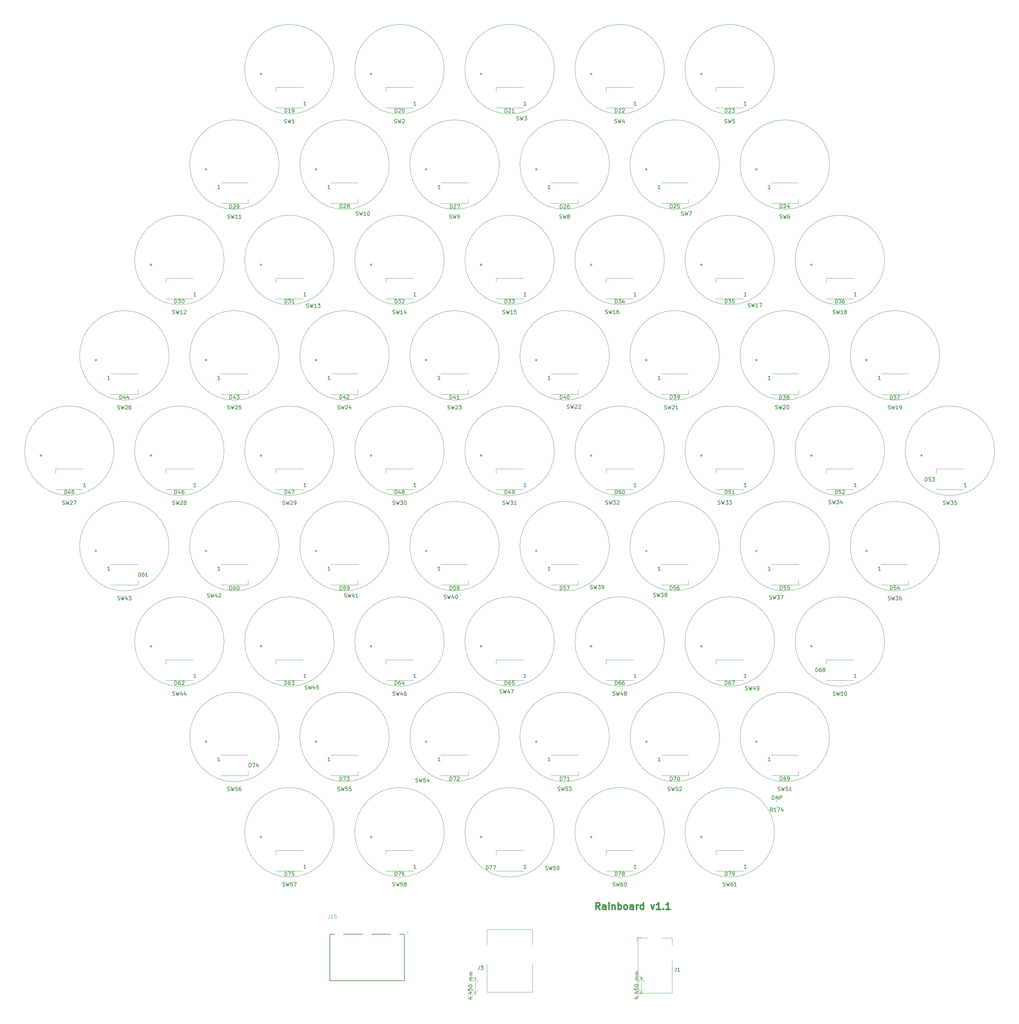
<source format=gbr>
G04 #@! TF.GenerationSoftware,KiCad,Pcbnew,(5.1.5)-3*
G04 #@! TF.CreationDate,2021-02-22T11:39:35-05:00*
G04 #@! TF.ProjectId,rainboard_newfighter,7261696e-626f-4617-9264-5f6e65776669,rev?*
G04 #@! TF.SameCoordinates,Original*
G04 #@! TF.FileFunction,Legend,Top*
G04 #@! TF.FilePolarity,Positive*
%FSLAX46Y46*%
G04 Gerber Fmt 4.6, Leading zero omitted, Abs format (unit mm)*
G04 Created by KiCad (PCBNEW (5.1.5)-3) date 2021-02-22 11:39:35*
%MOMM*%
%LPD*%
G04 APERTURE LIST*
%ADD10C,0.400000*%
%ADD11C,0.150000*%
%ADD12C,0.120000*%
%ADD13C,0.200000*%
%ADD14C,0.127000*%
%ADD15C,0.015000*%
G04 APERTURE END LIST*
D10*
X24171428Y-122814285D02*
X23571428Y-121957142D01*
X23142857Y-122814285D02*
X23142857Y-121014285D01*
X23828571Y-121014285D01*
X24000000Y-121100000D01*
X24085714Y-121185714D01*
X24171428Y-121357142D01*
X24171428Y-121614285D01*
X24085714Y-121785714D01*
X24000000Y-121871428D01*
X23828571Y-121957142D01*
X23142857Y-121957142D01*
X25714285Y-122814285D02*
X25714285Y-121871428D01*
X25628571Y-121700000D01*
X25457142Y-121614285D01*
X25114285Y-121614285D01*
X24942857Y-121700000D01*
X25714285Y-122728571D02*
X25542857Y-122814285D01*
X25114285Y-122814285D01*
X24942857Y-122728571D01*
X24857142Y-122557142D01*
X24857142Y-122385714D01*
X24942857Y-122214285D01*
X25114285Y-122128571D01*
X25542857Y-122128571D01*
X25714285Y-122042857D01*
X26571428Y-122814285D02*
X26571428Y-121614285D01*
X26571428Y-121014285D02*
X26485714Y-121100000D01*
X26571428Y-121185714D01*
X26657142Y-121100000D01*
X26571428Y-121014285D01*
X26571428Y-121185714D01*
X27428571Y-121614285D02*
X27428571Y-122814285D01*
X27428571Y-121785714D02*
X27514285Y-121700000D01*
X27685714Y-121614285D01*
X27942857Y-121614285D01*
X28114285Y-121700000D01*
X28200000Y-121871428D01*
X28200000Y-122814285D01*
X29057142Y-122814285D02*
X29057142Y-121014285D01*
X29057142Y-121700000D02*
X29228571Y-121614285D01*
X29571428Y-121614285D01*
X29742857Y-121700000D01*
X29828571Y-121785714D01*
X29914285Y-121957142D01*
X29914285Y-122471428D01*
X29828571Y-122642857D01*
X29742857Y-122728571D01*
X29571428Y-122814285D01*
X29228571Y-122814285D01*
X29057142Y-122728571D01*
X30942857Y-122814285D02*
X30771428Y-122728571D01*
X30685714Y-122642857D01*
X30600000Y-122471428D01*
X30600000Y-121957142D01*
X30685714Y-121785714D01*
X30771428Y-121700000D01*
X30942857Y-121614285D01*
X31200000Y-121614285D01*
X31371428Y-121700000D01*
X31457142Y-121785714D01*
X31542857Y-121957142D01*
X31542857Y-122471428D01*
X31457142Y-122642857D01*
X31371428Y-122728571D01*
X31200000Y-122814285D01*
X30942857Y-122814285D01*
X33085714Y-122814285D02*
X33085714Y-121871428D01*
X33000000Y-121700000D01*
X32828571Y-121614285D01*
X32485714Y-121614285D01*
X32314285Y-121700000D01*
X33085714Y-122728571D02*
X32914285Y-122814285D01*
X32485714Y-122814285D01*
X32314285Y-122728571D01*
X32228571Y-122557142D01*
X32228571Y-122385714D01*
X32314285Y-122214285D01*
X32485714Y-122128571D01*
X32914285Y-122128571D01*
X33085714Y-122042857D01*
X33942857Y-122814285D02*
X33942857Y-121614285D01*
X33942857Y-121957142D02*
X34028571Y-121785714D01*
X34114285Y-121700000D01*
X34285714Y-121614285D01*
X34457142Y-121614285D01*
X35828571Y-122814285D02*
X35828571Y-121014285D01*
X35828571Y-122728571D02*
X35657142Y-122814285D01*
X35314285Y-122814285D01*
X35142857Y-122728571D01*
X35057142Y-122642857D01*
X34971428Y-122471428D01*
X34971428Y-121957142D01*
X35057142Y-121785714D01*
X35142857Y-121700000D01*
X35314285Y-121614285D01*
X35657142Y-121614285D01*
X35828571Y-121700000D01*
X37885714Y-121614285D02*
X38314285Y-122814285D01*
X38742857Y-121614285D01*
X40371428Y-122814285D02*
X39342857Y-122814285D01*
X39857142Y-122814285D02*
X39857142Y-121014285D01*
X39685714Y-121271428D01*
X39514285Y-121442857D01*
X39342857Y-121528571D01*
X41142857Y-122642857D02*
X41228571Y-122728571D01*
X41142857Y-122814285D01*
X41057142Y-122728571D01*
X41142857Y-122642857D01*
X41142857Y-122814285D01*
X42942857Y-122814285D02*
X41914285Y-122814285D01*
X42428571Y-122814285D02*
X42428571Y-121014285D01*
X42257142Y-121271428D01*
X42085714Y-121442857D01*
X41914285Y-121528571D01*
D11*
X70387785Y-93386880D02*
X70387785Y-92386880D01*
X70625880Y-92386880D01*
X70768738Y-92434500D01*
X70863976Y-92529738D01*
X70911595Y-92624976D01*
X70959214Y-92815452D01*
X70959214Y-92958309D01*
X70911595Y-93148785D01*
X70863976Y-93244023D01*
X70768738Y-93339261D01*
X70625880Y-93386880D01*
X70387785Y-93386880D01*
X71387785Y-93386880D02*
X71387785Y-92386880D01*
X71959214Y-93386880D01*
X71959214Y-92386880D01*
X72435404Y-93386880D02*
X72435404Y-92386880D01*
X72816357Y-92386880D01*
X72911595Y-92434500D01*
X72959214Y-92482119D01*
X73006833Y-92577357D01*
X73006833Y-92720214D01*
X72959214Y-92815452D01*
X72911595Y-92863071D01*
X72816357Y-92910690D01*
X72435404Y-92910690D01*
X-10721537Y-146433098D02*
X-10054913Y-146440588D01*
X-11105141Y-146666898D02*
X-10393575Y-146913003D01*
X-10386620Y-146293995D01*
X-10144260Y-145915741D02*
X-10096109Y-145868660D01*
X-10049028Y-145916811D01*
X-10097179Y-145963892D01*
X-10144260Y-145915741D01*
X-10049028Y-145916811D01*
X-10705487Y-145004617D02*
X-10038863Y-145012107D01*
X-11089091Y-145238417D02*
X-10377525Y-145484522D01*
X-10370570Y-144865513D01*
X-11027564Y-144000935D02*
X-11032914Y-144477095D01*
X-10557289Y-144530061D01*
X-10604370Y-144481910D01*
X-10650916Y-144386143D01*
X-10648241Y-144148063D01*
X-10599555Y-144053366D01*
X-10551404Y-144006285D01*
X-10455637Y-143959739D01*
X-10217556Y-143962414D01*
X-10122859Y-144011100D01*
X-10075778Y-144059251D01*
X-10029232Y-144155018D01*
X-10031907Y-144393098D01*
X-10080593Y-144487795D01*
X-10128745Y-144534876D01*
X-11020074Y-143334310D02*
X-11019004Y-143239078D01*
X-10970318Y-143144381D01*
X-10922167Y-143097300D01*
X-10826400Y-143050754D01*
X-10635401Y-143005278D01*
X-10397320Y-143007953D01*
X-10207391Y-143057709D01*
X-10112694Y-143106395D01*
X-10065613Y-143154546D01*
X-10019067Y-143250313D01*
X-10020137Y-143345545D01*
X-10068823Y-143440242D01*
X-10116974Y-143487323D01*
X-10212741Y-143533869D01*
X-10403741Y-143579345D01*
X-10641821Y-143576670D01*
X-10831750Y-143526914D01*
X-10926447Y-143478228D01*
X-10973528Y-143430077D01*
X-11020074Y-143334310D01*
X-10003017Y-141821832D02*
X-10669641Y-141814342D01*
X-10574409Y-141815412D02*
X-10621490Y-141767261D01*
X-10668036Y-141671494D01*
X-10666431Y-141528645D01*
X-10617745Y-141433948D01*
X-10521978Y-141387402D01*
X-9998202Y-141393287D01*
X-10521978Y-141387402D02*
X-10616675Y-141338716D01*
X-10663221Y-141242949D01*
X-10661616Y-141100101D01*
X-10612930Y-141005404D01*
X-10517163Y-140958858D01*
X-9993387Y-140964743D01*
X-9988036Y-140488583D02*
X-10654661Y-140481093D01*
X-10559429Y-140482163D02*
X-10606510Y-140434011D01*
X-10653056Y-140338244D01*
X-10651451Y-140195396D01*
X-10602765Y-140100699D01*
X-10506998Y-140054153D01*
X-9983221Y-140060038D01*
X-10506998Y-140054153D02*
X-10601695Y-140005467D01*
X-10648241Y-139909700D01*
X-10646636Y-139766852D01*
X-10597950Y-139672155D01*
X-10502183Y-139625609D01*
X-9978406Y-139631494D01*
D12*
X-9176500Y-141034500D02*
X-9226500Y-145484500D01*
X-9176500Y-141034500D02*
X-9762884Y-141027911D01*
X-9226500Y-145484500D02*
X-9812884Y-145477911D01*
X-9226500Y-145484500D02*
X-9800227Y-144351479D01*
X-9226500Y-145484500D02*
X-8627460Y-144364656D01*
X-9176500Y-141034500D02*
X-9775540Y-142154344D01*
X-9176500Y-141034500D02*
X-8602773Y-142167521D01*
D11*
X33778462Y-146333098D02*
X34445086Y-146340588D01*
X33394858Y-146566898D02*
X34106424Y-146813003D01*
X34113379Y-146193995D01*
X34355739Y-145815741D02*
X34403890Y-145768660D01*
X34450971Y-145816811D01*
X34402820Y-145863892D01*
X34355739Y-145815741D01*
X34450971Y-145816811D01*
X33794512Y-144904617D02*
X34461136Y-144912107D01*
X33410908Y-145138417D02*
X34122474Y-145384522D01*
X34129429Y-144765513D01*
X33472435Y-143900935D02*
X33467085Y-144377095D01*
X33942710Y-144430061D01*
X33895629Y-144381910D01*
X33849083Y-144286143D01*
X33851758Y-144048063D01*
X33900444Y-143953366D01*
X33948595Y-143906285D01*
X34044362Y-143859739D01*
X34282443Y-143862414D01*
X34377140Y-143911100D01*
X34424221Y-143959251D01*
X34470767Y-144055018D01*
X34468092Y-144293098D01*
X34419406Y-144387795D01*
X34371254Y-144434876D01*
X33479925Y-143234310D02*
X33480995Y-143139078D01*
X33529681Y-143044381D01*
X33577832Y-142997300D01*
X33673599Y-142950754D01*
X33864598Y-142905278D01*
X34102679Y-142907953D01*
X34292608Y-142957709D01*
X34387305Y-143006395D01*
X34434386Y-143054546D01*
X34480932Y-143150313D01*
X34479862Y-143245545D01*
X34431176Y-143340242D01*
X34383025Y-143387323D01*
X34287258Y-143433869D01*
X34096258Y-143479345D01*
X33858178Y-143476670D01*
X33668249Y-143426914D01*
X33573552Y-143378228D01*
X33526471Y-143330077D01*
X33479925Y-143234310D01*
X34496982Y-141721832D02*
X33830358Y-141714342D01*
X33925590Y-141715412D02*
X33878509Y-141667261D01*
X33831963Y-141571494D01*
X33833568Y-141428645D01*
X33882254Y-141333948D01*
X33978021Y-141287402D01*
X34501797Y-141293287D01*
X33978021Y-141287402D02*
X33883324Y-141238716D01*
X33836778Y-141142949D01*
X33838383Y-141000101D01*
X33887069Y-140905404D01*
X33982836Y-140858858D01*
X34506612Y-140864743D01*
X34511963Y-140388583D02*
X33845338Y-140381093D01*
X33940570Y-140382163D02*
X33893489Y-140334011D01*
X33846943Y-140238244D01*
X33848548Y-140095396D01*
X33897234Y-140000699D01*
X33993001Y-139954153D01*
X34516778Y-139960038D01*
X33993001Y-139954153D02*
X33898304Y-139905467D01*
X33851758Y-139809700D01*
X33853363Y-139666852D01*
X33902049Y-139572155D01*
X33997816Y-139525609D01*
X34521593Y-139531494D01*
D12*
X35323500Y-140934500D02*
X35273500Y-145384500D01*
X35323500Y-140934500D02*
X34737116Y-140927911D01*
X35273500Y-145384500D02*
X34687116Y-145377911D01*
X35273500Y-145384500D02*
X34699773Y-144251479D01*
X35273500Y-145384500D02*
X35872540Y-144264656D01*
X35323500Y-140934500D02*
X34724460Y-142054344D01*
X35323500Y-140934500D02*
X35897227Y-142067521D01*
X71832078Y-93774500D02*
X71314922Y-93774500D01*
X71832078Y-95194500D02*
X71314922Y-95194500D01*
X-17496800Y-102180000D02*
G75*
G03X-17496800Y-102180000I-12000000J0D01*
G01*
D13*
X-36916800Y-103450000D02*
G75*
G03X-36916800Y-103450000I-200000J0D01*
G01*
D12*
X12000000Y-102180000D02*
G75*
G03X12000000Y-102180000I-12000000J0D01*
G01*
D13*
X-7420000Y-103450000D02*
G75*
G03X-7420000Y-103450000I-200000J0D01*
G01*
D12*
X41496800Y-102180000D02*
G75*
G03X41496800Y-102180000I-12000000J0D01*
G01*
D13*
X22076800Y-103450000D02*
G75*
G03X22076800Y-103450000I-200000J0D01*
G01*
D12*
X70993700Y-102180000D02*
G75*
G03X70993700Y-102180000I-12000000J0D01*
G01*
D13*
X51573700Y-103450000D02*
G75*
G03X51573700Y-103450000I-200000J0D01*
G01*
D12*
X-32245200Y-76635000D02*
G75*
G03X-32245200Y-76635000I-12000000J0D01*
G01*
D13*
X-51665200Y-77905000D02*
G75*
G03X-51665200Y-77905000I-200000J0D01*
G01*
D12*
X41496800Y51090000D02*
G75*
G03X41496800Y51090000I-12000000J0D01*
G01*
D13*
X22076800Y49820000D02*
G75*
G03X22076800Y49820000I-200000J0D01*
G01*
D12*
X12000000Y51090000D02*
G75*
G03X12000000Y51090000I-12000000J0D01*
G01*
D13*
X-7420000Y49820000D02*
G75*
G03X-7420000Y49820000I-200000J0D01*
G01*
D12*
X-17496800Y51090000D02*
G75*
G03X-17496800Y51090000I-12000000J0D01*
G01*
D13*
X-36916800Y49820000D02*
G75*
G03X-36916800Y49820000I-200000J0D01*
G01*
D12*
X-46993700Y51090000D02*
G75*
G03X-46993700Y51090000I-12000000J0D01*
G01*
D13*
X-66413700Y49820000D02*
G75*
G03X-66413700Y49820000I-200000J0D01*
G01*
D12*
X-76490500Y51090000D02*
G75*
G03X-76490500Y51090000I-12000000J0D01*
G01*
D13*
X-95910500Y49820000D02*
G75*
G03X-95910500Y49820000I-200000J0D01*
G01*
D12*
X85742100Y76635000D02*
G75*
G03X85742100Y76635000I-12000000J0D01*
G01*
D13*
X66322100Y75365000D02*
G75*
G03X66322100Y75365000I-200000J0D01*
G01*
D12*
X56245200Y76635000D02*
G75*
G03X56245200Y76635000I-12000000J0D01*
G01*
D13*
X36825200Y75365000D02*
G75*
G03X36825200Y75365000I-200000J0D01*
G01*
D12*
X26748400Y76635000D02*
G75*
G03X26748400Y76635000I-12000000J0D01*
G01*
D13*
X7328400Y75365000D02*
G75*
G03X7328400Y75365000I-200000J0D01*
G01*
D12*
X-2748400Y76635000D02*
G75*
G03X-2748400Y76635000I-12000000J0D01*
G01*
D13*
X-22168400Y75365000D02*
G75*
G03X-22168400Y75365000I-200000J0D01*
G01*
D12*
X-32245200Y76635000D02*
G75*
G03X-32245200Y76635000I-12000000J0D01*
G01*
D13*
X-51665200Y75365000D02*
G75*
G03X-51665200Y75365000I-200000J0D01*
G01*
D12*
X-61742100Y76635000D02*
G75*
G03X-61742100Y76635000I-12000000J0D01*
G01*
D13*
X-81162100Y75365000D02*
G75*
G03X-81162100Y75365000I-200000J0D01*
G01*
D12*
X70993700Y102180000D02*
G75*
G03X70993700Y102180000I-12000000J0D01*
G01*
D13*
X51573700Y100910000D02*
G75*
G03X51573700Y100910000I-200000J0D01*
G01*
D12*
X-46993700Y-102180000D02*
G75*
G03X-46993700Y-102180000I-12000000J0D01*
G01*
D13*
X-66413700Y-103450000D02*
G75*
G03X-66413700Y-103450000I-200000J0D01*
G01*
D12*
X85742100Y-76635000D02*
G75*
G03X85742100Y-76635000I-12000000J0D01*
G01*
D13*
X66322100Y-77905000D02*
G75*
G03X66322100Y-77905000I-200000J0D01*
G01*
D12*
X56273500Y-76635000D02*
G75*
G03X56273500Y-76635000I-12000000J0D01*
G01*
D13*
X36853500Y-77905000D02*
G75*
G03X36853500Y-77905000I-200000J0D01*
G01*
D12*
X26748400Y-76635000D02*
G75*
G03X26748400Y-76635000I-12000000J0D01*
G01*
D13*
X7328400Y-77905000D02*
G75*
G03X7328400Y-77905000I-200000J0D01*
G01*
D12*
X-2748400Y-76635000D02*
G75*
G03X-2748400Y-76635000I-12000000J0D01*
G01*
D13*
X-22168400Y-77905000D02*
G75*
G03X-22168400Y-77905000I-200000J0D01*
G01*
D12*
X-61742100Y-76635000D02*
G75*
G03X-61742100Y-76635000I-12000000J0D01*
G01*
D13*
X-81162100Y-77905000D02*
G75*
G03X-81162100Y-77905000I-200000J0D01*
G01*
D12*
X100490500Y-51090000D02*
G75*
G03X100490500Y-51090000I-12000000J0D01*
G01*
D13*
X81070500Y-52360000D02*
G75*
G03X81070500Y-52360000I-200000J0D01*
G01*
D12*
X70993700Y-51090000D02*
G75*
G03X70993700Y-51090000I-12000000J0D01*
G01*
D13*
X51573700Y-52360000D02*
G75*
G03X51573700Y-52360000I-200000J0D01*
G01*
D12*
X41496800Y-51090000D02*
G75*
G03X41496800Y-51090000I-12000000J0D01*
G01*
D13*
X22076800Y-52360000D02*
G75*
G03X22076800Y-52360000I-200000J0D01*
G01*
D12*
X12000000Y-51090000D02*
G75*
G03X12000000Y-51090000I-12000000J0D01*
G01*
D13*
X-7420000Y-52360000D02*
G75*
G03X-7420000Y-52360000I-200000J0D01*
G01*
D12*
X-17496800Y-51090000D02*
G75*
G03X-17496800Y-51090000I-12000000J0D01*
G01*
D13*
X-36916800Y-52360000D02*
G75*
G03X-36916800Y-52360000I-200000J0D01*
G01*
D12*
X-46993700Y-51090000D02*
G75*
G03X-46993700Y-51090000I-12000000J0D01*
G01*
D13*
X-66413700Y-52360000D02*
G75*
G03X-66413700Y-52360000I-200000J0D01*
G01*
D12*
X-76490500Y-51090000D02*
G75*
G03X-76490500Y-51090000I-12000000J0D01*
G01*
D13*
X-95910500Y-52360000D02*
G75*
G03X-95910500Y-52360000I-200000J0D01*
G01*
D12*
X115239000Y-25545000D02*
G75*
G03X115239000Y-25545000I-12000000J0D01*
G01*
D13*
X95819000Y-26815000D02*
G75*
G03X95819000Y-26815000I-200000J0D01*
G01*
D12*
X85742100Y-25545000D02*
G75*
G03X85742100Y-25545000I-12000000J0D01*
G01*
D13*
X66322100Y-26815000D02*
G75*
G03X66322100Y-26815000I-200000J0D01*
G01*
D12*
X56245200Y-25545000D02*
G75*
G03X56245200Y-25545000I-12000000J0D01*
G01*
D13*
X36825200Y-26815000D02*
G75*
G03X36825200Y-26815000I-200000J0D01*
G01*
D12*
X26748400Y-25545000D02*
G75*
G03X26748400Y-25545000I-12000000J0D01*
G01*
D13*
X7328400Y-26815000D02*
G75*
G03X7328400Y-26815000I-200000J0D01*
G01*
D12*
X-2748400Y-25545000D02*
G75*
G03X-2748400Y-25545000I-12000000J0D01*
G01*
D13*
X-22168400Y-26815000D02*
G75*
G03X-22168400Y-26815000I-200000J0D01*
G01*
D12*
X-32245200Y-25545000D02*
G75*
G03X-32245200Y-25545000I-12000000J0D01*
G01*
D13*
X-51665200Y-26815000D02*
G75*
G03X-51665200Y-26815000I-200000J0D01*
G01*
D12*
X-61742100Y-25545000D02*
G75*
G03X-61742100Y-25545000I-12000000J0D01*
G01*
D13*
X-81162100Y-26815000D02*
G75*
G03X-81162100Y-26815000I-200000J0D01*
G01*
D12*
X-91239000Y-25545000D02*
G75*
G03X-91239000Y-25545000I-12000000J0D01*
G01*
D13*
X-110659000Y-26815000D02*
G75*
G03X-110659000Y-26815000I-200000J0D01*
G01*
D12*
X129987000Y0D02*
G75*
G03X129987000Y0I-12000000J0D01*
G01*
D13*
X110567000Y-1270000D02*
G75*
G03X110567000Y-1270000I-200000J0D01*
G01*
D12*
X100490500Y0D02*
G75*
G03X100490500Y0I-12000000J0D01*
G01*
D13*
X81070500Y-1270000D02*
G75*
G03X81070500Y-1270000I-200000J0D01*
G01*
D12*
X70993700Y0D02*
G75*
G03X70993700Y0I-12000000J0D01*
G01*
D13*
X51573700Y-1270000D02*
G75*
G03X51573700Y-1270000I-200000J0D01*
G01*
D12*
X41496800Y0D02*
G75*
G03X41496800Y0I-12000000J0D01*
G01*
D13*
X22076800Y-1270000D02*
G75*
G03X22076800Y-1270000I-200000J0D01*
G01*
D12*
X12000000Y0D02*
G75*
G03X12000000Y0I-12000000J0D01*
G01*
D13*
X-7420000Y-1270000D02*
G75*
G03X-7420000Y-1270000I-200000J0D01*
G01*
D12*
X-17496800Y0D02*
G75*
G03X-17496800Y0I-12000000J0D01*
G01*
D13*
X-36916800Y-1270000D02*
G75*
G03X-36916800Y-1270000I-200000J0D01*
G01*
D12*
X-46993700Y0D02*
G75*
G03X-46993700Y0I-12000000J0D01*
G01*
D13*
X-66413700Y-1270000D02*
G75*
G03X-66413700Y-1270000I-200000J0D01*
G01*
D12*
X-76490500Y0D02*
G75*
G03X-76490500Y0I-12000000J0D01*
G01*
D13*
X-95910500Y-1270000D02*
G75*
G03X-95910500Y-1270000I-200000J0D01*
G01*
D12*
X-105987000Y0D02*
G75*
G03X-105987000Y0I-12000000J0D01*
G01*
D13*
X-125407000Y-1270000D02*
G75*
G03X-125407000Y-1270000I-200000J0D01*
G01*
D12*
X115239000Y25545000D02*
G75*
G03X115239000Y25545000I-12000000J0D01*
G01*
D13*
X95819000Y24275000D02*
G75*
G03X95819000Y24275000I-200000J0D01*
G01*
D12*
X85742100Y25545000D02*
G75*
G03X85742100Y25545000I-12000000J0D01*
G01*
D13*
X66322100Y24275000D02*
G75*
G03X66322100Y24275000I-200000J0D01*
G01*
D12*
X56245200Y25545000D02*
G75*
G03X56245200Y25545000I-12000000J0D01*
G01*
D13*
X36825200Y24275000D02*
G75*
G03X36825200Y24275000I-200000J0D01*
G01*
D12*
X26748400Y25545000D02*
G75*
G03X26748400Y25545000I-12000000J0D01*
G01*
D13*
X7328400Y24275000D02*
G75*
G03X7328400Y24275000I-200000J0D01*
G01*
D12*
X-2748400Y25545000D02*
G75*
G03X-2748400Y25545000I-12000000J0D01*
G01*
D13*
X-22168400Y24275000D02*
G75*
G03X-22168400Y24275000I-200000J0D01*
G01*
D12*
X-32245200Y25545000D02*
G75*
G03X-32245200Y25545000I-12000000J0D01*
G01*
D13*
X-51665200Y24275000D02*
G75*
G03X-51665200Y24275000I-200000J0D01*
G01*
D12*
X-61742100Y25545000D02*
G75*
G03X-61742100Y25545000I-12000000J0D01*
G01*
D13*
X-81162100Y24275000D02*
G75*
G03X-81162100Y24275000I-200000J0D01*
G01*
D12*
X-91239000Y25545000D02*
G75*
G03X-91239000Y25545000I-12000000J0D01*
G01*
D13*
X-110659000Y24275000D02*
G75*
G03X-110659000Y24275000I-200000J0D01*
G01*
D12*
X100490500Y51090000D02*
G75*
G03X100490500Y51090000I-12000000J0D01*
G01*
D13*
X81070500Y49820000D02*
G75*
G03X81070500Y49820000I-200000J0D01*
G01*
D12*
X70993700Y51090000D02*
G75*
G03X70993700Y51090000I-12000000J0D01*
G01*
D13*
X51573700Y49820000D02*
G75*
G03X51573700Y49820000I-200000J0D01*
G01*
D12*
X41496800Y102180000D02*
G75*
G03X41496800Y102180000I-12000000J0D01*
G01*
D13*
X22076800Y100910000D02*
G75*
G03X22076800Y100910000I-200000J0D01*
G01*
D12*
X12000000Y102180000D02*
G75*
G03X12000000Y102180000I-12000000J0D01*
G01*
D13*
X-7420000Y100910000D02*
G75*
G03X-7420000Y100910000I-200000J0D01*
G01*
D12*
X-17496800Y102180000D02*
G75*
G03X-17496800Y102180000I-12000000J0D01*
G01*
D13*
X-36916800Y100910000D02*
G75*
G03X-36916800Y100910000I-200000J0D01*
G01*
D12*
X-46993700Y102180000D02*
G75*
G03X-46993700Y102180000I-12000000J0D01*
G01*
D13*
X-66413700Y100910000D02*
G75*
G03X-66413700Y100910000I-200000J0D01*
G01*
D12*
X62643700Y-112550000D02*
X55343700Y-112550000D01*
X62643700Y-107050000D02*
X55343700Y-107050000D01*
X55343700Y-107050000D02*
X55343700Y-108200000D01*
X33146800Y-112550000D02*
X25846800Y-112550000D01*
X33146800Y-107050000D02*
X25846800Y-107050000D01*
X25846800Y-107050000D02*
X25846800Y-108200000D01*
X3650000Y-112550000D02*
X-3650000Y-112550000D01*
X3650000Y-107050000D02*
X-3650000Y-107050000D01*
X-3650000Y-107050000D02*
X-3650000Y-108200000D01*
X-25846800Y-112550000D02*
X-33146800Y-112550000D01*
X-25846800Y-107050000D02*
X-33146800Y-107050000D01*
X-33146800Y-107050000D02*
X-33146800Y-108200000D01*
X-55343700Y-112550000D02*
X-62643700Y-112550000D01*
X-55343700Y-107050000D02*
X-62643700Y-107050000D01*
X-62643700Y-107050000D02*
X-62643700Y-108200000D01*
X-77392100Y-81505000D02*
X-70092100Y-81505000D01*
X-77392100Y-87005000D02*
X-70092100Y-87005000D01*
X-70092100Y-87005000D02*
X-70092100Y-85855000D01*
X-47895200Y-81505000D02*
X-40595200Y-81505000D01*
X-47895200Y-87005000D02*
X-40595200Y-87005000D01*
X-40595200Y-87005000D02*
X-40595200Y-85855000D01*
X-18398400Y-81505000D02*
X-11098400Y-81505000D01*
X-18398400Y-87005000D02*
X-11098400Y-87005000D01*
X-11098400Y-87005000D02*
X-11098400Y-85855000D01*
X11098400Y-81505000D02*
X18398400Y-81505000D01*
X11098400Y-87005000D02*
X18398400Y-87005000D01*
X18398400Y-87005000D02*
X18398400Y-85855000D01*
X40623500Y-81505000D02*
X47923500Y-81505000D01*
X40623500Y-87005000D02*
X47923500Y-87005000D01*
X47923500Y-87005000D02*
X47923500Y-85855000D01*
X70092100Y-81505000D02*
X77392100Y-81505000D01*
X70092100Y-87005000D02*
X77392100Y-87005000D01*
X77392100Y-87005000D02*
X77392100Y-85855000D01*
X92140500Y-61460000D02*
X84840500Y-61460000D01*
X92140500Y-55960000D02*
X84840500Y-55960000D01*
X84840500Y-55960000D02*
X84840500Y-57110000D01*
X62643700Y-61460000D02*
X55343700Y-61460000D01*
X62643700Y-55960000D02*
X55343700Y-55960000D01*
X55343700Y-55960000D02*
X55343700Y-57110000D01*
X33146800Y-61460000D02*
X25846800Y-61460000D01*
X33146800Y-55960000D02*
X25846800Y-55960000D01*
X25846800Y-55960000D02*
X25846800Y-57110000D01*
X3650000Y-61460000D02*
X-3650000Y-61460000D01*
X3650000Y-55960000D02*
X-3650000Y-55960000D01*
X-3650000Y-55960000D02*
X-3650000Y-57110000D01*
X-25846800Y-61460000D02*
X-33146800Y-61460000D01*
X-25846800Y-55960000D02*
X-33146800Y-55960000D01*
X-33146800Y-55960000D02*
X-33146800Y-57110000D01*
X-55343700Y-61460000D02*
X-62643700Y-61460000D01*
X-55343700Y-55960000D02*
X-62643700Y-55960000D01*
X-62643700Y-55960000D02*
X-62643700Y-57110000D01*
X-84840500Y-61460000D02*
X-92140500Y-61460000D01*
X-84840500Y-55960000D02*
X-92140500Y-55960000D01*
X-92140500Y-55960000D02*
X-92140500Y-57110000D01*
X-106889000Y-30415000D02*
X-99589000Y-30415000D01*
X-106889000Y-35915000D02*
X-99589000Y-35915000D01*
X-99589000Y-35915000D02*
X-99589000Y-34765000D01*
X-77392100Y-30415000D02*
X-70092100Y-30415000D01*
X-77392100Y-35915000D02*
X-70092100Y-35915000D01*
X-70092100Y-35915000D02*
X-70092100Y-34765000D01*
X-47895200Y-30415000D02*
X-40595200Y-30415000D01*
X-47895200Y-35915000D02*
X-40595200Y-35915000D01*
X-40595200Y-35915000D02*
X-40595200Y-34765000D01*
X-18398400Y-30415000D02*
X-11098400Y-30415000D01*
X-18398400Y-35915000D02*
X-11098400Y-35915000D01*
X-11098400Y-35915000D02*
X-11098400Y-34765000D01*
X11098400Y-30415000D02*
X18398400Y-30415000D01*
X11098400Y-35915000D02*
X18398400Y-35915000D01*
X18398400Y-35915000D02*
X18398400Y-34765000D01*
X40595200Y-30415000D02*
X47895200Y-30415000D01*
X40595200Y-35915000D02*
X47895200Y-35915000D01*
X47895200Y-35915000D02*
X47895200Y-34765000D01*
X70092100Y-30415000D02*
X77392100Y-30415000D01*
X70092100Y-35915000D02*
X77392100Y-35915000D01*
X77392100Y-35915000D02*
X77392100Y-34765000D01*
X99589000Y-30415000D02*
X106889000Y-30415000D01*
X99589000Y-35915000D02*
X106889000Y-35915000D01*
X106889000Y-35915000D02*
X106889000Y-34765000D01*
X121637000Y-10370000D02*
X114337000Y-10370000D01*
X121637000Y-4870000D02*
X114337000Y-4870000D01*
X114337000Y-4870000D02*
X114337000Y-6020000D01*
X92140500Y-10370000D02*
X84840500Y-10370000D01*
X92140500Y-4870000D02*
X84840500Y-4870000D01*
X84840500Y-4870000D02*
X84840500Y-6020000D01*
X62643700Y-10370000D02*
X55343700Y-10370000D01*
X62643700Y-4870000D02*
X55343700Y-4870000D01*
X55343700Y-4870000D02*
X55343700Y-6020000D01*
X33146800Y-10370000D02*
X25846800Y-10370000D01*
X33146800Y-4870000D02*
X25846800Y-4870000D01*
X25846800Y-4870000D02*
X25846800Y-6020000D01*
X3650000Y-10370000D02*
X-3650000Y-10370000D01*
X3650000Y-4870000D02*
X-3650000Y-4870000D01*
X-3650000Y-4870000D02*
X-3650000Y-6020000D01*
X-25846800Y-10370000D02*
X-33146800Y-10370000D01*
X-25846800Y-4870000D02*
X-33146800Y-4870000D01*
X-33146800Y-4870000D02*
X-33146800Y-6020000D01*
X-55343700Y-10370000D02*
X-62643700Y-10370000D01*
X-55343700Y-4870000D02*
X-62643700Y-4870000D01*
X-62643700Y-4870000D02*
X-62643700Y-6020000D01*
X-84840500Y-10370000D02*
X-92140500Y-10370000D01*
X-84840500Y-4870000D02*
X-92140500Y-4870000D01*
X-92140500Y-4870000D02*
X-92140500Y-6020000D01*
X-114337000Y-10370000D02*
X-121637000Y-10370000D01*
X-114337000Y-4870000D02*
X-121637000Y-4870000D01*
X-121637000Y-4870000D02*
X-121637000Y-6020000D01*
X-106889000Y20675000D02*
X-99589000Y20675000D01*
X-106889000Y15175000D02*
X-99589000Y15175000D01*
X-99589000Y15175000D02*
X-99589000Y16325000D01*
X-77392100Y20675000D02*
X-70092100Y20675000D01*
X-77392100Y15175000D02*
X-70092100Y15175000D01*
X-70092100Y15175000D02*
X-70092100Y16325000D01*
X-47895200Y20675000D02*
X-40595200Y20675000D01*
X-47895200Y15175000D02*
X-40595200Y15175000D01*
X-40595200Y15175000D02*
X-40595200Y16325000D01*
X-18398400Y20675000D02*
X-11098400Y20675000D01*
X-18398400Y15175000D02*
X-11098400Y15175000D01*
X-11098400Y15175000D02*
X-11098400Y16325000D01*
X11098400Y20675000D02*
X18398400Y20675000D01*
X11098400Y15175000D02*
X18398400Y15175000D01*
X18398400Y15175000D02*
X18398400Y16325000D01*
X40595200Y20675000D02*
X47895200Y20675000D01*
X40595200Y15175000D02*
X47895200Y15175000D01*
X47895200Y15175000D02*
X47895200Y16325000D01*
X70092100Y20675000D02*
X77392100Y20675000D01*
X70092100Y15175000D02*
X77392100Y15175000D01*
X77392100Y15175000D02*
X77392100Y16325000D01*
X99589000Y20675000D02*
X106889000Y20675000D01*
X99589000Y15175000D02*
X106889000Y15175000D01*
X106889000Y15175000D02*
X106889000Y16325000D01*
X92140500Y40720000D02*
X84840500Y40720000D01*
X92140500Y46220000D02*
X84840500Y46220000D01*
X84840500Y46220000D02*
X84840500Y45070000D01*
X62643700Y40720000D02*
X55343700Y40720000D01*
X62643700Y46220000D02*
X55343700Y46220000D01*
X55343700Y46220000D02*
X55343700Y45070000D01*
X33146800Y40720000D02*
X25846800Y40720000D01*
X33146800Y46220000D02*
X25846800Y46220000D01*
X25846800Y46220000D02*
X25846800Y45070000D01*
X3650000Y40720000D02*
X-3650000Y40720000D01*
X3650000Y46220000D02*
X-3650000Y46220000D01*
X-3650000Y46220000D02*
X-3650000Y45070000D01*
X-25846800Y40720000D02*
X-33146800Y40720000D01*
X-25846800Y46220000D02*
X-33146800Y46220000D01*
X-33146800Y46220000D02*
X-33146800Y45070000D01*
X-55343700Y40720000D02*
X-62643700Y40720000D01*
X-55343700Y46220000D02*
X-62643700Y46220000D01*
X-62643700Y46220000D02*
X-62643700Y45070000D01*
X-84840500Y40720000D02*
X-92140500Y40720000D01*
X-84840500Y46220000D02*
X-92140500Y46220000D01*
X-92140500Y46220000D02*
X-92140500Y45070000D01*
X-77392100Y71765000D02*
X-70092100Y71765000D01*
X-77392100Y66265000D02*
X-70092100Y66265000D01*
X-70092100Y66265000D02*
X-70092100Y67415000D01*
X-47895200Y71765000D02*
X-40595200Y71765000D01*
X-47895200Y66265000D02*
X-40595200Y66265000D01*
X-40595200Y66265000D02*
X-40595200Y67415000D01*
X-18398400Y71765000D02*
X-11098400Y71765000D01*
X-18398400Y66265000D02*
X-11098400Y66265000D01*
X-11098400Y66265000D02*
X-11098400Y67415000D01*
X11098400Y71765000D02*
X18398400Y71765000D01*
X11098400Y66265000D02*
X18398400Y66265000D01*
X18398400Y66265000D02*
X18398400Y67415000D01*
X40595200Y71765000D02*
X47895200Y71765000D01*
X40595200Y66265000D02*
X47895200Y66265000D01*
X47895200Y66265000D02*
X47895200Y67415000D01*
X70092100Y71765000D02*
X77392100Y71765000D01*
X70092100Y66265000D02*
X77392100Y66265000D01*
X77392100Y66265000D02*
X77392100Y67415000D01*
X62643700Y91810000D02*
X55343700Y91810000D01*
X62643700Y97310000D02*
X55343700Y97310000D01*
X55343700Y97310000D02*
X55343700Y96160000D01*
X33146800Y91810000D02*
X25846800Y91810000D01*
X33146800Y97310000D02*
X25846800Y97310000D01*
X25846800Y97310000D02*
X25846800Y96160000D01*
X3650000Y91810000D02*
X-3650000Y91810000D01*
X3650000Y97310000D02*
X-3650000Y97310000D01*
X-3650000Y97310000D02*
X-3650000Y96160000D01*
X-25846800Y91810000D02*
X-33146800Y91810000D01*
X-25846800Y97310000D02*
X-33146800Y97310000D01*
X-33146800Y97310000D02*
X-33146800Y96160000D01*
X-55343700Y91810000D02*
X-62643700Y91810000D01*
X-55343700Y97310000D02*
X-62643700Y97310000D01*
X-62643700Y97310000D02*
X-62643700Y96160000D01*
X34373500Y-130484500D02*
X36973500Y-130484500D01*
X34373500Y-145184500D02*
X34373500Y-130484500D01*
X43573500Y-130484500D02*
X43573500Y-132384500D01*
X40873500Y-130484500D02*
X43573500Y-130484500D01*
X43573500Y-145184500D02*
X34373500Y-145184500D01*
X43573500Y-136384500D02*
X43573500Y-145184500D01*
X34173500Y-131334500D02*
X34173500Y-130284500D01*
X35223500Y-130284500D02*
X34173500Y-130284500D01*
D14*
X-48176500Y-129434500D02*
X-48176500Y-141934500D01*
X-48176500Y-141934500D02*
X-28176500Y-141934500D01*
X-28176500Y-141934500D02*
X-28176500Y-129434500D01*
D13*
X-27176500Y-129034500D02*
G75*
G03X-27176500Y-129034500I-100000J0D01*
G01*
D14*
X-48176500Y-129434500D02*
X-46876500Y-129434500D01*
X-44476500Y-129434500D02*
X-39376500Y-129434500D01*
X-36976500Y-129434500D02*
X-31876500Y-129434500D01*
X-28176500Y-129434500D02*
X-29476500Y-129434500D01*
D12*
X-6100000Y-137484500D02*
X-6100000Y-144984500D01*
X-6100000Y-128234500D02*
X-6100000Y-132234500D01*
X6100000Y-128234500D02*
X6100000Y-132234500D01*
X6100000Y-137484500D02*
X6100000Y-144984500D01*
X-6100000Y-144984500D02*
X6100000Y-144984500D01*
X-6100000Y-128234500D02*
X6100000Y-128234500D01*
D11*
X70454452Y-96586880D02*
X70121119Y-96110690D01*
X69883023Y-96586880D02*
X69883023Y-95586880D01*
X70263976Y-95586880D01*
X70359214Y-95634500D01*
X70406833Y-95682119D01*
X70454452Y-95777357D01*
X70454452Y-95920214D01*
X70406833Y-96015452D01*
X70359214Y-96063071D01*
X70263976Y-96110690D01*
X69883023Y-96110690D01*
X71406833Y-96586880D02*
X70835404Y-96586880D01*
X71121119Y-96586880D02*
X71121119Y-95586880D01*
X71025880Y-95729738D01*
X70930642Y-95824976D01*
X70835404Y-95872595D01*
X71740166Y-95586880D02*
X72406833Y-95586880D01*
X71978261Y-96586880D01*
X73216357Y-95920214D02*
X73216357Y-96586880D01*
X72978261Y-95539261D02*
X72740166Y-96253547D01*
X73359214Y-96253547D01*
X-31306323Y-116554761D02*
X-31163466Y-116602380D01*
X-30925371Y-116602380D01*
X-30830133Y-116554761D01*
X-30782514Y-116507142D01*
X-30734895Y-116411904D01*
X-30734895Y-116316666D01*
X-30782514Y-116221428D01*
X-30830133Y-116173809D01*
X-30925371Y-116126190D01*
X-31115847Y-116078571D01*
X-31211085Y-116030952D01*
X-31258704Y-115983333D01*
X-31306323Y-115888095D01*
X-31306323Y-115792857D01*
X-31258704Y-115697619D01*
X-31211085Y-115650000D01*
X-31115847Y-115602380D01*
X-30877752Y-115602380D01*
X-30734895Y-115650000D01*
X-30401561Y-115602380D02*
X-30163466Y-116602380D01*
X-29972990Y-115888095D01*
X-29782514Y-116602380D01*
X-29544419Y-115602380D01*
X-28687276Y-115602380D02*
X-29163466Y-115602380D01*
X-29211085Y-116078571D01*
X-29163466Y-116030952D01*
X-29068228Y-115983333D01*
X-28830133Y-115983333D01*
X-28734895Y-116030952D01*
X-28687276Y-116078571D01*
X-28639657Y-116173809D01*
X-28639657Y-116411904D01*
X-28687276Y-116507142D01*
X-28734895Y-116554761D01*
X-28830133Y-116602380D01*
X-29068228Y-116602380D01*
X-29163466Y-116554761D01*
X-29211085Y-116507142D01*
X-28068228Y-116030952D02*
X-28163466Y-115983333D01*
X-28211085Y-115935714D01*
X-28258704Y-115840476D01*
X-28258704Y-115792857D01*
X-28211085Y-115697619D01*
X-28163466Y-115650000D01*
X-28068228Y-115602380D01*
X-27877752Y-115602380D01*
X-27782514Y-115650000D01*
X-27734895Y-115697619D01*
X-27687276Y-115792857D01*
X-27687276Y-115840476D01*
X-27734895Y-115935714D01*
X-27782514Y-115983333D01*
X-27877752Y-116030952D01*
X-28068228Y-116030952D01*
X-28163466Y-116078571D01*
X-28211085Y-116126190D01*
X-28258704Y-116221428D01*
X-28258704Y-116411904D01*
X-28211085Y-116507142D01*
X-28163466Y-116554761D01*
X-28068228Y-116602380D01*
X-27877752Y-116602380D01*
X-27782514Y-116554761D01*
X-27734895Y-116507142D01*
X-27687276Y-116411904D01*
X-27687276Y-116221428D01*
X-27734895Y-116126190D01*
X-27782514Y-116078571D01*
X-27877752Y-116030952D01*
X9640476Y-112204761D02*
X9783333Y-112252380D01*
X10021428Y-112252380D01*
X10116666Y-112204761D01*
X10164285Y-112157142D01*
X10211904Y-112061904D01*
X10211904Y-111966666D01*
X10164285Y-111871428D01*
X10116666Y-111823809D01*
X10021428Y-111776190D01*
X9830952Y-111728571D01*
X9735714Y-111680952D01*
X9688095Y-111633333D01*
X9640476Y-111538095D01*
X9640476Y-111442857D01*
X9688095Y-111347619D01*
X9735714Y-111300000D01*
X9830952Y-111252380D01*
X10069047Y-111252380D01*
X10211904Y-111300000D01*
X10545238Y-111252380D02*
X10783333Y-112252380D01*
X10973809Y-111538095D01*
X11164285Y-112252380D01*
X11402380Y-111252380D01*
X12259523Y-111252380D02*
X11783333Y-111252380D01*
X11735714Y-111728571D01*
X11783333Y-111680952D01*
X11878571Y-111633333D01*
X12116666Y-111633333D01*
X12211904Y-111680952D01*
X12259523Y-111728571D01*
X12307142Y-111823809D01*
X12307142Y-112061904D01*
X12259523Y-112157142D01*
X12211904Y-112204761D01*
X12116666Y-112252380D01*
X11878571Y-112252380D01*
X11783333Y-112204761D01*
X11735714Y-112157142D01*
X12783333Y-112252380D02*
X12973809Y-112252380D01*
X13069047Y-112204761D01*
X13116666Y-112157142D01*
X13211904Y-112014285D01*
X13259523Y-111823809D01*
X13259523Y-111442857D01*
X13211904Y-111347619D01*
X13164285Y-111300000D01*
X13069047Y-111252380D01*
X12878571Y-111252380D01*
X12783333Y-111300000D01*
X12735714Y-111347619D01*
X12688095Y-111442857D01*
X12688095Y-111680952D01*
X12735714Y-111776190D01*
X12783333Y-111823809D01*
X12878571Y-111871428D01*
X13069047Y-111871428D01*
X13164285Y-111823809D01*
X13211904Y-111776190D01*
X13259523Y-111680952D01*
X27687276Y-116554761D02*
X27830133Y-116602380D01*
X28068228Y-116602380D01*
X28163466Y-116554761D01*
X28211085Y-116507142D01*
X28258704Y-116411904D01*
X28258704Y-116316666D01*
X28211085Y-116221428D01*
X28163466Y-116173809D01*
X28068228Y-116126190D01*
X27877752Y-116078571D01*
X27782514Y-116030952D01*
X27734895Y-115983333D01*
X27687276Y-115888095D01*
X27687276Y-115792857D01*
X27734895Y-115697619D01*
X27782514Y-115650000D01*
X27877752Y-115602380D01*
X28115847Y-115602380D01*
X28258704Y-115650000D01*
X28592038Y-115602380D02*
X28830133Y-116602380D01*
X29020609Y-115888095D01*
X29211085Y-116602380D01*
X29449180Y-115602380D01*
X30258704Y-115602380D02*
X30068228Y-115602380D01*
X29972990Y-115650000D01*
X29925371Y-115697619D01*
X29830133Y-115840476D01*
X29782514Y-116030952D01*
X29782514Y-116411904D01*
X29830133Y-116507142D01*
X29877752Y-116554761D01*
X29972990Y-116602380D01*
X30163466Y-116602380D01*
X30258704Y-116554761D01*
X30306323Y-116507142D01*
X30353942Y-116411904D01*
X30353942Y-116173809D01*
X30306323Y-116078571D01*
X30258704Y-116030952D01*
X30163466Y-115983333D01*
X29972990Y-115983333D01*
X29877752Y-116030952D01*
X29830133Y-116078571D01*
X29782514Y-116173809D01*
X30972990Y-115602380D02*
X31068228Y-115602380D01*
X31163466Y-115650000D01*
X31211085Y-115697619D01*
X31258704Y-115792857D01*
X31306323Y-115983333D01*
X31306323Y-116221428D01*
X31258704Y-116411904D01*
X31211085Y-116507142D01*
X31163466Y-116554761D01*
X31068228Y-116602380D01*
X30972990Y-116602380D01*
X30877752Y-116554761D01*
X30830133Y-116507142D01*
X30782514Y-116411904D01*
X30734895Y-116221428D01*
X30734895Y-115983333D01*
X30782514Y-115792857D01*
X30830133Y-115697619D01*
X30877752Y-115650000D01*
X30972990Y-115602380D01*
X57184176Y-116554761D02*
X57327033Y-116602380D01*
X57565128Y-116602380D01*
X57660366Y-116554761D01*
X57707985Y-116507142D01*
X57755604Y-116411904D01*
X57755604Y-116316666D01*
X57707985Y-116221428D01*
X57660366Y-116173809D01*
X57565128Y-116126190D01*
X57374652Y-116078571D01*
X57279414Y-116030952D01*
X57231795Y-115983333D01*
X57184176Y-115888095D01*
X57184176Y-115792857D01*
X57231795Y-115697619D01*
X57279414Y-115650000D01*
X57374652Y-115602380D01*
X57612747Y-115602380D01*
X57755604Y-115650000D01*
X58088938Y-115602380D02*
X58327033Y-116602380D01*
X58517509Y-115888095D01*
X58707985Y-116602380D01*
X58946080Y-115602380D01*
X59755604Y-115602380D02*
X59565128Y-115602380D01*
X59469890Y-115650000D01*
X59422271Y-115697619D01*
X59327033Y-115840476D01*
X59279414Y-116030952D01*
X59279414Y-116411904D01*
X59327033Y-116507142D01*
X59374652Y-116554761D01*
X59469890Y-116602380D01*
X59660366Y-116602380D01*
X59755604Y-116554761D01*
X59803223Y-116507142D01*
X59850842Y-116411904D01*
X59850842Y-116173809D01*
X59803223Y-116078571D01*
X59755604Y-116030952D01*
X59660366Y-115983333D01*
X59469890Y-115983333D01*
X59374652Y-116030952D01*
X59327033Y-116078571D01*
X59279414Y-116173809D01*
X60803223Y-116602380D02*
X60231795Y-116602380D01*
X60517509Y-116602380D02*
X60517509Y-115602380D01*
X60422271Y-115745238D01*
X60327033Y-115840476D01*
X60231795Y-115888095D01*
X-46054723Y-91009761D02*
X-45911866Y-91057380D01*
X-45673771Y-91057380D01*
X-45578533Y-91009761D01*
X-45530914Y-90962142D01*
X-45483295Y-90866904D01*
X-45483295Y-90771666D01*
X-45530914Y-90676428D01*
X-45578533Y-90628809D01*
X-45673771Y-90581190D01*
X-45864247Y-90533571D01*
X-45959485Y-90485952D01*
X-46007104Y-90438333D01*
X-46054723Y-90343095D01*
X-46054723Y-90247857D01*
X-46007104Y-90152619D01*
X-45959485Y-90105000D01*
X-45864247Y-90057380D01*
X-45626152Y-90057380D01*
X-45483295Y-90105000D01*
X-45149961Y-90057380D02*
X-44911866Y-91057380D01*
X-44721390Y-90343095D01*
X-44530914Y-91057380D01*
X-44292819Y-90057380D01*
X-43435676Y-90057380D02*
X-43911866Y-90057380D01*
X-43959485Y-90533571D01*
X-43911866Y-90485952D01*
X-43816628Y-90438333D01*
X-43578533Y-90438333D01*
X-43483295Y-90485952D01*
X-43435676Y-90533571D01*
X-43388057Y-90628809D01*
X-43388057Y-90866904D01*
X-43435676Y-90962142D01*
X-43483295Y-91009761D01*
X-43578533Y-91057380D01*
X-43816628Y-91057380D01*
X-43911866Y-91009761D01*
X-43959485Y-90962142D01*
X-42483295Y-90057380D02*
X-42959485Y-90057380D01*
X-43007104Y-90533571D01*
X-42959485Y-90485952D01*
X-42864247Y-90438333D01*
X-42626152Y-90438333D01*
X-42530914Y-90485952D01*
X-42483295Y-90533571D01*
X-42435676Y-90628809D01*
X-42435676Y-90866904D01*
X-42483295Y-90962142D01*
X-42530914Y-91009761D01*
X-42626152Y-91057380D01*
X-42864247Y-91057380D01*
X-42959485Y-91009761D01*
X-43007104Y-90962142D01*
X25690476Y36745238D02*
X25833333Y36697619D01*
X26071428Y36697619D01*
X26166666Y36745238D01*
X26214285Y36792857D01*
X26261904Y36888095D01*
X26261904Y36983333D01*
X26214285Y37078571D01*
X26166666Y37126190D01*
X26071428Y37173809D01*
X25880952Y37221428D01*
X25785714Y37269047D01*
X25738095Y37316666D01*
X25690476Y37411904D01*
X25690476Y37507142D01*
X25738095Y37602380D01*
X25785714Y37650000D01*
X25880952Y37697619D01*
X26119047Y37697619D01*
X26261904Y37650000D01*
X26595238Y37697619D02*
X26833333Y36697619D01*
X27023809Y37411904D01*
X27214285Y36697619D01*
X27452380Y37697619D01*
X28357142Y36697619D02*
X27785714Y36697619D01*
X28071428Y36697619D02*
X28071428Y37697619D01*
X27976190Y37554761D01*
X27880952Y37459523D01*
X27785714Y37411904D01*
X29214285Y37697619D02*
X29023809Y37697619D01*
X28928571Y37650000D01*
X28880952Y37602380D01*
X28785714Y37459523D01*
X28738095Y37269047D01*
X28738095Y36888095D01*
X28785714Y36792857D01*
X28833333Y36745238D01*
X28928571Y36697619D01*
X29119047Y36697619D01*
X29214285Y36745238D01*
X29261904Y36792857D01*
X29309523Y36888095D01*
X29309523Y37126190D01*
X29261904Y37221428D01*
X29214285Y37269047D01*
X29119047Y37316666D01*
X28928571Y37316666D01*
X28833333Y37269047D01*
X28785714Y37221428D01*
X28738095Y37126190D01*
X-1809523Y36715238D02*
X-1666666Y36667619D01*
X-1428571Y36667619D01*
X-1333333Y36715238D01*
X-1285714Y36762857D01*
X-1238095Y36858095D01*
X-1238095Y36953333D01*
X-1285714Y37048571D01*
X-1333333Y37096190D01*
X-1428571Y37143809D01*
X-1619047Y37191428D01*
X-1714285Y37239047D01*
X-1761904Y37286666D01*
X-1809523Y37381904D01*
X-1809523Y37477142D01*
X-1761904Y37572380D01*
X-1714285Y37620000D01*
X-1619047Y37667619D01*
X-1380952Y37667619D01*
X-1238095Y37620000D01*
X-904761Y37667619D02*
X-666666Y36667619D01*
X-476190Y37381904D01*
X-285714Y36667619D01*
X-47619Y37667619D01*
X857142Y36667619D02*
X285714Y36667619D01*
X571428Y36667619D02*
X571428Y37667619D01*
X476190Y37524761D01*
X380952Y37429523D01*
X285714Y37381904D01*
X1761904Y37667619D02*
X1285714Y37667619D01*
X1238095Y37191428D01*
X1285714Y37239047D01*
X1380952Y37286666D01*
X1619047Y37286666D01*
X1714285Y37239047D01*
X1761904Y37191428D01*
X1809523Y37096190D01*
X1809523Y36858095D01*
X1761904Y36762857D01*
X1714285Y36715238D01*
X1619047Y36667619D01*
X1380952Y36667619D01*
X1285714Y36715238D01*
X1238095Y36762857D01*
X-31306323Y36715238D02*
X-31163466Y36667619D01*
X-30925371Y36667619D01*
X-30830133Y36715238D01*
X-30782514Y36762857D01*
X-30734895Y36858095D01*
X-30734895Y36953333D01*
X-30782514Y37048571D01*
X-30830133Y37096190D01*
X-30925371Y37143809D01*
X-31115847Y37191428D01*
X-31211085Y37239047D01*
X-31258704Y37286666D01*
X-31306323Y37381904D01*
X-31306323Y37477142D01*
X-31258704Y37572380D01*
X-31211085Y37620000D01*
X-31115847Y37667619D01*
X-30877752Y37667619D01*
X-30734895Y37620000D01*
X-30401561Y37667619D02*
X-30163466Y36667619D01*
X-29972990Y37381904D01*
X-29782514Y36667619D01*
X-29544419Y37667619D01*
X-28639657Y36667619D02*
X-29211085Y36667619D01*
X-28925371Y36667619D02*
X-28925371Y37667619D01*
X-29020609Y37524761D01*
X-29115847Y37429523D01*
X-29211085Y37381904D01*
X-27782514Y37334285D02*
X-27782514Y36667619D01*
X-28020609Y37715238D02*
X-28258704Y37000952D01*
X-27639657Y37000952D01*
X-54386023Y38410738D02*
X-54243166Y38363119D01*
X-54005071Y38363119D01*
X-53909833Y38410738D01*
X-53862214Y38458357D01*
X-53814595Y38553595D01*
X-53814595Y38648833D01*
X-53862214Y38744071D01*
X-53909833Y38791690D01*
X-54005071Y38839309D01*
X-54195547Y38886928D01*
X-54290785Y38934547D01*
X-54338404Y38982166D01*
X-54386023Y39077404D01*
X-54386023Y39172642D01*
X-54338404Y39267880D01*
X-54290785Y39315500D01*
X-54195547Y39363119D01*
X-53957452Y39363119D01*
X-53814595Y39315500D01*
X-53481261Y39363119D02*
X-53243166Y38363119D01*
X-53052690Y39077404D01*
X-52862214Y38363119D01*
X-52624119Y39363119D01*
X-51719357Y38363119D02*
X-52290785Y38363119D01*
X-52005071Y38363119D02*
X-52005071Y39363119D01*
X-52100309Y39220261D01*
X-52195547Y39125023D01*
X-52290785Y39077404D01*
X-51386023Y39363119D02*
X-50766976Y39363119D01*
X-51100309Y38982166D01*
X-50957452Y38982166D01*
X-50862214Y38934547D01*
X-50814595Y38886928D01*
X-50766976Y38791690D01*
X-50766976Y38553595D01*
X-50814595Y38458357D01*
X-50862214Y38410738D01*
X-50957452Y38363119D01*
X-51243166Y38363119D01*
X-51338404Y38410738D01*
X-51386023Y38458357D01*
X-90300023Y36715238D02*
X-90157166Y36667619D01*
X-89919071Y36667619D01*
X-89823833Y36715238D01*
X-89776214Y36762857D01*
X-89728595Y36858095D01*
X-89728595Y36953333D01*
X-89776214Y37048571D01*
X-89823833Y37096190D01*
X-89919071Y37143809D01*
X-90109547Y37191428D01*
X-90204785Y37239047D01*
X-90252404Y37286666D01*
X-90300023Y37381904D01*
X-90300023Y37477142D01*
X-90252404Y37572380D01*
X-90204785Y37620000D01*
X-90109547Y37667619D01*
X-89871452Y37667619D01*
X-89728595Y37620000D01*
X-89395261Y37667619D02*
X-89157166Y36667619D01*
X-88966690Y37381904D01*
X-88776214Y36667619D01*
X-88538119Y37667619D01*
X-87633357Y36667619D02*
X-88204785Y36667619D01*
X-87919071Y36667619D02*
X-87919071Y37667619D01*
X-88014309Y37524761D01*
X-88109547Y37429523D01*
X-88204785Y37381904D01*
X-87252404Y37572380D02*
X-87204785Y37620000D01*
X-87109547Y37667619D01*
X-86871452Y37667619D01*
X-86776214Y37620000D01*
X-86728595Y37572380D01*
X-86680976Y37477142D01*
X-86680976Y37381904D01*
X-86728595Y37239047D01*
X-87300023Y36667619D01*
X-86680976Y36667619D01*
X72408766Y62260238D02*
X72551623Y62212619D01*
X72789719Y62212619D01*
X72884957Y62260238D01*
X72932576Y62307857D01*
X72980195Y62403095D01*
X72980195Y62498333D01*
X72932576Y62593571D01*
X72884957Y62641190D01*
X72789719Y62688809D01*
X72599242Y62736428D01*
X72504004Y62784047D01*
X72456385Y62831666D01*
X72408766Y62926904D01*
X72408766Y63022142D01*
X72456385Y63117380D01*
X72504004Y63165000D01*
X72599242Y63212619D01*
X72837338Y63212619D01*
X72980195Y63165000D01*
X73313528Y63212619D02*
X73551623Y62212619D01*
X73742100Y62926904D01*
X73932576Y62212619D01*
X74170671Y63212619D01*
X74980195Y63212619D02*
X74789719Y63212619D01*
X74694480Y63165000D01*
X74646861Y63117380D01*
X74551623Y62974523D01*
X74504004Y62784047D01*
X74504004Y62403095D01*
X74551623Y62307857D01*
X74599242Y62260238D01*
X74694480Y62212619D01*
X74884957Y62212619D01*
X74980195Y62260238D01*
X75027814Y62307857D01*
X75075433Y62403095D01*
X75075433Y62641190D01*
X75027814Y62736428D01*
X74980195Y62784047D01*
X74884957Y62831666D01*
X74694480Y62831666D01*
X74599242Y62784047D01*
X74551623Y62736428D01*
X74504004Y62641190D01*
X46066666Y63095238D02*
X46209523Y63047619D01*
X46447619Y63047619D01*
X46542857Y63095238D01*
X46590476Y63142857D01*
X46638095Y63238095D01*
X46638095Y63333333D01*
X46590476Y63428571D01*
X46542857Y63476190D01*
X46447619Y63523809D01*
X46257142Y63571428D01*
X46161904Y63619047D01*
X46114285Y63666666D01*
X46066666Y63761904D01*
X46066666Y63857142D01*
X46114285Y63952380D01*
X46161904Y64000000D01*
X46257142Y64047619D01*
X46495238Y64047619D01*
X46638095Y64000000D01*
X46971428Y64047619D02*
X47209523Y63047619D01*
X47400000Y63761904D01*
X47590476Y63047619D01*
X47828571Y64047619D01*
X48114285Y64047619D02*
X48780952Y64047619D01*
X48352380Y63047619D01*
X13415066Y62260238D02*
X13557923Y62212619D01*
X13796019Y62212619D01*
X13891257Y62260238D01*
X13938876Y62307857D01*
X13986495Y62403095D01*
X13986495Y62498333D01*
X13938876Y62593571D01*
X13891257Y62641190D01*
X13796019Y62688809D01*
X13605542Y62736428D01*
X13510304Y62784047D01*
X13462685Y62831666D01*
X13415066Y62926904D01*
X13415066Y63022142D01*
X13462685Y63117380D01*
X13510304Y63165000D01*
X13605542Y63212619D01*
X13843638Y63212619D01*
X13986495Y63165000D01*
X14319828Y63212619D02*
X14557923Y62212619D01*
X14748400Y62926904D01*
X14938876Y62212619D01*
X15176971Y63212619D01*
X15700780Y62784047D02*
X15605542Y62831666D01*
X15557923Y62879285D01*
X15510304Y62974523D01*
X15510304Y63022142D01*
X15557923Y63117380D01*
X15605542Y63165000D01*
X15700780Y63212619D01*
X15891257Y63212619D01*
X15986495Y63165000D01*
X16034114Y63117380D01*
X16081733Y63022142D01*
X16081733Y62974523D01*
X16034114Y62879285D01*
X15986495Y62831666D01*
X15891257Y62784047D01*
X15700780Y62784047D01*
X15605542Y62736428D01*
X15557923Y62688809D01*
X15510304Y62593571D01*
X15510304Y62403095D01*
X15557923Y62307857D01*
X15605542Y62260238D01*
X15700780Y62212619D01*
X15891257Y62212619D01*
X15986495Y62260238D01*
X16034114Y62307857D01*
X16081733Y62403095D01*
X16081733Y62593571D01*
X16034114Y62688809D01*
X15986495Y62736428D01*
X15891257Y62784047D01*
X-16081733Y62260238D02*
X-15938876Y62212619D01*
X-15700780Y62212619D01*
X-15605542Y62260238D01*
X-15557923Y62307857D01*
X-15510304Y62403095D01*
X-15510304Y62498333D01*
X-15557923Y62593571D01*
X-15605542Y62641190D01*
X-15700780Y62688809D01*
X-15891257Y62736428D01*
X-15986495Y62784047D01*
X-16034114Y62831666D01*
X-16081733Y62926904D01*
X-16081733Y63022142D01*
X-16034114Y63117380D01*
X-15986495Y63165000D01*
X-15891257Y63212619D01*
X-15653161Y63212619D01*
X-15510304Y63165000D01*
X-15176971Y63212619D02*
X-14938876Y62212619D01*
X-14748400Y62926904D01*
X-14557923Y62212619D01*
X-14319828Y63212619D01*
X-13891257Y62212619D02*
X-13700780Y62212619D01*
X-13605542Y62260238D01*
X-13557923Y62307857D01*
X-13462685Y62450714D01*
X-13415066Y62641190D01*
X-13415066Y63022142D01*
X-13462685Y63117380D01*
X-13510304Y63165000D01*
X-13605542Y63212619D01*
X-13796019Y63212619D01*
X-13891257Y63165000D01*
X-13938876Y63117380D01*
X-13986495Y63022142D01*
X-13986495Y62784047D01*
X-13938876Y62688809D01*
X-13891257Y62641190D01*
X-13796019Y62593571D01*
X-13605542Y62593571D01*
X-13510304Y62641190D01*
X-13462685Y62688809D01*
X-13415066Y62784047D01*
X-41159523Y63095238D02*
X-41016666Y63047619D01*
X-40778571Y63047619D01*
X-40683333Y63095238D01*
X-40635714Y63142857D01*
X-40588095Y63238095D01*
X-40588095Y63333333D01*
X-40635714Y63428571D01*
X-40683333Y63476190D01*
X-40778571Y63523809D01*
X-40969047Y63571428D01*
X-41064285Y63619047D01*
X-41111904Y63666666D01*
X-41159523Y63761904D01*
X-41159523Y63857142D01*
X-41111904Y63952380D01*
X-41064285Y64000000D01*
X-40969047Y64047619D01*
X-40730952Y64047619D01*
X-40588095Y64000000D01*
X-40254761Y64047619D02*
X-40016666Y63047619D01*
X-39826190Y63761904D01*
X-39635714Y63047619D01*
X-39397619Y64047619D01*
X-38492857Y63047619D02*
X-39064285Y63047619D01*
X-38778571Y63047619D02*
X-38778571Y64047619D01*
X-38873809Y63904761D01*
X-38969047Y63809523D01*
X-39064285Y63761904D01*
X-37873809Y64047619D02*
X-37778571Y64047619D01*
X-37683333Y64000000D01*
X-37635714Y63952380D01*
X-37588095Y63857142D01*
X-37540476Y63666666D01*
X-37540476Y63428571D01*
X-37588095Y63238095D01*
X-37635714Y63142857D01*
X-37683333Y63095238D01*
X-37778571Y63047619D01*
X-37873809Y63047619D01*
X-37969047Y63095238D01*
X-38016666Y63142857D01*
X-38064285Y63238095D01*
X-38111904Y63428571D01*
X-38111904Y63666666D01*
X-38064285Y63857142D01*
X-38016666Y63952380D01*
X-37969047Y64000000D01*
X-37873809Y64047619D01*
X-75551623Y62260238D02*
X-75408766Y62212619D01*
X-75170671Y62212619D01*
X-75075433Y62260238D01*
X-75027814Y62307857D01*
X-74980195Y62403095D01*
X-74980195Y62498333D01*
X-75027814Y62593571D01*
X-75075433Y62641190D01*
X-75170671Y62688809D01*
X-75361147Y62736428D01*
X-75456385Y62784047D01*
X-75504004Y62831666D01*
X-75551623Y62926904D01*
X-75551623Y63022142D01*
X-75504004Y63117380D01*
X-75456385Y63165000D01*
X-75361147Y63212619D01*
X-75123052Y63212619D01*
X-74980195Y63165000D01*
X-74646861Y63212619D02*
X-74408766Y62212619D01*
X-74218290Y62926904D01*
X-74027814Y62212619D01*
X-73789719Y63212619D01*
X-72884957Y62212619D02*
X-73456385Y62212619D01*
X-73170671Y62212619D02*
X-73170671Y63212619D01*
X-73265909Y63069761D01*
X-73361147Y62974523D01*
X-73456385Y62926904D01*
X-71932576Y62212619D02*
X-72504004Y62212619D01*
X-72218290Y62212619D02*
X-72218290Y63212619D01*
X-72313528Y63069761D01*
X-72408766Y62974523D01*
X-72504004Y62926904D01*
X57660366Y87805238D02*
X57803223Y87757619D01*
X58041319Y87757619D01*
X58136557Y87805238D01*
X58184176Y87852857D01*
X58231795Y87948095D01*
X58231795Y88043333D01*
X58184176Y88138571D01*
X58136557Y88186190D01*
X58041319Y88233809D01*
X57850842Y88281428D01*
X57755604Y88329047D01*
X57707985Y88376666D01*
X57660366Y88471904D01*
X57660366Y88567142D01*
X57707985Y88662380D01*
X57755604Y88710000D01*
X57850842Y88757619D01*
X58088938Y88757619D01*
X58231795Y88710000D01*
X58565128Y88757619D02*
X58803223Y87757619D01*
X58993700Y88471904D01*
X59184176Y87757619D01*
X59422271Y88757619D01*
X60279414Y88757619D02*
X59803223Y88757619D01*
X59755604Y88281428D01*
X59803223Y88329047D01*
X59898461Y88376666D01*
X60136557Y88376666D01*
X60231795Y88329047D01*
X60279414Y88281428D01*
X60327033Y88186190D01*
X60327033Y87948095D01*
X60279414Y87852857D01*
X60231795Y87805238D01*
X60136557Y87757619D01*
X59898461Y87757619D01*
X59803223Y87805238D01*
X59755604Y87852857D01*
X-60803223Y-116554761D02*
X-60660366Y-116602380D01*
X-60422271Y-116602380D01*
X-60327033Y-116554761D01*
X-60279414Y-116507142D01*
X-60231795Y-116411904D01*
X-60231795Y-116316666D01*
X-60279414Y-116221428D01*
X-60327033Y-116173809D01*
X-60422271Y-116126190D01*
X-60612747Y-116078571D01*
X-60707985Y-116030952D01*
X-60755604Y-115983333D01*
X-60803223Y-115888095D01*
X-60803223Y-115792857D01*
X-60755604Y-115697619D01*
X-60707985Y-115650000D01*
X-60612747Y-115602380D01*
X-60374652Y-115602380D01*
X-60231795Y-115650000D01*
X-59898461Y-115602380D02*
X-59660366Y-116602380D01*
X-59469890Y-115888095D01*
X-59279414Y-116602380D01*
X-59041319Y-115602380D01*
X-58184176Y-115602380D02*
X-58660366Y-115602380D01*
X-58707985Y-116078571D01*
X-58660366Y-116030952D01*
X-58565128Y-115983333D01*
X-58327033Y-115983333D01*
X-58231795Y-116030952D01*
X-58184176Y-116078571D01*
X-58136557Y-116173809D01*
X-58136557Y-116411904D01*
X-58184176Y-116507142D01*
X-58231795Y-116554761D01*
X-58327033Y-116602380D01*
X-58565128Y-116602380D01*
X-58660366Y-116554761D01*
X-58707985Y-116507142D01*
X-57803223Y-115602380D02*
X-57136557Y-115602380D01*
X-57565128Y-116602380D01*
X71932576Y-91009761D02*
X72075433Y-91057380D01*
X72313528Y-91057380D01*
X72408766Y-91009761D01*
X72456385Y-90962142D01*
X72504004Y-90866904D01*
X72504004Y-90771666D01*
X72456385Y-90676428D01*
X72408766Y-90628809D01*
X72313528Y-90581190D01*
X72123052Y-90533571D01*
X72027814Y-90485952D01*
X71980195Y-90438333D01*
X71932576Y-90343095D01*
X71932576Y-90247857D01*
X71980195Y-90152619D01*
X72027814Y-90105000D01*
X72123052Y-90057380D01*
X72361147Y-90057380D01*
X72504004Y-90105000D01*
X72837338Y-90057380D02*
X73075433Y-91057380D01*
X73265909Y-90343095D01*
X73456385Y-91057380D01*
X73694480Y-90057380D01*
X74551623Y-90057380D02*
X74075433Y-90057380D01*
X74027814Y-90533571D01*
X74075433Y-90485952D01*
X74170671Y-90438333D01*
X74408766Y-90438333D01*
X74504004Y-90485952D01*
X74551623Y-90533571D01*
X74599242Y-90628809D01*
X74599242Y-90866904D01*
X74551623Y-90962142D01*
X74504004Y-91009761D01*
X74408766Y-91057380D01*
X74170671Y-91057380D01*
X74075433Y-91009761D01*
X74027814Y-90962142D01*
X75551623Y-91057380D02*
X74980195Y-91057380D01*
X75265909Y-91057380D02*
X75265909Y-90057380D01*
X75170671Y-90200238D01*
X75075433Y-90295476D01*
X74980195Y-90343095D01*
X42463976Y-91009761D02*
X42606833Y-91057380D01*
X42844928Y-91057380D01*
X42940166Y-91009761D01*
X42987785Y-90962142D01*
X43035404Y-90866904D01*
X43035404Y-90771666D01*
X42987785Y-90676428D01*
X42940166Y-90628809D01*
X42844928Y-90581190D01*
X42654452Y-90533571D01*
X42559214Y-90485952D01*
X42511595Y-90438333D01*
X42463976Y-90343095D01*
X42463976Y-90247857D01*
X42511595Y-90152619D01*
X42559214Y-90105000D01*
X42654452Y-90057380D01*
X42892547Y-90057380D01*
X43035404Y-90105000D01*
X43368738Y-90057380D02*
X43606833Y-91057380D01*
X43797309Y-90343095D01*
X43987785Y-91057380D01*
X44225880Y-90057380D01*
X45083023Y-90057380D02*
X44606833Y-90057380D01*
X44559214Y-90533571D01*
X44606833Y-90485952D01*
X44702071Y-90438333D01*
X44940166Y-90438333D01*
X45035404Y-90485952D01*
X45083023Y-90533571D01*
X45130642Y-90628809D01*
X45130642Y-90866904D01*
X45083023Y-90962142D01*
X45035404Y-91009761D01*
X44940166Y-91057380D01*
X44702071Y-91057380D01*
X44606833Y-91009761D01*
X44559214Y-90962142D01*
X45511595Y-90152619D02*
X45559214Y-90105000D01*
X45654452Y-90057380D01*
X45892547Y-90057380D01*
X45987785Y-90105000D01*
X46035404Y-90152619D01*
X46083023Y-90247857D01*
X46083023Y-90343095D01*
X46035404Y-90485952D01*
X45463976Y-91057380D01*
X46083023Y-91057380D01*
X12938876Y-91009761D02*
X13081733Y-91057380D01*
X13319828Y-91057380D01*
X13415066Y-91009761D01*
X13462685Y-90962142D01*
X13510304Y-90866904D01*
X13510304Y-90771666D01*
X13462685Y-90676428D01*
X13415066Y-90628809D01*
X13319828Y-90581190D01*
X13129352Y-90533571D01*
X13034114Y-90485952D01*
X12986495Y-90438333D01*
X12938876Y-90343095D01*
X12938876Y-90247857D01*
X12986495Y-90152619D01*
X13034114Y-90105000D01*
X13129352Y-90057380D01*
X13367447Y-90057380D01*
X13510304Y-90105000D01*
X13843638Y-90057380D02*
X14081733Y-91057380D01*
X14272209Y-90343095D01*
X14462685Y-91057380D01*
X14700780Y-90057380D01*
X15557923Y-90057380D02*
X15081733Y-90057380D01*
X15034114Y-90533571D01*
X15081733Y-90485952D01*
X15176971Y-90438333D01*
X15415066Y-90438333D01*
X15510304Y-90485952D01*
X15557923Y-90533571D01*
X15605542Y-90628809D01*
X15605542Y-90866904D01*
X15557923Y-90962142D01*
X15510304Y-91009761D01*
X15415066Y-91057380D01*
X15176971Y-91057380D01*
X15081733Y-91009761D01*
X15034114Y-90962142D01*
X15938876Y-90057380D02*
X16557923Y-90057380D01*
X16224590Y-90438333D01*
X16367447Y-90438333D01*
X16462685Y-90485952D01*
X16510304Y-90533571D01*
X16557923Y-90628809D01*
X16557923Y-90866904D01*
X16510304Y-90962142D01*
X16462685Y-91009761D01*
X16367447Y-91057380D01*
X16081733Y-91057380D01*
X15986495Y-91009761D01*
X15938876Y-90962142D01*
X-25159523Y-88704761D02*
X-25016666Y-88752380D01*
X-24778571Y-88752380D01*
X-24683333Y-88704761D01*
X-24635714Y-88657142D01*
X-24588095Y-88561904D01*
X-24588095Y-88466666D01*
X-24635714Y-88371428D01*
X-24683333Y-88323809D01*
X-24778571Y-88276190D01*
X-24969047Y-88228571D01*
X-25064285Y-88180952D01*
X-25111904Y-88133333D01*
X-25159523Y-88038095D01*
X-25159523Y-87942857D01*
X-25111904Y-87847619D01*
X-25064285Y-87800000D01*
X-24969047Y-87752380D01*
X-24730952Y-87752380D01*
X-24588095Y-87800000D01*
X-24254761Y-87752380D02*
X-24016666Y-88752380D01*
X-23826190Y-88038095D01*
X-23635714Y-88752380D01*
X-23397619Y-87752380D01*
X-22540476Y-87752380D02*
X-23016666Y-87752380D01*
X-23064285Y-88228571D01*
X-23016666Y-88180952D01*
X-22921428Y-88133333D01*
X-22683333Y-88133333D01*
X-22588095Y-88180952D01*
X-22540476Y-88228571D01*
X-22492857Y-88323809D01*
X-22492857Y-88561904D01*
X-22540476Y-88657142D01*
X-22588095Y-88704761D01*
X-22683333Y-88752380D01*
X-22921428Y-88752380D01*
X-23016666Y-88704761D01*
X-23064285Y-88657142D01*
X-21635714Y-88085714D02*
X-21635714Y-88752380D01*
X-21873809Y-87704761D02*
X-22111904Y-88419047D01*
X-21492857Y-88419047D01*
X-75551623Y-91009761D02*
X-75408766Y-91057380D01*
X-75170671Y-91057380D01*
X-75075433Y-91009761D01*
X-75027814Y-90962142D01*
X-74980195Y-90866904D01*
X-74980195Y-90771666D01*
X-75027814Y-90676428D01*
X-75075433Y-90628809D01*
X-75170671Y-90581190D01*
X-75361147Y-90533571D01*
X-75456385Y-90485952D01*
X-75504004Y-90438333D01*
X-75551623Y-90343095D01*
X-75551623Y-90247857D01*
X-75504004Y-90152619D01*
X-75456385Y-90105000D01*
X-75361147Y-90057380D01*
X-75123052Y-90057380D01*
X-74980195Y-90105000D01*
X-74646861Y-90057380D02*
X-74408766Y-91057380D01*
X-74218290Y-90343095D01*
X-74027814Y-91057380D01*
X-73789719Y-90057380D01*
X-72932576Y-90057380D02*
X-73408766Y-90057380D01*
X-73456385Y-90533571D01*
X-73408766Y-90485952D01*
X-73313528Y-90438333D01*
X-73075433Y-90438333D01*
X-72980195Y-90485952D01*
X-72932576Y-90533571D01*
X-72884957Y-90628809D01*
X-72884957Y-90866904D01*
X-72932576Y-90962142D01*
X-72980195Y-91009761D01*
X-73075433Y-91057380D01*
X-73313528Y-91057380D01*
X-73408766Y-91009761D01*
X-73456385Y-90962142D01*
X-72027814Y-90057380D02*
X-72218290Y-90057380D01*
X-72313528Y-90105000D01*
X-72361147Y-90152619D01*
X-72456385Y-90295476D01*
X-72504004Y-90485952D01*
X-72504004Y-90866904D01*
X-72456385Y-90962142D01*
X-72408766Y-91009761D01*
X-72313528Y-91057380D01*
X-72123052Y-91057380D01*
X-72027814Y-91009761D01*
X-71980195Y-90962142D01*
X-71932576Y-90866904D01*
X-71932576Y-90628809D01*
X-71980195Y-90533571D01*
X-72027814Y-90485952D01*
X-72123052Y-90438333D01*
X-72313528Y-90438333D01*
X-72408766Y-90485952D01*
X-72456385Y-90533571D01*
X-72504004Y-90628809D01*
X86680976Y-65464761D02*
X86823833Y-65512380D01*
X87061928Y-65512380D01*
X87157166Y-65464761D01*
X87204785Y-65417142D01*
X87252404Y-65321904D01*
X87252404Y-65226666D01*
X87204785Y-65131428D01*
X87157166Y-65083809D01*
X87061928Y-65036190D01*
X86871452Y-64988571D01*
X86776214Y-64940952D01*
X86728595Y-64893333D01*
X86680976Y-64798095D01*
X86680976Y-64702857D01*
X86728595Y-64607619D01*
X86776214Y-64560000D01*
X86871452Y-64512380D01*
X87109547Y-64512380D01*
X87252404Y-64560000D01*
X87585738Y-64512380D02*
X87823833Y-65512380D01*
X88014309Y-64798095D01*
X88204785Y-65512380D01*
X88442880Y-64512380D01*
X89300023Y-64512380D02*
X88823833Y-64512380D01*
X88776214Y-64988571D01*
X88823833Y-64940952D01*
X88919071Y-64893333D01*
X89157166Y-64893333D01*
X89252404Y-64940952D01*
X89300023Y-64988571D01*
X89347642Y-65083809D01*
X89347642Y-65321904D01*
X89300023Y-65417142D01*
X89252404Y-65464761D01*
X89157166Y-65512380D01*
X88919071Y-65512380D01*
X88823833Y-65464761D01*
X88776214Y-65417142D01*
X89966690Y-64512380D02*
X90061928Y-64512380D01*
X90157166Y-64560000D01*
X90204785Y-64607619D01*
X90252404Y-64702857D01*
X90300023Y-64893333D01*
X90300023Y-65131428D01*
X90252404Y-65321904D01*
X90204785Y-65417142D01*
X90157166Y-65464761D01*
X90061928Y-65512380D01*
X89966690Y-65512380D01*
X89871452Y-65464761D01*
X89823833Y-65417142D01*
X89776214Y-65321904D01*
X89728595Y-65131428D01*
X89728595Y-64893333D01*
X89776214Y-64702857D01*
X89823833Y-64607619D01*
X89871452Y-64560000D01*
X89966690Y-64512380D01*
X63213976Y-64039261D02*
X63356833Y-64086880D01*
X63594928Y-64086880D01*
X63690166Y-64039261D01*
X63737785Y-63991642D01*
X63785404Y-63896404D01*
X63785404Y-63801166D01*
X63737785Y-63705928D01*
X63690166Y-63658309D01*
X63594928Y-63610690D01*
X63404452Y-63563071D01*
X63309214Y-63515452D01*
X63261595Y-63467833D01*
X63213976Y-63372595D01*
X63213976Y-63277357D01*
X63261595Y-63182119D01*
X63309214Y-63134500D01*
X63404452Y-63086880D01*
X63642547Y-63086880D01*
X63785404Y-63134500D01*
X64118738Y-63086880D02*
X64356833Y-64086880D01*
X64547309Y-63372595D01*
X64737785Y-64086880D01*
X64975880Y-63086880D01*
X65785404Y-63420214D02*
X65785404Y-64086880D01*
X65547309Y-63039261D02*
X65309214Y-63753547D01*
X65928261Y-63753547D01*
X66356833Y-64086880D02*
X66547309Y-64086880D01*
X66642547Y-64039261D01*
X66690166Y-63991642D01*
X66785404Y-63848785D01*
X66833023Y-63658309D01*
X66833023Y-63277357D01*
X66785404Y-63182119D01*
X66737785Y-63134500D01*
X66642547Y-63086880D01*
X66452071Y-63086880D01*
X66356833Y-63134500D01*
X66309214Y-63182119D01*
X66261595Y-63277357D01*
X66261595Y-63515452D01*
X66309214Y-63610690D01*
X66356833Y-63658309D01*
X66452071Y-63705928D01*
X66642547Y-63705928D01*
X66737785Y-63658309D01*
X66785404Y-63610690D01*
X66833023Y-63515452D01*
X27687276Y-65464761D02*
X27830133Y-65512380D01*
X28068228Y-65512380D01*
X28163466Y-65464761D01*
X28211085Y-65417142D01*
X28258704Y-65321904D01*
X28258704Y-65226666D01*
X28211085Y-65131428D01*
X28163466Y-65083809D01*
X28068228Y-65036190D01*
X27877752Y-64988571D01*
X27782514Y-64940952D01*
X27734895Y-64893333D01*
X27687276Y-64798095D01*
X27687276Y-64702857D01*
X27734895Y-64607619D01*
X27782514Y-64560000D01*
X27877752Y-64512380D01*
X28115847Y-64512380D01*
X28258704Y-64560000D01*
X28592038Y-64512380D02*
X28830133Y-65512380D01*
X29020609Y-64798095D01*
X29211085Y-65512380D01*
X29449180Y-64512380D01*
X30258704Y-64845714D02*
X30258704Y-65512380D01*
X30020609Y-64464761D02*
X29782514Y-65179047D01*
X30401561Y-65179047D01*
X30925371Y-64940952D02*
X30830133Y-64893333D01*
X30782514Y-64845714D01*
X30734895Y-64750476D01*
X30734895Y-64702857D01*
X30782514Y-64607619D01*
X30830133Y-64560000D01*
X30925371Y-64512380D01*
X31115847Y-64512380D01*
X31211085Y-64560000D01*
X31258704Y-64607619D01*
X31306323Y-64702857D01*
X31306323Y-64750476D01*
X31258704Y-64845714D01*
X31211085Y-64893333D01*
X31115847Y-64940952D01*
X30925371Y-64940952D01*
X30830133Y-64988571D01*
X30782514Y-65036190D01*
X30734895Y-65131428D01*
X30734895Y-65321904D01*
X30782514Y-65417142D01*
X30830133Y-65464761D01*
X30925371Y-65512380D01*
X31115847Y-65512380D01*
X31211085Y-65464761D01*
X31258704Y-65417142D01*
X31306323Y-65321904D01*
X31306323Y-65131428D01*
X31258704Y-65036190D01*
X31211085Y-64988571D01*
X31115847Y-64940952D01*
X-2609523Y-64904761D02*
X-2466666Y-64952380D01*
X-2228571Y-64952380D01*
X-2133333Y-64904761D01*
X-2085714Y-64857142D01*
X-2038095Y-64761904D01*
X-2038095Y-64666666D01*
X-2085714Y-64571428D01*
X-2133333Y-64523809D01*
X-2228571Y-64476190D01*
X-2419047Y-64428571D01*
X-2514285Y-64380952D01*
X-2561904Y-64333333D01*
X-2609523Y-64238095D01*
X-2609523Y-64142857D01*
X-2561904Y-64047619D01*
X-2514285Y-64000000D01*
X-2419047Y-63952380D01*
X-2180952Y-63952380D01*
X-2038095Y-64000000D01*
X-1704761Y-63952380D02*
X-1466666Y-64952380D01*
X-1276190Y-64238095D01*
X-1085714Y-64952380D01*
X-847619Y-63952380D01*
X-38095Y-64285714D02*
X-38095Y-64952380D01*
X-276190Y-63904761D02*
X-514285Y-64619047D01*
X104761Y-64619047D01*
X390476Y-63952380D02*
X1057142Y-63952380D01*
X628571Y-64952380D01*
X-31306323Y-65464761D02*
X-31163466Y-65512380D01*
X-30925371Y-65512380D01*
X-30830133Y-65464761D01*
X-30782514Y-65417142D01*
X-30734895Y-65321904D01*
X-30734895Y-65226666D01*
X-30782514Y-65131428D01*
X-30830133Y-65083809D01*
X-30925371Y-65036190D01*
X-31115847Y-64988571D01*
X-31211085Y-64940952D01*
X-31258704Y-64893333D01*
X-31306323Y-64798095D01*
X-31306323Y-64702857D01*
X-31258704Y-64607619D01*
X-31211085Y-64560000D01*
X-31115847Y-64512380D01*
X-30877752Y-64512380D01*
X-30734895Y-64560000D01*
X-30401561Y-64512380D02*
X-30163466Y-65512380D01*
X-29972990Y-64798095D01*
X-29782514Y-65512380D01*
X-29544419Y-64512380D01*
X-28734895Y-64845714D02*
X-28734895Y-65512380D01*
X-28972990Y-64464761D02*
X-29211085Y-65179047D01*
X-28592038Y-65179047D01*
X-27782514Y-64512380D02*
X-27972990Y-64512380D01*
X-28068228Y-64560000D01*
X-28115847Y-64607619D01*
X-28211085Y-64750476D01*
X-28258704Y-64940952D01*
X-28258704Y-65321904D01*
X-28211085Y-65417142D01*
X-28163466Y-65464761D01*
X-28068228Y-65512380D01*
X-27877752Y-65512380D01*
X-27782514Y-65464761D01*
X-27734895Y-65417142D01*
X-27687276Y-65321904D01*
X-27687276Y-65083809D01*
X-27734895Y-64988571D01*
X-27782514Y-64940952D01*
X-27877752Y-64893333D01*
X-28068228Y-64893333D01*
X-28163466Y-64940952D01*
X-28211085Y-64988571D01*
X-28258704Y-65083809D01*
X-54786023Y-63839261D02*
X-54643166Y-63886880D01*
X-54405071Y-63886880D01*
X-54309833Y-63839261D01*
X-54262214Y-63791642D01*
X-54214595Y-63696404D01*
X-54214595Y-63601166D01*
X-54262214Y-63505928D01*
X-54309833Y-63458309D01*
X-54405071Y-63410690D01*
X-54595547Y-63363071D01*
X-54690785Y-63315452D01*
X-54738404Y-63267833D01*
X-54786023Y-63172595D01*
X-54786023Y-63077357D01*
X-54738404Y-62982119D01*
X-54690785Y-62934500D01*
X-54595547Y-62886880D01*
X-54357452Y-62886880D01*
X-54214595Y-62934500D01*
X-53881261Y-62886880D02*
X-53643166Y-63886880D01*
X-53452690Y-63172595D01*
X-53262214Y-63886880D01*
X-53024119Y-62886880D01*
X-52214595Y-63220214D02*
X-52214595Y-63886880D01*
X-52452690Y-62839261D02*
X-52690785Y-63553547D01*
X-52071738Y-63553547D01*
X-51214595Y-62886880D02*
X-51690785Y-62886880D01*
X-51738404Y-63363071D01*
X-51690785Y-63315452D01*
X-51595547Y-63267833D01*
X-51357452Y-63267833D01*
X-51262214Y-63315452D01*
X-51214595Y-63363071D01*
X-51166976Y-63458309D01*
X-51166976Y-63696404D01*
X-51214595Y-63791642D01*
X-51262214Y-63839261D01*
X-51357452Y-63886880D01*
X-51595547Y-63886880D01*
X-51690785Y-63839261D01*
X-51738404Y-63791642D01*
X-90300023Y-65464761D02*
X-90157166Y-65512380D01*
X-89919071Y-65512380D01*
X-89823833Y-65464761D01*
X-89776214Y-65417142D01*
X-89728595Y-65321904D01*
X-89728595Y-65226666D01*
X-89776214Y-65131428D01*
X-89823833Y-65083809D01*
X-89919071Y-65036190D01*
X-90109547Y-64988571D01*
X-90204785Y-64940952D01*
X-90252404Y-64893333D01*
X-90300023Y-64798095D01*
X-90300023Y-64702857D01*
X-90252404Y-64607619D01*
X-90204785Y-64560000D01*
X-90109547Y-64512380D01*
X-89871452Y-64512380D01*
X-89728595Y-64560000D01*
X-89395261Y-64512380D02*
X-89157166Y-65512380D01*
X-88966690Y-64798095D01*
X-88776214Y-65512380D01*
X-88538119Y-64512380D01*
X-87728595Y-64845714D02*
X-87728595Y-65512380D01*
X-87966690Y-64464761D02*
X-88204785Y-65179047D01*
X-87585738Y-65179047D01*
X-86776214Y-64845714D02*
X-86776214Y-65512380D01*
X-87014309Y-64464761D02*
X-87252404Y-65179047D01*
X-86633357Y-65179047D01*
X101429476Y-39919761D02*
X101572333Y-39967380D01*
X101810428Y-39967380D01*
X101905666Y-39919761D01*
X101953285Y-39872142D01*
X102000904Y-39776904D01*
X102000904Y-39681666D01*
X101953285Y-39586428D01*
X101905666Y-39538809D01*
X101810428Y-39491190D01*
X101619952Y-39443571D01*
X101524714Y-39395952D01*
X101477095Y-39348333D01*
X101429476Y-39253095D01*
X101429476Y-39157857D01*
X101477095Y-39062619D01*
X101524714Y-39015000D01*
X101619952Y-38967380D01*
X101858047Y-38967380D01*
X102000904Y-39015000D01*
X102334238Y-38967380D02*
X102572333Y-39967380D01*
X102762809Y-39253095D01*
X102953285Y-39967380D01*
X103191380Y-38967380D01*
X103477095Y-38967380D02*
X104096142Y-38967380D01*
X103762809Y-39348333D01*
X103905666Y-39348333D01*
X104000904Y-39395952D01*
X104048523Y-39443571D01*
X104096142Y-39538809D01*
X104096142Y-39776904D01*
X104048523Y-39872142D01*
X104000904Y-39919761D01*
X103905666Y-39967380D01*
X103619952Y-39967380D01*
X103524714Y-39919761D01*
X103477095Y-39872142D01*
X104953285Y-38967380D02*
X104762809Y-38967380D01*
X104667571Y-39015000D01*
X104619952Y-39062619D01*
X104524714Y-39205476D01*
X104477095Y-39395952D01*
X104477095Y-39776904D01*
X104524714Y-39872142D01*
X104572333Y-39919761D01*
X104667571Y-39967380D01*
X104858047Y-39967380D01*
X104953285Y-39919761D01*
X105000904Y-39872142D01*
X105048523Y-39776904D01*
X105048523Y-39538809D01*
X105000904Y-39443571D01*
X104953285Y-39395952D01*
X104858047Y-39348333D01*
X104667571Y-39348333D01*
X104572333Y-39395952D01*
X104524714Y-39443571D01*
X104477095Y-39538809D01*
X69640476Y-39704761D02*
X69783333Y-39752380D01*
X70021428Y-39752380D01*
X70116666Y-39704761D01*
X70164285Y-39657142D01*
X70211904Y-39561904D01*
X70211904Y-39466666D01*
X70164285Y-39371428D01*
X70116666Y-39323809D01*
X70021428Y-39276190D01*
X69830952Y-39228571D01*
X69735714Y-39180952D01*
X69688095Y-39133333D01*
X69640476Y-39038095D01*
X69640476Y-38942857D01*
X69688095Y-38847619D01*
X69735714Y-38800000D01*
X69830952Y-38752380D01*
X70069047Y-38752380D01*
X70211904Y-38800000D01*
X70545238Y-38752380D02*
X70783333Y-39752380D01*
X70973809Y-39038095D01*
X71164285Y-39752380D01*
X71402380Y-38752380D01*
X71688095Y-38752380D02*
X72307142Y-38752380D01*
X71973809Y-39133333D01*
X72116666Y-39133333D01*
X72211904Y-39180952D01*
X72259523Y-39228571D01*
X72307142Y-39323809D01*
X72307142Y-39561904D01*
X72259523Y-39657142D01*
X72211904Y-39704761D01*
X72116666Y-39752380D01*
X71830952Y-39752380D01*
X71735714Y-39704761D01*
X71688095Y-39657142D01*
X72640476Y-38752380D02*
X73307142Y-38752380D01*
X72878571Y-39752380D01*
X38540476Y-39054761D02*
X38683333Y-39102380D01*
X38921428Y-39102380D01*
X39016666Y-39054761D01*
X39064285Y-39007142D01*
X39111904Y-38911904D01*
X39111904Y-38816666D01*
X39064285Y-38721428D01*
X39016666Y-38673809D01*
X38921428Y-38626190D01*
X38730952Y-38578571D01*
X38635714Y-38530952D01*
X38588095Y-38483333D01*
X38540476Y-38388095D01*
X38540476Y-38292857D01*
X38588095Y-38197619D01*
X38635714Y-38150000D01*
X38730952Y-38102380D01*
X38969047Y-38102380D01*
X39111904Y-38150000D01*
X39445238Y-38102380D02*
X39683333Y-39102380D01*
X39873809Y-38388095D01*
X40064285Y-39102380D01*
X40302380Y-38102380D01*
X40588095Y-38102380D02*
X41207142Y-38102380D01*
X40873809Y-38483333D01*
X41016666Y-38483333D01*
X41111904Y-38530952D01*
X41159523Y-38578571D01*
X41207142Y-38673809D01*
X41207142Y-38911904D01*
X41159523Y-39007142D01*
X41111904Y-39054761D01*
X41016666Y-39102380D01*
X40730952Y-39102380D01*
X40635714Y-39054761D01*
X40588095Y-39007142D01*
X41778571Y-38530952D02*
X41683333Y-38483333D01*
X41635714Y-38435714D01*
X41588095Y-38340476D01*
X41588095Y-38292857D01*
X41635714Y-38197619D01*
X41683333Y-38150000D01*
X41778571Y-38102380D01*
X41969047Y-38102380D01*
X42064285Y-38150000D01*
X42111904Y-38197619D01*
X42159523Y-38292857D01*
X42159523Y-38340476D01*
X42111904Y-38435714D01*
X42064285Y-38483333D01*
X41969047Y-38530952D01*
X41778571Y-38530952D01*
X41683333Y-38578571D01*
X41635714Y-38626190D01*
X41588095Y-38721428D01*
X41588095Y-38911904D01*
X41635714Y-39007142D01*
X41683333Y-39054761D01*
X41778571Y-39102380D01*
X41969047Y-39102380D01*
X42064285Y-39054761D01*
X42111904Y-39007142D01*
X42159523Y-38911904D01*
X42159523Y-38721428D01*
X42111904Y-38626190D01*
X42064285Y-38578571D01*
X41969047Y-38530952D01*
X21640476Y-36954761D02*
X21783333Y-37002380D01*
X22021428Y-37002380D01*
X22116666Y-36954761D01*
X22164285Y-36907142D01*
X22211904Y-36811904D01*
X22211904Y-36716666D01*
X22164285Y-36621428D01*
X22116666Y-36573809D01*
X22021428Y-36526190D01*
X21830952Y-36478571D01*
X21735714Y-36430952D01*
X21688095Y-36383333D01*
X21640476Y-36288095D01*
X21640476Y-36192857D01*
X21688095Y-36097619D01*
X21735714Y-36050000D01*
X21830952Y-36002380D01*
X22069047Y-36002380D01*
X22211904Y-36050000D01*
X22545238Y-36002380D02*
X22783333Y-37002380D01*
X22973809Y-36288095D01*
X23164285Y-37002380D01*
X23402380Y-36002380D01*
X23688095Y-36002380D02*
X24307142Y-36002380D01*
X23973809Y-36383333D01*
X24116666Y-36383333D01*
X24211904Y-36430952D01*
X24259523Y-36478571D01*
X24307142Y-36573809D01*
X24307142Y-36811904D01*
X24259523Y-36907142D01*
X24211904Y-36954761D01*
X24116666Y-37002380D01*
X23830952Y-37002380D01*
X23735714Y-36954761D01*
X23688095Y-36907142D01*
X24783333Y-37002380D02*
X24973809Y-37002380D01*
X25069047Y-36954761D01*
X25116666Y-36907142D01*
X25211904Y-36764285D01*
X25259523Y-36573809D01*
X25259523Y-36192857D01*
X25211904Y-36097619D01*
X25164285Y-36050000D01*
X25069047Y-36002380D01*
X24878571Y-36002380D01*
X24783333Y-36050000D01*
X24735714Y-36097619D01*
X24688095Y-36192857D01*
X24688095Y-36430952D01*
X24735714Y-36526190D01*
X24783333Y-36573809D01*
X24878571Y-36621428D01*
X25069047Y-36621428D01*
X25164285Y-36573809D01*
X25211904Y-36526190D01*
X25259523Y-36430952D01*
X-17559523Y-39554761D02*
X-17416666Y-39602380D01*
X-17178571Y-39602380D01*
X-17083333Y-39554761D01*
X-17035714Y-39507142D01*
X-16988095Y-39411904D01*
X-16988095Y-39316666D01*
X-17035714Y-39221428D01*
X-17083333Y-39173809D01*
X-17178571Y-39126190D01*
X-17369047Y-39078571D01*
X-17464285Y-39030952D01*
X-17511904Y-38983333D01*
X-17559523Y-38888095D01*
X-17559523Y-38792857D01*
X-17511904Y-38697619D01*
X-17464285Y-38650000D01*
X-17369047Y-38602380D01*
X-17130952Y-38602380D01*
X-16988095Y-38650000D01*
X-16654761Y-38602380D02*
X-16416666Y-39602380D01*
X-16226190Y-38888095D01*
X-16035714Y-39602380D01*
X-15797619Y-38602380D01*
X-14988095Y-38935714D02*
X-14988095Y-39602380D01*
X-15226190Y-38554761D02*
X-15464285Y-39269047D01*
X-14845238Y-39269047D01*
X-14273809Y-38602380D02*
X-14178571Y-38602380D01*
X-14083333Y-38650000D01*
X-14035714Y-38697619D01*
X-13988095Y-38792857D01*
X-13940476Y-38983333D01*
X-13940476Y-39221428D01*
X-13988095Y-39411904D01*
X-14035714Y-39507142D01*
X-14083333Y-39554761D01*
X-14178571Y-39602380D01*
X-14273809Y-39602380D01*
X-14369047Y-39554761D01*
X-14416666Y-39507142D01*
X-14464285Y-39411904D01*
X-14511904Y-39221428D01*
X-14511904Y-38983333D01*
X-14464285Y-38792857D01*
X-14416666Y-38697619D01*
X-14369047Y-38650000D01*
X-14273809Y-38602380D01*
X-44259523Y-39204761D02*
X-44116666Y-39252380D01*
X-43878571Y-39252380D01*
X-43783333Y-39204761D01*
X-43735714Y-39157142D01*
X-43688095Y-39061904D01*
X-43688095Y-38966666D01*
X-43735714Y-38871428D01*
X-43783333Y-38823809D01*
X-43878571Y-38776190D01*
X-44069047Y-38728571D01*
X-44164285Y-38680952D01*
X-44211904Y-38633333D01*
X-44259523Y-38538095D01*
X-44259523Y-38442857D01*
X-44211904Y-38347619D01*
X-44164285Y-38300000D01*
X-44069047Y-38252380D01*
X-43830952Y-38252380D01*
X-43688095Y-38300000D01*
X-43354761Y-38252380D02*
X-43116666Y-39252380D01*
X-42926190Y-38538095D01*
X-42735714Y-39252380D01*
X-42497619Y-38252380D01*
X-41688095Y-38585714D02*
X-41688095Y-39252380D01*
X-41926190Y-38204761D02*
X-42164285Y-38919047D01*
X-41545238Y-38919047D01*
X-40640476Y-39252380D02*
X-41211904Y-39252380D01*
X-40926190Y-39252380D02*
X-40926190Y-38252380D01*
X-41021428Y-38395238D01*
X-41116666Y-38490476D01*
X-41211904Y-38538095D01*
X-81009523Y-39204761D02*
X-80866666Y-39252380D01*
X-80628571Y-39252380D01*
X-80533333Y-39204761D01*
X-80485714Y-39157142D01*
X-80438095Y-39061904D01*
X-80438095Y-38966666D01*
X-80485714Y-38871428D01*
X-80533333Y-38823809D01*
X-80628571Y-38776190D01*
X-80819047Y-38728571D01*
X-80914285Y-38680952D01*
X-80961904Y-38633333D01*
X-81009523Y-38538095D01*
X-81009523Y-38442857D01*
X-80961904Y-38347619D01*
X-80914285Y-38300000D01*
X-80819047Y-38252380D01*
X-80580952Y-38252380D01*
X-80438095Y-38300000D01*
X-80104761Y-38252380D02*
X-79866666Y-39252380D01*
X-79676190Y-38538095D01*
X-79485714Y-39252380D01*
X-79247619Y-38252380D01*
X-78438095Y-38585714D02*
X-78438095Y-39252380D01*
X-78676190Y-38204761D02*
X-78914285Y-38919047D01*
X-78295238Y-38919047D01*
X-77961904Y-38347619D02*
X-77914285Y-38300000D01*
X-77819047Y-38252380D01*
X-77580952Y-38252380D01*
X-77485714Y-38300000D01*
X-77438095Y-38347619D01*
X-77390476Y-38442857D01*
X-77390476Y-38538095D01*
X-77438095Y-38680952D01*
X-78009523Y-39252380D01*
X-77390476Y-39252380D01*
X-105048523Y-39919761D02*
X-104905666Y-39967380D01*
X-104667571Y-39967380D01*
X-104572333Y-39919761D01*
X-104524714Y-39872142D01*
X-104477095Y-39776904D01*
X-104477095Y-39681666D01*
X-104524714Y-39586428D01*
X-104572333Y-39538809D01*
X-104667571Y-39491190D01*
X-104858047Y-39443571D01*
X-104953285Y-39395952D01*
X-105000904Y-39348333D01*
X-105048523Y-39253095D01*
X-105048523Y-39157857D01*
X-105000904Y-39062619D01*
X-104953285Y-39015000D01*
X-104858047Y-38967380D01*
X-104619952Y-38967380D01*
X-104477095Y-39015000D01*
X-104143761Y-38967380D02*
X-103905666Y-39967380D01*
X-103715190Y-39253095D01*
X-103524714Y-39967380D01*
X-103286619Y-38967380D01*
X-102477095Y-39300714D02*
X-102477095Y-39967380D01*
X-102715190Y-38919761D02*
X-102953285Y-39634047D01*
X-102334238Y-39634047D01*
X-102048523Y-38967380D02*
X-101429476Y-38967380D01*
X-101762809Y-39348333D01*
X-101619952Y-39348333D01*
X-101524714Y-39395952D01*
X-101477095Y-39443571D01*
X-101429476Y-39538809D01*
X-101429476Y-39776904D01*
X-101477095Y-39872142D01*
X-101524714Y-39919761D01*
X-101619952Y-39967380D01*
X-101905666Y-39967380D01*
X-102000904Y-39919761D01*
X-102048523Y-39872142D01*
X116177476Y-14374761D02*
X116320333Y-14422380D01*
X116558428Y-14422380D01*
X116653666Y-14374761D01*
X116701285Y-14327142D01*
X116748904Y-14231904D01*
X116748904Y-14136666D01*
X116701285Y-14041428D01*
X116653666Y-13993809D01*
X116558428Y-13946190D01*
X116367952Y-13898571D01*
X116272714Y-13850952D01*
X116225095Y-13803333D01*
X116177476Y-13708095D01*
X116177476Y-13612857D01*
X116225095Y-13517619D01*
X116272714Y-13470000D01*
X116367952Y-13422380D01*
X116606047Y-13422380D01*
X116748904Y-13470000D01*
X117082238Y-13422380D02*
X117320333Y-14422380D01*
X117510809Y-13708095D01*
X117701285Y-14422380D01*
X117939380Y-13422380D01*
X118225095Y-13422380D02*
X118844142Y-13422380D01*
X118510809Y-13803333D01*
X118653666Y-13803333D01*
X118748904Y-13850952D01*
X118796523Y-13898571D01*
X118844142Y-13993809D01*
X118844142Y-14231904D01*
X118796523Y-14327142D01*
X118748904Y-14374761D01*
X118653666Y-14422380D01*
X118367952Y-14422380D01*
X118272714Y-14374761D01*
X118225095Y-14327142D01*
X119748904Y-13422380D02*
X119272714Y-13422380D01*
X119225095Y-13898571D01*
X119272714Y-13850952D01*
X119367952Y-13803333D01*
X119606047Y-13803333D01*
X119701285Y-13850952D01*
X119748904Y-13898571D01*
X119796523Y-13993809D01*
X119796523Y-14231904D01*
X119748904Y-14327142D01*
X119701285Y-14374761D01*
X119606047Y-14422380D01*
X119367952Y-14422380D01*
X119272714Y-14374761D01*
X119225095Y-14327142D01*
X85540476Y-14204761D02*
X85683333Y-14252380D01*
X85921428Y-14252380D01*
X86016666Y-14204761D01*
X86064285Y-14157142D01*
X86111904Y-14061904D01*
X86111904Y-13966666D01*
X86064285Y-13871428D01*
X86016666Y-13823809D01*
X85921428Y-13776190D01*
X85730952Y-13728571D01*
X85635714Y-13680952D01*
X85588095Y-13633333D01*
X85540476Y-13538095D01*
X85540476Y-13442857D01*
X85588095Y-13347619D01*
X85635714Y-13300000D01*
X85730952Y-13252380D01*
X85969047Y-13252380D01*
X86111904Y-13300000D01*
X86445238Y-13252380D02*
X86683333Y-14252380D01*
X86873809Y-13538095D01*
X87064285Y-14252380D01*
X87302380Y-13252380D01*
X87588095Y-13252380D02*
X88207142Y-13252380D01*
X87873809Y-13633333D01*
X88016666Y-13633333D01*
X88111904Y-13680952D01*
X88159523Y-13728571D01*
X88207142Y-13823809D01*
X88207142Y-14061904D01*
X88159523Y-14157142D01*
X88111904Y-14204761D01*
X88016666Y-14252380D01*
X87730952Y-14252380D01*
X87635714Y-14204761D01*
X87588095Y-14157142D01*
X89064285Y-13585714D02*
X89064285Y-14252380D01*
X88826190Y-13204761D02*
X88588095Y-13919047D01*
X89207142Y-13919047D01*
X55840476Y-14304761D02*
X55983333Y-14352380D01*
X56221428Y-14352380D01*
X56316666Y-14304761D01*
X56364285Y-14257142D01*
X56411904Y-14161904D01*
X56411904Y-14066666D01*
X56364285Y-13971428D01*
X56316666Y-13923809D01*
X56221428Y-13876190D01*
X56030952Y-13828571D01*
X55935714Y-13780952D01*
X55888095Y-13733333D01*
X55840476Y-13638095D01*
X55840476Y-13542857D01*
X55888095Y-13447619D01*
X55935714Y-13400000D01*
X56030952Y-13352380D01*
X56269047Y-13352380D01*
X56411904Y-13400000D01*
X56745238Y-13352380D02*
X56983333Y-14352380D01*
X57173809Y-13638095D01*
X57364285Y-14352380D01*
X57602380Y-13352380D01*
X57888095Y-13352380D02*
X58507142Y-13352380D01*
X58173809Y-13733333D01*
X58316666Y-13733333D01*
X58411904Y-13780952D01*
X58459523Y-13828571D01*
X58507142Y-13923809D01*
X58507142Y-14161904D01*
X58459523Y-14257142D01*
X58411904Y-14304761D01*
X58316666Y-14352380D01*
X58030952Y-14352380D01*
X57935714Y-14304761D01*
X57888095Y-14257142D01*
X58840476Y-13352380D02*
X59459523Y-13352380D01*
X59126190Y-13733333D01*
X59269047Y-13733333D01*
X59364285Y-13780952D01*
X59411904Y-13828571D01*
X59459523Y-13923809D01*
X59459523Y-14161904D01*
X59411904Y-14257142D01*
X59364285Y-14304761D01*
X59269047Y-14352380D01*
X58983333Y-14352380D01*
X58888095Y-14304761D01*
X58840476Y-14257142D01*
X25740476Y-14304761D02*
X25883333Y-14352380D01*
X26121428Y-14352380D01*
X26216666Y-14304761D01*
X26264285Y-14257142D01*
X26311904Y-14161904D01*
X26311904Y-14066666D01*
X26264285Y-13971428D01*
X26216666Y-13923809D01*
X26121428Y-13876190D01*
X25930952Y-13828571D01*
X25835714Y-13780952D01*
X25788095Y-13733333D01*
X25740476Y-13638095D01*
X25740476Y-13542857D01*
X25788095Y-13447619D01*
X25835714Y-13400000D01*
X25930952Y-13352380D01*
X26169047Y-13352380D01*
X26311904Y-13400000D01*
X26645238Y-13352380D02*
X26883333Y-14352380D01*
X27073809Y-13638095D01*
X27264285Y-14352380D01*
X27502380Y-13352380D01*
X27788095Y-13352380D02*
X28407142Y-13352380D01*
X28073809Y-13733333D01*
X28216666Y-13733333D01*
X28311904Y-13780952D01*
X28359523Y-13828571D01*
X28407142Y-13923809D01*
X28407142Y-14161904D01*
X28359523Y-14257142D01*
X28311904Y-14304761D01*
X28216666Y-14352380D01*
X27930952Y-14352380D01*
X27835714Y-14304761D01*
X27788095Y-14257142D01*
X28788095Y-13447619D02*
X28835714Y-13400000D01*
X28930952Y-13352380D01*
X29169047Y-13352380D01*
X29264285Y-13400000D01*
X29311904Y-13447619D01*
X29359523Y-13542857D01*
X29359523Y-13638095D01*
X29311904Y-13780952D01*
X28740476Y-14352380D01*
X29359523Y-14352380D01*
X-1809523Y-14374761D02*
X-1666666Y-14422380D01*
X-1428571Y-14422380D01*
X-1333333Y-14374761D01*
X-1285714Y-14327142D01*
X-1238095Y-14231904D01*
X-1238095Y-14136666D01*
X-1285714Y-14041428D01*
X-1333333Y-13993809D01*
X-1428571Y-13946190D01*
X-1619047Y-13898571D01*
X-1714285Y-13850952D01*
X-1761904Y-13803333D01*
X-1809523Y-13708095D01*
X-1809523Y-13612857D01*
X-1761904Y-13517619D01*
X-1714285Y-13470000D01*
X-1619047Y-13422380D01*
X-1380952Y-13422380D01*
X-1238095Y-13470000D01*
X-904761Y-13422380D02*
X-666666Y-14422380D01*
X-476190Y-13708095D01*
X-285714Y-14422380D01*
X-47619Y-13422380D01*
X238095Y-13422380D02*
X857142Y-13422380D01*
X523809Y-13803333D01*
X666666Y-13803333D01*
X761904Y-13850952D01*
X809523Y-13898571D01*
X857142Y-13993809D01*
X857142Y-14231904D01*
X809523Y-14327142D01*
X761904Y-14374761D01*
X666666Y-14422380D01*
X380952Y-14422380D01*
X285714Y-14374761D01*
X238095Y-14327142D01*
X1809523Y-14422380D02*
X1238095Y-14422380D01*
X1523809Y-14422380D02*
X1523809Y-13422380D01*
X1428571Y-13565238D01*
X1333333Y-13660476D01*
X1238095Y-13708095D01*
X-31306323Y-14374761D02*
X-31163466Y-14422380D01*
X-30925371Y-14422380D01*
X-30830133Y-14374761D01*
X-30782514Y-14327142D01*
X-30734895Y-14231904D01*
X-30734895Y-14136666D01*
X-30782514Y-14041428D01*
X-30830133Y-13993809D01*
X-30925371Y-13946190D01*
X-31115847Y-13898571D01*
X-31211085Y-13850952D01*
X-31258704Y-13803333D01*
X-31306323Y-13708095D01*
X-31306323Y-13612857D01*
X-31258704Y-13517619D01*
X-31211085Y-13470000D01*
X-31115847Y-13422380D01*
X-30877752Y-13422380D01*
X-30734895Y-13470000D01*
X-30401561Y-13422380D02*
X-30163466Y-14422380D01*
X-29972990Y-13708095D01*
X-29782514Y-14422380D01*
X-29544419Y-13422380D01*
X-29258704Y-13422380D02*
X-28639657Y-13422380D01*
X-28972990Y-13803333D01*
X-28830133Y-13803333D01*
X-28734895Y-13850952D01*
X-28687276Y-13898571D01*
X-28639657Y-13993809D01*
X-28639657Y-14231904D01*
X-28687276Y-14327142D01*
X-28734895Y-14374761D01*
X-28830133Y-14422380D01*
X-29115847Y-14422380D01*
X-29211085Y-14374761D01*
X-29258704Y-14327142D01*
X-28020609Y-13422380D02*
X-27925371Y-13422380D01*
X-27830133Y-13470000D01*
X-27782514Y-13517619D01*
X-27734895Y-13612857D01*
X-27687276Y-13803333D01*
X-27687276Y-14041428D01*
X-27734895Y-14231904D01*
X-27782514Y-14327142D01*
X-27830133Y-14374761D01*
X-27925371Y-14422380D01*
X-28020609Y-14422380D01*
X-28115847Y-14374761D01*
X-28163466Y-14327142D01*
X-28211085Y-14231904D01*
X-28258704Y-14041428D01*
X-28258704Y-13803333D01*
X-28211085Y-13612857D01*
X-28163466Y-13517619D01*
X-28115847Y-13470000D01*
X-28020609Y-13422380D01*
X-60803223Y-14374761D02*
X-60660366Y-14422380D01*
X-60422271Y-14422380D01*
X-60327033Y-14374761D01*
X-60279414Y-14327142D01*
X-60231795Y-14231904D01*
X-60231795Y-14136666D01*
X-60279414Y-14041428D01*
X-60327033Y-13993809D01*
X-60422271Y-13946190D01*
X-60612747Y-13898571D01*
X-60707985Y-13850952D01*
X-60755604Y-13803333D01*
X-60803223Y-13708095D01*
X-60803223Y-13612857D01*
X-60755604Y-13517619D01*
X-60707985Y-13470000D01*
X-60612747Y-13422380D01*
X-60374652Y-13422380D01*
X-60231795Y-13470000D01*
X-59898461Y-13422380D02*
X-59660366Y-14422380D01*
X-59469890Y-13708095D01*
X-59279414Y-14422380D01*
X-59041319Y-13422380D01*
X-58707985Y-13517619D02*
X-58660366Y-13470000D01*
X-58565128Y-13422380D01*
X-58327033Y-13422380D01*
X-58231795Y-13470000D01*
X-58184176Y-13517619D01*
X-58136557Y-13612857D01*
X-58136557Y-13708095D01*
X-58184176Y-13850952D01*
X-58755604Y-14422380D01*
X-58136557Y-14422380D01*
X-57660366Y-14422380D02*
X-57469890Y-14422380D01*
X-57374652Y-14374761D01*
X-57327033Y-14327142D01*
X-57231795Y-14184285D01*
X-57184176Y-13993809D01*
X-57184176Y-13612857D01*
X-57231795Y-13517619D01*
X-57279414Y-13470000D01*
X-57374652Y-13422380D01*
X-57565128Y-13422380D01*
X-57660366Y-13470000D01*
X-57707985Y-13517619D01*
X-57755604Y-13612857D01*
X-57755604Y-13850952D01*
X-57707985Y-13946190D01*
X-57660366Y-13993809D01*
X-57565128Y-14041428D01*
X-57374652Y-14041428D01*
X-57279414Y-13993809D01*
X-57231795Y-13946190D01*
X-57184176Y-13850952D01*
X-90300023Y-14374761D02*
X-90157166Y-14422380D01*
X-89919071Y-14422380D01*
X-89823833Y-14374761D01*
X-89776214Y-14327142D01*
X-89728595Y-14231904D01*
X-89728595Y-14136666D01*
X-89776214Y-14041428D01*
X-89823833Y-13993809D01*
X-89919071Y-13946190D01*
X-90109547Y-13898571D01*
X-90204785Y-13850952D01*
X-90252404Y-13803333D01*
X-90300023Y-13708095D01*
X-90300023Y-13612857D01*
X-90252404Y-13517619D01*
X-90204785Y-13470000D01*
X-90109547Y-13422380D01*
X-89871452Y-13422380D01*
X-89728595Y-13470000D01*
X-89395261Y-13422380D02*
X-89157166Y-14422380D01*
X-88966690Y-13708095D01*
X-88776214Y-14422380D01*
X-88538119Y-13422380D01*
X-88204785Y-13517619D02*
X-88157166Y-13470000D01*
X-88061928Y-13422380D01*
X-87823833Y-13422380D01*
X-87728595Y-13470000D01*
X-87680976Y-13517619D01*
X-87633357Y-13612857D01*
X-87633357Y-13708095D01*
X-87680976Y-13850952D01*
X-88252404Y-14422380D01*
X-87633357Y-14422380D01*
X-87061928Y-13850952D02*
X-87157166Y-13803333D01*
X-87204785Y-13755714D01*
X-87252404Y-13660476D01*
X-87252404Y-13612857D01*
X-87204785Y-13517619D01*
X-87157166Y-13470000D01*
X-87061928Y-13422380D01*
X-86871452Y-13422380D01*
X-86776214Y-13470000D01*
X-86728595Y-13517619D01*
X-86680976Y-13612857D01*
X-86680976Y-13660476D01*
X-86728595Y-13755714D01*
X-86776214Y-13803333D01*
X-86871452Y-13850952D01*
X-87061928Y-13850952D01*
X-87157166Y-13898571D01*
X-87204785Y-13946190D01*
X-87252404Y-14041428D01*
X-87252404Y-14231904D01*
X-87204785Y-14327142D01*
X-87157166Y-14374761D01*
X-87061928Y-14422380D01*
X-86871452Y-14422380D01*
X-86776214Y-14374761D01*
X-86728595Y-14327142D01*
X-86680976Y-14231904D01*
X-86680976Y-14041428D01*
X-86728595Y-13946190D01*
X-86776214Y-13898571D01*
X-86871452Y-13850952D01*
X-119796523Y-14374761D02*
X-119653666Y-14422380D01*
X-119415571Y-14422380D01*
X-119320333Y-14374761D01*
X-119272714Y-14327142D01*
X-119225095Y-14231904D01*
X-119225095Y-14136666D01*
X-119272714Y-14041428D01*
X-119320333Y-13993809D01*
X-119415571Y-13946190D01*
X-119606047Y-13898571D01*
X-119701285Y-13850952D01*
X-119748904Y-13803333D01*
X-119796523Y-13708095D01*
X-119796523Y-13612857D01*
X-119748904Y-13517619D01*
X-119701285Y-13470000D01*
X-119606047Y-13422380D01*
X-119367952Y-13422380D01*
X-119225095Y-13470000D01*
X-118891761Y-13422380D02*
X-118653666Y-14422380D01*
X-118463190Y-13708095D01*
X-118272714Y-14422380D01*
X-118034619Y-13422380D01*
X-117701285Y-13517619D02*
X-117653666Y-13470000D01*
X-117558428Y-13422380D01*
X-117320333Y-13422380D01*
X-117225095Y-13470000D01*
X-117177476Y-13517619D01*
X-117129857Y-13612857D01*
X-117129857Y-13708095D01*
X-117177476Y-13850952D01*
X-117748904Y-14422380D01*
X-117129857Y-14422380D01*
X-116796523Y-13422380D02*
X-116129857Y-13422380D01*
X-116558428Y-14422380D01*
X101429476Y11170238D02*
X101572333Y11122619D01*
X101810428Y11122619D01*
X101905666Y11170238D01*
X101953285Y11217857D01*
X102000904Y11313095D01*
X102000904Y11408333D01*
X101953285Y11503571D01*
X101905666Y11551190D01*
X101810428Y11598809D01*
X101619952Y11646428D01*
X101524714Y11694047D01*
X101477095Y11741666D01*
X101429476Y11836904D01*
X101429476Y11932142D01*
X101477095Y12027380D01*
X101524714Y12075000D01*
X101619952Y12122619D01*
X101858047Y12122619D01*
X102000904Y12075000D01*
X102334238Y12122619D02*
X102572333Y11122619D01*
X102762809Y11836904D01*
X102953285Y11122619D01*
X103191380Y12122619D01*
X104096142Y11122619D02*
X103524714Y11122619D01*
X103810428Y11122619D02*
X103810428Y12122619D01*
X103715190Y11979761D01*
X103619952Y11884523D01*
X103524714Y11836904D01*
X104572333Y11122619D02*
X104762809Y11122619D01*
X104858047Y11170238D01*
X104905666Y11217857D01*
X105000904Y11360714D01*
X105048523Y11551190D01*
X105048523Y11932142D01*
X105000904Y12027380D01*
X104953285Y12075000D01*
X104858047Y12122619D01*
X104667571Y12122619D01*
X104572333Y12075000D01*
X104524714Y12027380D01*
X104477095Y11932142D01*
X104477095Y11694047D01*
X104524714Y11598809D01*
X104572333Y11551190D01*
X104667571Y11503571D01*
X104858047Y11503571D01*
X104953285Y11551190D01*
X105000904Y11598809D01*
X105048523Y11694047D01*
X71240476Y11245238D02*
X71383333Y11197619D01*
X71621428Y11197619D01*
X71716666Y11245238D01*
X71764285Y11292857D01*
X71811904Y11388095D01*
X71811904Y11483333D01*
X71764285Y11578571D01*
X71716666Y11626190D01*
X71621428Y11673809D01*
X71430952Y11721428D01*
X71335714Y11769047D01*
X71288095Y11816666D01*
X71240476Y11911904D01*
X71240476Y12007142D01*
X71288095Y12102380D01*
X71335714Y12150000D01*
X71430952Y12197619D01*
X71669047Y12197619D01*
X71811904Y12150000D01*
X72145238Y12197619D02*
X72383333Y11197619D01*
X72573809Y11911904D01*
X72764285Y11197619D01*
X73002380Y12197619D01*
X73335714Y12102380D02*
X73383333Y12150000D01*
X73478571Y12197619D01*
X73716666Y12197619D01*
X73811904Y12150000D01*
X73859523Y12102380D01*
X73907142Y12007142D01*
X73907142Y11911904D01*
X73859523Y11769047D01*
X73288095Y11197619D01*
X73907142Y11197619D01*
X74526190Y12197619D02*
X74621428Y12197619D01*
X74716666Y12150000D01*
X74764285Y12102380D01*
X74811904Y12007142D01*
X74859523Y11816666D01*
X74859523Y11578571D01*
X74811904Y11388095D01*
X74764285Y11292857D01*
X74716666Y11245238D01*
X74621428Y11197619D01*
X74526190Y11197619D01*
X74430952Y11245238D01*
X74383333Y11292857D01*
X74335714Y11388095D01*
X74288095Y11578571D01*
X74288095Y11816666D01*
X74335714Y12007142D01*
X74383333Y12102380D01*
X74430952Y12150000D01*
X74526190Y12197619D01*
X41490476Y11170238D02*
X41633333Y11122619D01*
X41871428Y11122619D01*
X41966666Y11170238D01*
X42014285Y11217857D01*
X42061904Y11313095D01*
X42061904Y11408333D01*
X42014285Y11503571D01*
X41966666Y11551190D01*
X41871428Y11598809D01*
X41680952Y11646428D01*
X41585714Y11694047D01*
X41538095Y11741666D01*
X41490476Y11836904D01*
X41490476Y11932142D01*
X41538095Y12027380D01*
X41585714Y12075000D01*
X41680952Y12122619D01*
X41919047Y12122619D01*
X42061904Y12075000D01*
X42395238Y12122619D02*
X42633333Y11122619D01*
X42823809Y11836904D01*
X43014285Y11122619D01*
X43252380Y12122619D01*
X43585714Y12027380D02*
X43633333Y12075000D01*
X43728571Y12122619D01*
X43966666Y12122619D01*
X44061904Y12075000D01*
X44109523Y12027380D01*
X44157142Y11932142D01*
X44157142Y11836904D01*
X44109523Y11694047D01*
X43538095Y11122619D01*
X44157142Y11122619D01*
X45109523Y11122619D02*
X44538095Y11122619D01*
X44823809Y11122619D02*
X44823809Y12122619D01*
X44728571Y11979761D01*
X44633333Y11884523D01*
X44538095Y11836904D01*
X15440476Y11395238D02*
X15583333Y11347619D01*
X15821428Y11347619D01*
X15916666Y11395238D01*
X15964285Y11442857D01*
X16011904Y11538095D01*
X16011904Y11633333D01*
X15964285Y11728571D01*
X15916666Y11776190D01*
X15821428Y11823809D01*
X15630952Y11871428D01*
X15535714Y11919047D01*
X15488095Y11966666D01*
X15440476Y12061904D01*
X15440476Y12157142D01*
X15488095Y12252380D01*
X15535714Y12300000D01*
X15630952Y12347619D01*
X15869047Y12347619D01*
X16011904Y12300000D01*
X16345238Y12347619D02*
X16583333Y11347619D01*
X16773809Y12061904D01*
X16964285Y11347619D01*
X17202380Y12347619D01*
X17535714Y12252380D02*
X17583333Y12300000D01*
X17678571Y12347619D01*
X17916666Y12347619D01*
X18011904Y12300000D01*
X18059523Y12252380D01*
X18107142Y12157142D01*
X18107142Y12061904D01*
X18059523Y11919047D01*
X17488095Y11347619D01*
X18107142Y11347619D01*
X18488095Y12252380D02*
X18535714Y12300000D01*
X18630952Y12347619D01*
X18869047Y12347619D01*
X18964285Y12300000D01*
X19011904Y12252380D01*
X19059523Y12157142D01*
X19059523Y12061904D01*
X19011904Y11919047D01*
X18440476Y11347619D01*
X19059523Y11347619D01*
X-16557923Y11170238D02*
X-16415066Y11122619D01*
X-16176971Y11122619D01*
X-16081733Y11170238D01*
X-16034114Y11217857D01*
X-15986495Y11313095D01*
X-15986495Y11408333D01*
X-16034114Y11503571D01*
X-16081733Y11551190D01*
X-16176971Y11598809D01*
X-16367447Y11646428D01*
X-16462685Y11694047D01*
X-16510304Y11741666D01*
X-16557923Y11836904D01*
X-16557923Y11932142D01*
X-16510304Y12027380D01*
X-16462685Y12075000D01*
X-16367447Y12122619D01*
X-16129352Y12122619D01*
X-15986495Y12075000D01*
X-15653161Y12122619D02*
X-15415066Y11122619D01*
X-15224590Y11836904D01*
X-15034114Y11122619D01*
X-14796019Y12122619D01*
X-14462685Y12027380D02*
X-14415066Y12075000D01*
X-14319828Y12122619D01*
X-14081733Y12122619D01*
X-13986495Y12075000D01*
X-13938876Y12027380D01*
X-13891257Y11932142D01*
X-13891257Y11836904D01*
X-13938876Y11694047D01*
X-14510304Y11122619D01*
X-13891257Y11122619D01*
X-13557923Y12122619D02*
X-12938876Y12122619D01*
X-13272209Y11741666D01*
X-13129352Y11741666D01*
X-13034114Y11694047D01*
X-12986495Y11646428D01*
X-12938876Y11551190D01*
X-12938876Y11313095D01*
X-12986495Y11217857D01*
X-13034114Y11170238D01*
X-13129352Y11122619D01*
X-13415066Y11122619D01*
X-13510304Y11170238D01*
X-13557923Y11217857D01*
X-46054723Y11170238D02*
X-45911866Y11122619D01*
X-45673771Y11122619D01*
X-45578533Y11170238D01*
X-45530914Y11217857D01*
X-45483295Y11313095D01*
X-45483295Y11408333D01*
X-45530914Y11503571D01*
X-45578533Y11551190D01*
X-45673771Y11598809D01*
X-45864247Y11646428D01*
X-45959485Y11694047D01*
X-46007104Y11741666D01*
X-46054723Y11836904D01*
X-46054723Y11932142D01*
X-46007104Y12027380D01*
X-45959485Y12075000D01*
X-45864247Y12122619D01*
X-45626152Y12122619D01*
X-45483295Y12075000D01*
X-45149961Y12122619D02*
X-44911866Y11122619D01*
X-44721390Y11836904D01*
X-44530914Y11122619D01*
X-44292819Y12122619D01*
X-43959485Y12027380D02*
X-43911866Y12075000D01*
X-43816628Y12122619D01*
X-43578533Y12122619D01*
X-43483295Y12075000D01*
X-43435676Y12027380D01*
X-43388057Y11932142D01*
X-43388057Y11836904D01*
X-43435676Y11694047D01*
X-44007104Y11122619D01*
X-43388057Y11122619D01*
X-42530914Y11789285D02*
X-42530914Y11122619D01*
X-42769009Y12170238D02*
X-43007104Y11455952D01*
X-42388057Y11455952D01*
X-75551623Y11170238D02*
X-75408766Y11122619D01*
X-75170671Y11122619D01*
X-75075433Y11170238D01*
X-75027814Y11217857D01*
X-74980195Y11313095D01*
X-74980195Y11408333D01*
X-75027814Y11503571D01*
X-75075433Y11551190D01*
X-75170671Y11598809D01*
X-75361147Y11646428D01*
X-75456385Y11694047D01*
X-75504004Y11741666D01*
X-75551623Y11836904D01*
X-75551623Y11932142D01*
X-75504004Y12027380D01*
X-75456385Y12075000D01*
X-75361147Y12122619D01*
X-75123052Y12122619D01*
X-74980195Y12075000D01*
X-74646861Y12122619D02*
X-74408766Y11122619D01*
X-74218290Y11836904D01*
X-74027814Y11122619D01*
X-73789719Y12122619D01*
X-73456385Y12027380D02*
X-73408766Y12075000D01*
X-73313528Y12122619D01*
X-73075433Y12122619D01*
X-72980195Y12075000D01*
X-72932576Y12027380D01*
X-72884957Y11932142D01*
X-72884957Y11836904D01*
X-72932576Y11694047D01*
X-73504004Y11122619D01*
X-72884957Y11122619D01*
X-71980195Y12122619D02*
X-72456385Y12122619D01*
X-72504004Y11646428D01*
X-72456385Y11694047D01*
X-72361147Y11741666D01*
X-72123052Y11741666D01*
X-72027814Y11694047D01*
X-71980195Y11646428D01*
X-71932576Y11551190D01*
X-71932576Y11313095D01*
X-71980195Y11217857D01*
X-72027814Y11170238D01*
X-72123052Y11122619D01*
X-72361147Y11122619D01*
X-72456385Y11170238D01*
X-72504004Y11217857D01*
X-105048523Y11170238D02*
X-104905666Y11122619D01*
X-104667571Y11122619D01*
X-104572333Y11170238D01*
X-104524714Y11217857D01*
X-104477095Y11313095D01*
X-104477095Y11408333D01*
X-104524714Y11503571D01*
X-104572333Y11551190D01*
X-104667571Y11598809D01*
X-104858047Y11646428D01*
X-104953285Y11694047D01*
X-105000904Y11741666D01*
X-105048523Y11836904D01*
X-105048523Y11932142D01*
X-105000904Y12027380D01*
X-104953285Y12075000D01*
X-104858047Y12122619D01*
X-104619952Y12122619D01*
X-104477095Y12075000D01*
X-104143761Y12122619D02*
X-103905666Y11122619D01*
X-103715190Y11836904D01*
X-103524714Y11122619D01*
X-103286619Y12122619D01*
X-102953285Y12027380D02*
X-102905666Y12075000D01*
X-102810428Y12122619D01*
X-102572333Y12122619D01*
X-102477095Y12075000D01*
X-102429476Y12027380D01*
X-102381857Y11932142D01*
X-102381857Y11836904D01*
X-102429476Y11694047D01*
X-103000904Y11122619D01*
X-102381857Y11122619D01*
X-101524714Y12122619D02*
X-101715190Y12122619D01*
X-101810428Y12075000D01*
X-101858047Y12027380D01*
X-101953285Y11884523D01*
X-102000904Y11694047D01*
X-102000904Y11313095D01*
X-101953285Y11217857D01*
X-101905666Y11170238D01*
X-101810428Y11122619D01*
X-101619952Y11122619D01*
X-101524714Y11170238D01*
X-101477095Y11217857D01*
X-101429476Y11313095D01*
X-101429476Y11551190D01*
X-101477095Y11646428D01*
X-101524714Y11694047D01*
X-101619952Y11741666D01*
X-101810428Y11741666D01*
X-101905666Y11694047D01*
X-101953285Y11646428D01*
X-102000904Y11551190D01*
X86680976Y36715238D02*
X86823833Y36667619D01*
X87061928Y36667619D01*
X87157166Y36715238D01*
X87204785Y36762857D01*
X87252404Y36858095D01*
X87252404Y36953333D01*
X87204785Y37048571D01*
X87157166Y37096190D01*
X87061928Y37143809D01*
X86871452Y37191428D01*
X86776214Y37239047D01*
X86728595Y37286666D01*
X86680976Y37381904D01*
X86680976Y37477142D01*
X86728595Y37572380D01*
X86776214Y37620000D01*
X86871452Y37667619D01*
X87109547Y37667619D01*
X87252404Y37620000D01*
X87585738Y37667619D02*
X87823833Y36667619D01*
X88014309Y37381904D01*
X88204785Y36667619D01*
X88442880Y37667619D01*
X89347642Y36667619D02*
X88776214Y36667619D01*
X89061928Y36667619D02*
X89061928Y37667619D01*
X88966690Y37524761D01*
X88871452Y37429523D01*
X88776214Y37381904D01*
X89919071Y37239047D02*
X89823833Y37286666D01*
X89776214Y37334285D01*
X89728595Y37429523D01*
X89728595Y37477142D01*
X89776214Y37572380D01*
X89823833Y37620000D01*
X89919071Y37667619D01*
X90109547Y37667619D01*
X90204785Y37620000D01*
X90252404Y37572380D01*
X90300023Y37477142D01*
X90300023Y37429523D01*
X90252404Y37334285D01*
X90204785Y37286666D01*
X90109547Y37239047D01*
X89919071Y37239047D01*
X89823833Y37191428D01*
X89776214Y37143809D01*
X89728595Y37048571D01*
X89728595Y36858095D01*
X89776214Y36762857D01*
X89823833Y36715238D01*
X89919071Y36667619D01*
X90109547Y36667619D01*
X90204785Y36715238D01*
X90252404Y36762857D01*
X90300023Y36858095D01*
X90300023Y37048571D01*
X90252404Y37143809D01*
X90204785Y37191428D01*
X90109547Y37239047D01*
X63913976Y38560738D02*
X64056833Y38513119D01*
X64294928Y38513119D01*
X64390166Y38560738D01*
X64437785Y38608357D01*
X64485404Y38703595D01*
X64485404Y38798833D01*
X64437785Y38894071D01*
X64390166Y38941690D01*
X64294928Y38989309D01*
X64104452Y39036928D01*
X64009214Y39084547D01*
X63961595Y39132166D01*
X63913976Y39227404D01*
X63913976Y39322642D01*
X63961595Y39417880D01*
X64009214Y39465500D01*
X64104452Y39513119D01*
X64342547Y39513119D01*
X64485404Y39465500D01*
X64818738Y39513119D02*
X65056833Y38513119D01*
X65247309Y39227404D01*
X65437785Y38513119D01*
X65675880Y39513119D01*
X66580642Y38513119D02*
X66009214Y38513119D01*
X66294928Y38513119D02*
X66294928Y39513119D01*
X66199690Y39370261D01*
X66104452Y39275023D01*
X66009214Y39227404D01*
X66913976Y39513119D02*
X67580642Y39513119D01*
X67152071Y38513119D01*
X28163466Y87805238D02*
X28306323Y87757619D01*
X28544419Y87757619D01*
X28639657Y87805238D01*
X28687276Y87852857D01*
X28734895Y87948095D01*
X28734895Y88043333D01*
X28687276Y88138571D01*
X28639657Y88186190D01*
X28544419Y88233809D01*
X28353942Y88281428D01*
X28258704Y88329047D01*
X28211085Y88376666D01*
X28163466Y88471904D01*
X28163466Y88567142D01*
X28211085Y88662380D01*
X28258704Y88710000D01*
X28353942Y88757619D01*
X28592038Y88757619D01*
X28734895Y88710000D01*
X29068228Y88757619D02*
X29306323Y87757619D01*
X29496800Y88471904D01*
X29687276Y87757619D01*
X29925371Y88757619D01*
X30734895Y88424285D02*
X30734895Y87757619D01*
X30496800Y88805238D02*
X30258704Y88090952D01*
X30877752Y88090952D01*
X1916666Y88595238D02*
X2059523Y88547619D01*
X2297619Y88547619D01*
X2392857Y88595238D01*
X2440476Y88642857D01*
X2488095Y88738095D01*
X2488095Y88833333D01*
X2440476Y88928571D01*
X2392857Y88976190D01*
X2297619Y89023809D01*
X2107142Y89071428D01*
X2011904Y89119047D01*
X1964285Y89166666D01*
X1916666Y89261904D01*
X1916666Y89357142D01*
X1964285Y89452380D01*
X2011904Y89500000D01*
X2107142Y89547619D01*
X2345238Y89547619D01*
X2488095Y89500000D01*
X2821428Y89547619D02*
X3059523Y88547619D01*
X3250000Y89261904D01*
X3440476Y88547619D01*
X3678571Y89547619D01*
X3964285Y89547619D02*
X4583333Y89547619D01*
X4250000Y89166666D01*
X4392857Y89166666D01*
X4488095Y89119047D01*
X4535714Y89071428D01*
X4583333Y88976190D01*
X4583333Y88738095D01*
X4535714Y88642857D01*
X4488095Y88595238D01*
X4392857Y88547619D01*
X4107142Y88547619D01*
X4011904Y88595238D01*
X3964285Y88642857D01*
X-30830133Y87805238D02*
X-30687276Y87757619D01*
X-30449180Y87757619D01*
X-30353942Y87805238D01*
X-30306323Y87852857D01*
X-30258704Y87948095D01*
X-30258704Y88043333D01*
X-30306323Y88138571D01*
X-30353942Y88186190D01*
X-30449180Y88233809D01*
X-30639657Y88281428D01*
X-30734895Y88329047D01*
X-30782514Y88376666D01*
X-30830133Y88471904D01*
X-30830133Y88567142D01*
X-30782514Y88662380D01*
X-30734895Y88710000D01*
X-30639657Y88757619D01*
X-30401561Y88757619D01*
X-30258704Y88710000D01*
X-29925371Y88757619D02*
X-29687276Y87757619D01*
X-29496800Y88471904D01*
X-29306323Y87757619D01*
X-29068228Y88757619D01*
X-28734895Y88662380D02*
X-28687276Y88710000D01*
X-28592038Y88757619D01*
X-28353942Y88757619D01*
X-28258704Y88710000D01*
X-28211085Y88662380D01*
X-28163466Y88567142D01*
X-28163466Y88471904D01*
X-28211085Y88329047D01*
X-28782514Y87757619D01*
X-28163466Y87757619D01*
X-60327033Y87805238D02*
X-60184176Y87757619D01*
X-59946080Y87757619D01*
X-59850842Y87805238D01*
X-59803223Y87852857D01*
X-59755604Y87948095D01*
X-59755604Y88043333D01*
X-59803223Y88138571D01*
X-59850842Y88186190D01*
X-59946080Y88233809D01*
X-60136557Y88281428D01*
X-60231795Y88329047D01*
X-60279414Y88376666D01*
X-60327033Y88471904D01*
X-60327033Y88567142D01*
X-60279414Y88662380D01*
X-60231795Y88710000D01*
X-60136557Y88757619D01*
X-59898461Y88757619D01*
X-59755604Y88710000D01*
X-59422271Y88757619D02*
X-59184176Y87757619D01*
X-58993700Y88471904D01*
X-58803223Y87757619D01*
X-58565128Y88757619D01*
X-57660366Y87757619D02*
X-58231795Y87757619D01*
X-57946080Y87757619D02*
X-57946080Y88757619D01*
X-58041319Y88614761D01*
X-58136557Y88519523D01*
X-58231795Y88471904D01*
X57779414Y-113752380D02*
X57779414Y-112752380D01*
X58017509Y-112752380D01*
X58160366Y-112800000D01*
X58255604Y-112895238D01*
X58303223Y-112990476D01*
X58350842Y-113180952D01*
X58350842Y-113323809D01*
X58303223Y-113514285D01*
X58255604Y-113609523D01*
X58160366Y-113704761D01*
X58017509Y-113752380D01*
X57779414Y-113752380D01*
X58684176Y-112752380D02*
X59350842Y-112752380D01*
X58922271Y-113752380D01*
X59779414Y-113752380D02*
X59969890Y-113752380D01*
X60065128Y-113704761D01*
X60112747Y-113657142D01*
X60207985Y-113514285D01*
X60255604Y-113323809D01*
X60255604Y-112942857D01*
X60207985Y-112847619D01*
X60160366Y-112800000D01*
X60065128Y-112752380D01*
X59874652Y-112752380D01*
X59779414Y-112800000D01*
X59731795Y-112847619D01*
X59684176Y-112942857D01*
X59684176Y-113180952D01*
X59731795Y-113276190D01*
X59779414Y-113323809D01*
X59874652Y-113371428D01*
X60065128Y-113371428D01*
X60160366Y-113323809D01*
X60207985Y-113276190D01*
X60255604Y-113180952D01*
X63429414Y-111852380D02*
X62857985Y-111852380D01*
X63143700Y-111852380D02*
X63143700Y-110852380D01*
X63048461Y-110995238D01*
X62953223Y-111090476D01*
X62857985Y-111138095D01*
X28282514Y-113752380D02*
X28282514Y-112752380D01*
X28520609Y-112752380D01*
X28663466Y-112800000D01*
X28758704Y-112895238D01*
X28806323Y-112990476D01*
X28853942Y-113180952D01*
X28853942Y-113323809D01*
X28806323Y-113514285D01*
X28758704Y-113609523D01*
X28663466Y-113704761D01*
X28520609Y-113752380D01*
X28282514Y-113752380D01*
X29187276Y-112752380D02*
X29853942Y-112752380D01*
X29425371Y-113752380D01*
X30377752Y-113180952D02*
X30282514Y-113133333D01*
X30234895Y-113085714D01*
X30187276Y-112990476D01*
X30187276Y-112942857D01*
X30234895Y-112847619D01*
X30282514Y-112800000D01*
X30377752Y-112752380D01*
X30568228Y-112752380D01*
X30663466Y-112800000D01*
X30711085Y-112847619D01*
X30758704Y-112942857D01*
X30758704Y-112990476D01*
X30711085Y-113085714D01*
X30663466Y-113133333D01*
X30568228Y-113180952D01*
X30377752Y-113180952D01*
X30282514Y-113228571D01*
X30234895Y-113276190D01*
X30187276Y-113371428D01*
X30187276Y-113561904D01*
X30234895Y-113657142D01*
X30282514Y-113704761D01*
X30377752Y-113752380D01*
X30568228Y-113752380D01*
X30663466Y-113704761D01*
X30711085Y-113657142D01*
X30758704Y-113561904D01*
X30758704Y-113371428D01*
X30711085Y-113276190D01*
X30663466Y-113228571D01*
X30568228Y-113180952D01*
X33932514Y-111852380D02*
X33361085Y-111852380D01*
X33646800Y-111852380D02*
X33646800Y-110852380D01*
X33551561Y-110995238D01*
X33456323Y-111090476D01*
X33361085Y-111138095D01*
X-6264285Y-112102380D02*
X-6264285Y-111102380D01*
X-6026190Y-111102380D01*
X-5883333Y-111150000D01*
X-5788095Y-111245238D01*
X-5740476Y-111340476D01*
X-5692857Y-111530952D01*
X-5692857Y-111673809D01*
X-5740476Y-111864285D01*
X-5788095Y-111959523D01*
X-5883333Y-112054761D01*
X-6026190Y-112102380D01*
X-6264285Y-112102380D01*
X-5359523Y-111102380D02*
X-4692857Y-111102380D01*
X-5121428Y-112102380D01*
X-4407142Y-111102380D02*
X-3740476Y-111102380D01*
X-4169047Y-112102380D01*
X4435714Y-111852380D02*
X3864285Y-111852380D01*
X4150000Y-111852380D02*
X4150000Y-110852380D01*
X4054761Y-110995238D01*
X3959523Y-111090476D01*
X3864285Y-111138095D01*
X-30711085Y-113752380D02*
X-30711085Y-112752380D01*
X-30472990Y-112752380D01*
X-30330133Y-112800000D01*
X-30234895Y-112895238D01*
X-30187276Y-112990476D01*
X-30139657Y-113180952D01*
X-30139657Y-113323809D01*
X-30187276Y-113514285D01*
X-30234895Y-113609523D01*
X-30330133Y-113704761D01*
X-30472990Y-113752380D01*
X-30711085Y-113752380D01*
X-29806323Y-112752380D02*
X-29139657Y-112752380D01*
X-29568228Y-113752380D01*
X-28330133Y-112752380D02*
X-28520609Y-112752380D01*
X-28615847Y-112800000D01*
X-28663466Y-112847619D01*
X-28758704Y-112990476D01*
X-28806323Y-113180952D01*
X-28806323Y-113561904D01*
X-28758704Y-113657142D01*
X-28711085Y-113704761D01*
X-28615847Y-113752380D01*
X-28425371Y-113752380D01*
X-28330133Y-113704761D01*
X-28282514Y-113657142D01*
X-28234895Y-113561904D01*
X-28234895Y-113323809D01*
X-28282514Y-113228571D01*
X-28330133Y-113180952D01*
X-28425371Y-113133333D01*
X-28615847Y-113133333D01*
X-28711085Y-113180952D01*
X-28758704Y-113228571D01*
X-28806323Y-113323809D01*
X-25061085Y-111852380D02*
X-25632514Y-111852380D01*
X-25346800Y-111852380D02*
X-25346800Y-110852380D01*
X-25442038Y-110995238D01*
X-25537276Y-111090476D01*
X-25632514Y-111138095D01*
X-60215785Y-113836880D02*
X-60215785Y-112836880D01*
X-59977690Y-112836880D01*
X-59834833Y-112884500D01*
X-59739595Y-112979738D01*
X-59691976Y-113074976D01*
X-59644357Y-113265452D01*
X-59644357Y-113408309D01*
X-59691976Y-113598785D01*
X-59739595Y-113694023D01*
X-59834833Y-113789261D01*
X-59977690Y-113836880D01*
X-60215785Y-113836880D01*
X-59311023Y-112836880D02*
X-58644357Y-112836880D01*
X-59072928Y-113836880D01*
X-57787214Y-112836880D02*
X-58263404Y-112836880D01*
X-58311023Y-113313071D01*
X-58263404Y-113265452D01*
X-58168166Y-113217833D01*
X-57930071Y-113217833D01*
X-57834833Y-113265452D01*
X-57787214Y-113313071D01*
X-57739595Y-113408309D01*
X-57739595Y-113646404D01*
X-57787214Y-113741642D01*
X-57834833Y-113789261D01*
X-57930071Y-113836880D01*
X-58168166Y-113836880D01*
X-58263404Y-113789261D01*
X-58311023Y-113741642D01*
X-54557985Y-111852380D02*
X-55129414Y-111852380D01*
X-54843700Y-111852380D02*
X-54843700Y-110852380D01*
X-54938938Y-110995238D01*
X-55034176Y-111090476D01*
X-55129414Y-111138095D01*
X-69790785Y-84686880D02*
X-69790785Y-83686880D01*
X-69552690Y-83686880D01*
X-69409833Y-83734500D01*
X-69314595Y-83829738D01*
X-69266976Y-83924976D01*
X-69219357Y-84115452D01*
X-69219357Y-84258309D01*
X-69266976Y-84448785D01*
X-69314595Y-84544023D01*
X-69409833Y-84639261D01*
X-69552690Y-84686880D01*
X-69790785Y-84686880D01*
X-68886023Y-83686880D02*
X-68219357Y-83686880D01*
X-68647928Y-84686880D01*
X-67409833Y-84020214D02*
X-67409833Y-84686880D01*
X-67647928Y-83639261D02*
X-67886023Y-84353547D01*
X-67266976Y-84353547D01*
X-77606385Y-83107380D02*
X-78177814Y-83107380D01*
X-77892100Y-83107380D02*
X-77892100Y-82107380D01*
X-77987338Y-82250238D01*
X-78082576Y-82345476D01*
X-78177814Y-82393095D01*
X-45490785Y-88311880D02*
X-45490785Y-87311880D01*
X-45252690Y-87311880D01*
X-45109833Y-87359500D01*
X-45014595Y-87454738D01*
X-44966976Y-87549976D01*
X-44919357Y-87740452D01*
X-44919357Y-87883309D01*
X-44966976Y-88073785D01*
X-45014595Y-88169023D01*
X-45109833Y-88264261D01*
X-45252690Y-88311880D01*
X-45490785Y-88311880D01*
X-44586023Y-87311880D02*
X-43919357Y-87311880D01*
X-44347928Y-88311880D01*
X-43633642Y-87311880D02*
X-43014595Y-87311880D01*
X-43347928Y-87692833D01*
X-43205071Y-87692833D01*
X-43109833Y-87740452D01*
X-43062214Y-87788071D01*
X-43014595Y-87883309D01*
X-43014595Y-88121404D01*
X-43062214Y-88216642D01*
X-43109833Y-88264261D01*
X-43205071Y-88311880D01*
X-43490785Y-88311880D01*
X-43586023Y-88264261D01*
X-43633642Y-88216642D01*
X-48109485Y-83107380D02*
X-48680914Y-83107380D01*
X-48395200Y-83107380D02*
X-48395200Y-82107380D01*
X-48490438Y-82250238D01*
X-48585676Y-82345476D01*
X-48680914Y-82393095D01*
X-15962685Y-88311880D02*
X-15962685Y-87311880D01*
X-15724590Y-87311880D01*
X-15581733Y-87359500D01*
X-15486495Y-87454738D01*
X-15438876Y-87549976D01*
X-15391257Y-87740452D01*
X-15391257Y-87883309D01*
X-15438876Y-88073785D01*
X-15486495Y-88169023D01*
X-15581733Y-88264261D01*
X-15724590Y-88311880D01*
X-15962685Y-88311880D01*
X-15057923Y-87311880D02*
X-14391257Y-87311880D01*
X-14819828Y-88311880D01*
X-14057923Y-87407119D02*
X-14010304Y-87359500D01*
X-13915066Y-87311880D01*
X-13676971Y-87311880D01*
X-13581733Y-87359500D01*
X-13534114Y-87407119D01*
X-13486495Y-87502357D01*
X-13486495Y-87597595D01*
X-13534114Y-87740452D01*
X-14105542Y-88311880D01*
X-13486495Y-88311880D01*
X-18612685Y-83107380D02*
X-19184114Y-83107380D01*
X-18898400Y-83107380D02*
X-18898400Y-82107380D01*
X-18993638Y-82250238D01*
X-19088876Y-82345476D01*
X-19184114Y-82393095D01*
X13534114Y-88311880D02*
X13534114Y-87311880D01*
X13772209Y-87311880D01*
X13915066Y-87359500D01*
X14010304Y-87454738D01*
X14057923Y-87549976D01*
X14105542Y-87740452D01*
X14105542Y-87883309D01*
X14057923Y-88073785D01*
X14010304Y-88169023D01*
X13915066Y-88264261D01*
X13772209Y-88311880D01*
X13534114Y-88311880D01*
X14438876Y-87311880D02*
X15105542Y-87311880D01*
X14676971Y-88311880D01*
X16010304Y-88311880D02*
X15438876Y-88311880D01*
X15724590Y-88311880D02*
X15724590Y-87311880D01*
X15629352Y-87454738D01*
X15534114Y-87549976D01*
X15438876Y-87597595D01*
X10884114Y-83107380D02*
X10312685Y-83107380D01*
X10598400Y-83107380D02*
X10598400Y-82107380D01*
X10503161Y-82250238D01*
X10407923Y-82345476D01*
X10312685Y-82393095D01*
X43059214Y-88311880D02*
X43059214Y-87311880D01*
X43297309Y-87311880D01*
X43440166Y-87359500D01*
X43535404Y-87454738D01*
X43583023Y-87549976D01*
X43630642Y-87740452D01*
X43630642Y-87883309D01*
X43583023Y-88073785D01*
X43535404Y-88169023D01*
X43440166Y-88264261D01*
X43297309Y-88311880D01*
X43059214Y-88311880D01*
X43963976Y-87311880D02*
X44630642Y-87311880D01*
X44202071Y-88311880D01*
X45202071Y-87311880D02*
X45297309Y-87311880D01*
X45392547Y-87359500D01*
X45440166Y-87407119D01*
X45487785Y-87502357D01*
X45535404Y-87692833D01*
X45535404Y-87930928D01*
X45487785Y-88121404D01*
X45440166Y-88216642D01*
X45392547Y-88264261D01*
X45297309Y-88311880D01*
X45202071Y-88311880D01*
X45106833Y-88264261D01*
X45059214Y-88216642D01*
X45011595Y-88121404D01*
X44963976Y-87930928D01*
X44963976Y-87692833D01*
X45011595Y-87502357D01*
X45059214Y-87407119D01*
X45106833Y-87359500D01*
X45202071Y-87311880D01*
X40409214Y-83107380D02*
X39837785Y-83107380D01*
X40123500Y-83107380D02*
X40123500Y-82107380D01*
X40028261Y-82250238D01*
X39933023Y-82345476D01*
X39837785Y-82393095D01*
X72534214Y-88286880D02*
X72534214Y-87286880D01*
X72772309Y-87286880D01*
X72915166Y-87334500D01*
X73010404Y-87429738D01*
X73058023Y-87524976D01*
X73105642Y-87715452D01*
X73105642Y-87858309D01*
X73058023Y-88048785D01*
X73010404Y-88144023D01*
X72915166Y-88239261D01*
X72772309Y-88286880D01*
X72534214Y-88286880D01*
X73962785Y-87286880D02*
X73772309Y-87286880D01*
X73677071Y-87334500D01*
X73629452Y-87382119D01*
X73534214Y-87524976D01*
X73486595Y-87715452D01*
X73486595Y-88096404D01*
X73534214Y-88191642D01*
X73581833Y-88239261D01*
X73677071Y-88286880D01*
X73867547Y-88286880D01*
X73962785Y-88239261D01*
X74010404Y-88191642D01*
X74058023Y-88096404D01*
X74058023Y-87858309D01*
X74010404Y-87763071D01*
X73962785Y-87715452D01*
X73867547Y-87667833D01*
X73677071Y-87667833D01*
X73581833Y-87715452D01*
X73534214Y-87763071D01*
X73486595Y-87858309D01*
X74534214Y-88286880D02*
X74724690Y-88286880D01*
X74819928Y-88239261D01*
X74867547Y-88191642D01*
X74962785Y-88048785D01*
X75010404Y-87858309D01*
X75010404Y-87477357D01*
X74962785Y-87382119D01*
X74915166Y-87334500D01*
X74819928Y-87286880D01*
X74629452Y-87286880D01*
X74534214Y-87334500D01*
X74486595Y-87382119D01*
X74438976Y-87477357D01*
X74438976Y-87715452D01*
X74486595Y-87810690D01*
X74534214Y-87858309D01*
X74629452Y-87905928D01*
X74819928Y-87905928D01*
X74915166Y-87858309D01*
X74962785Y-87810690D01*
X75010404Y-87715452D01*
X69877814Y-83107380D02*
X69306385Y-83107380D01*
X69592100Y-83107380D02*
X69592100Y-82107380D01*
X69496861Y-82250238D01*
X69401623Y-82345476D01*
X69306385Y-82393095D01*
X82059214Y-59186880D02*
X82059214Y-58186880D01*
X82297309Y-58186880D01*
X82440166Y-58234500D01*
X82535404Y-58329738D01*
X82583023Y-58424976D01*
X82630642Y-58615452D01*
X82630642Y-58758309D01*
X82583023Y-58948785D01*
X82535404Y-59044023D01*
X82440166Y-59139261D01*
X82297309Y-59186880D01*
X82059214Y-59186880D01*
X83487785Y-58186880D02*
X83297309Y-58186880D01*
X83202071Y-58234500D01*
X83154452Y-58282119D01*
X83059214Y-58424976D01*
X83011595Y-58615452D01*
X83011595Y-58996404D01*
X83059214Y-59091642D01*
X83106833Y-59139261D01*
X83202071Y-59186880D01*
X83392547Y-59186880D01*
X83487785Y-59139261D01*
X83535404Y-59091642D01*
X83583023Y-58996404D01*
X83583023Y-58758309D01*
X83535404Y-58663071D01*
X83487785Y-58615452D01*
X83392547Y-58567833D01*
X83202071Y-58567833D01*
X83106833Y-58615452D01*
X83059214Y-58663071D01*
X83011595Y-58758309D01*
X84154452Y-58615452D02*
X84059214Y-58567833D01*
X84011595Y-58520214D01*
X83963976Y-58424976D01*
X83963976Y-58377357D01*
X84011595Y-58282119D01*
X84059214Y-58234500D01*
X84154452Y-58186880D01*
X84344928Y-58186880D01*
X84440166Y-58234500D01*
X84487785Y-58282119D01*
X84535404Y-58377357D01*
X84535404Y-58424976D01*
X84487785Y-58520214D01*
X84440166Y-58567833D01*
X84344928Y-58615452D01*
X84154452Y-58615452D01*
X84059214Y-58663071D01*
X84011595Y-58710690D01*
X83963976Y-58805928D01*
X83963976Y-58996404D01*
X84011595Y-59091642D01*
X84059214Y-59139261D01*
X84154452Y-59186880D01*
X84344928Y-59186880D01*
X84440166Y-59139261D01*
X84487785Y-59091642D01*
X84535404Y-58996404D01*
X84535404Y-58805928D01*
X84487785Y-58710690D01*
X84440166Y-58663071D01*
X84344928Y-58615452D01*
X92926214Y-60762380D02*
X92354785Y-60762380D01*
X92640500Y-60762380D02*
X92640500Y-59762380D01*
X92545261Y-59905238D01*
X92450023Y-60000476D01*
X92354785Y-60048095D01*
X57779414Y-62662380D02*
X57779414Y-61662380D01*
X58017509Y-61662380D01*
X58160366Y-61710000D01*
X58255604Y-61805238D01*
X58303223Y-61900476D01*
X58350842Y-62090952D01*
X58350842Y-62233809D01*
X58303223Y-62424285D01*
X58255604Y-62519523D01*
X58160366Y-62614761D01*
X58017509Y-62662380D01*
X57779414Y-62662380D01*
X59207985Y-61662380D02*
X59017509Y-61662380D01*
X58922271Y-61710000D01*
X58874652Y-61757619D01*
X58779414Y-61900476D01*
X58731795Y-62090952D01*
X58731795Y-62471904D01*
X58779414Y-62567142D01*
X58827033Y-62614761D01*
X58922271Y-62662380D01*
X59112747Y-62662380D01*
X59207985Y-62614761D01*
X59255604Y-62567142D01*
X59303223Y-62471904D01*
X59303223Y-62233809D01*
X59255604Y-62138571D01*
X59207985Y-62090952D01*
X59112747Y-62043333D01*
X58922271Y-62043333D01*
X58827033Y-62090952D01*
X58779414Y-62138571D01*
X58731795Y-62233809D01*
X59636557Y-61662380D02*
X60303223Y-61662380D01*
X59874652Y-62662380D01*
X63429414Y-60762380D02*
X62857985Y-60762380D01*
X63143700Y-60762380D02*
X63143700Y-59762380D01*
X63048461Y-59905238D01*
X62953223Y-60000476D01*
X62857985Y-60048095D01*
X28282514Y-62662380D02*
X28282514Y-61662380D01*
X28520609Y-61662380D01*
X28663466Y-61710000D01*
X28758704Y-61805238D01*
X28806323Y-61900476D01*
X28853942Y-62090952D01*
X28853942Y-62233809D01*
X28806323Y-62424285D01*
X28758704Y-62519523D01*
X28663466Y-62614761D01*
X28520609Y-62662380D01*
X28282514Y-62662380D01*
X29711085Y-61662380D02*
X29520609Y-61662380D01*
X29425371Y-61710000D01*
X29377752Y-61757619D01*
X29282514Y-61900476D01*
X29234895Y-62090952D01*
X29234895Y-62471904D01*
X29282514Y-62567142D01*
X29330133Y-62614761D01*
X29425371Y-62662380D01*
X29615847Y-62662380D01*
X29711085Y-62614761D01*
X29758704Y-62567142D01*
X29806323Y-62471904D01*
X29806323Y-62233809D01*
X29758704Y-62138571D01*
X29711085Y-62090952D01*
X29615847Y-62043333D01*
X29425371Y-62043333D01*
X29330133Y-62090952D01*
X29282514Y-62138571D01*
X29234895Y-62233809D01*
X30663466Y-61662380D02*
X30472990Y-61662380D01*
X30377752Y-61710000D01*
X30330133Y-61757619D01*
X30234895Y-61900476D01*
X30187276Y-62090952D01*
X30187276Y-62471904D01*
X30234895Y-62567142D01*
X30282514Y-62614761D01*
X30377752Y-62662380D01*
X30568228Y-62662380D01*
X30663466Y-62614761D01*
X30711085Y-62567142D01*
X30758704Y-62471904D01*
X30758704Y-62233809D01*
X30711085Y-62138571D01*
X30663466Y-62090952D01*
X30568228Y-62043333D01*
X30377752Y-62043333D01*
X30282514Y-62090952D01*
X30234895Y-62138571D01*
X30187276Y-62233809D01*
X33932514Y-60762380D02*
X33361085Y-60762380D01*
X33646800Y-60762380D02*
X33646800Y-59762380D01*
X33551561Y-59905238D01*
X33456323Y-60000476D01*
X33361085Y-60048095D01*
X-1214285Y-62662380D02*
X-1214285Y-61662380D01*
X-976190Y-61662380D01*
X-833333Y-61710000D01*
X-738095Y-61805238D01*
X-690476Y-61900476D01*
X-642857Y-62090952D01*
X-642857Y-62233809D01*
X-690476Y-62424285D01*
X-738095Y-62519523D01*
X-833333Y-62614761D01*
X-976190Y-62662380D01*
X-1214285Y-62662380D01*
X214285Y-61662380D02*
X23809Y-61662380D01*
X-71428Y-61710000D01*
X-119047Y-61757619D01*
X-214285Y-61900476D01*
X-261904Y-62090952D01*
X-261904Y-62471904D01*
X-214285Y-62567142D01*
X-166666Y-62614761D01*
X-71428Y-62662380D01*
X119047Y-62662380D01*
X214285Y-62614761D01*
X261904Y-62567142D01*
X309523Y-62471904D01*
X309523Y-62233809D01*
X261904Y-62138571D01*
X214285Y-62090952D01*
X119047Y-62043333D01*
X-71428Y-62043333D01*
X-166666Y-62090952D01*
X-214285Y-62138571D01*
X-261904Y-62233809D01*
X1214285Y-61662380D02*
X738095Y-61662380D01*
X690476Y-62138571D01*
X738095Y-62090952D01*
X833333Y-62043333D01*
X1071428Y-62043333D01*
X1166666Y-62090952D01*
X1214285Y-62138571D01*
X1261904Y-62233809D01*
X1261904Y-62471904D01*
X1214285Y-62567142D01*
X1166666Y-62614761D01*
X1071428Y-62662380D01*
X833333Y-62662380D01*
X738095Y-62614761D01*
X690476Y-62567142D01*
X4435714Y-60762380D02*
X3864285Y-60762380D01*
X4150000Y-60762380D02*
X4150000Y-59762380D01*
X4054761Y-59905238D01*
X3959523Y-60000476D01*
X3864285Y-60048095D01*
X-30711085Y-62662380D02*
X-30711085Y-61662380D01*
X-30472990Y-61662380D01*
X-30330133Y-61710000D01*
X-30234895Y-61805238D01*
X-30187276Y-61900476D01*
X-30139657Y-62090952D01*
X-30139657Y-62233809D01*
X-30187276Y-62424285D01*
X-30234895Y-62519523D01*
X-30330133Y-62614761D01*
X-30472990Y-62662380D01*
X-30711085Y-62662380D01*
X-29282514Y-61662380D02*
X-29472990Y-61662380D01*
X-29568228Y-61710000D01*
X-29615847Y-61757619D01*
X-29711085Y-61900476D01*
X-29758704Y-62090952D01*
X-29758704Y-62471904D01*
X-29711085Y-62567142D01*
X-29663466Y-62614761D01*
X-29568228Y-62662380D01*
X-29377752Y-62662380D01*
X-29282514Y-62614761D01*
X-29234895Y-62567142D01*
X-29187276Y-62471904D01*
X-29187276Y-62233809D01*
X-29234895Y-62138571D01*
X-29282514Y-62090952D01*
X-29377752Y-62043333D01*
X-29568228Y-62043333D01*
X-29663466Y-62090952D01*
X-29711085Y-62138571D01*
X-29758704Y-62233809D01*
X-28330133Y-61995714D02*
X-28330133Y-62662380D01*
X-28568228Y-61614761D02*
X-28806323Y-62329047D01*
X-28187276Y-62329047D01*
X-25061085Y-60762380D02*
X-25632514Y-60762380D01*
X-25346800Y-60762380D02*
X-25346800Y-59762380D01*
X-25442038Y-59905238D01*
X-25537276Y-60000476D01*
X-25632514Y-60048095D01*
X-60207985Y-62662380D02*
X-60207985Y-61662380D01*
X-59969890Y-61662380D01*
X-59827033Y-61710000D01*
X-59731795Y-61805238D01*
X-59684176Y-61900476D01*
X-59636557Y-62090952D01*
X-59636557Y-62233809D01*
X-59684176Y-62424285D01*
X-59731795Y-62519523D01*
X-59827033Y-62614761D01*
X-59969890Y-62662380D01*
X-60207985Y-62662380D01*
X-58779414Y-61662380D02*
X-58969890Y-61662380D01*
X-59065128Y-61710000D01*
X-59112747Y-61757619D01*
X-59207985Y-61900476D01*
X-59255604Y-62090952D01*
X-59255604Y-62471904D01*
X-59207985Y-62567142D01*
X-59160366Y-62614761D01*
X-59065128Y-62662380D01*
X-58874652Y-62662380D01*
X-58779414Y-62614761D01*
X-58731795Y-62567142D01*
X-58684176Y-62471904D01*
X-58684176Y-62233809D01*
X-58731795Y-62138571D01*
X-58779414Y-62090952D01*
X-58874652Y-62043333D01*
X-59065128Y-62043333D01*
X-59160366Y-62090952D01*
X-59207985Y-62138571D01*
X-59255604Y-62233809D01*
X-58350842Y-61662380D02*
X-57731795Y-61662380D01*
X-58065128Y-62043333D01*
X-57922271Y-62043333D01*
X-57827033Y-62090952D01*
X-57779414Y-62138571D01*
X-57731795Y-62233809D01*
X-57731795Y-62471904D01*
X-57779414Y-62567142D01*
X-57827033Y-62614761D01*
X-57922271Y-62662380D01*
X-58207985Y-62662380D01*
X-58303223Y-62614761D01*
X-58350842Y-62567142D01*
X-54557985Y-60762380D02*
X-55129414Y-60762380D01*
X-54843700Y-60762380D02*
X-54843700Y-59762380D01*
X-54938938Y-59905238D01*
X-55034176Y-60000476D01*
X-55129414Y-60048095D01*
X-89704785Y-62662380D02*
X-89704785Y-61662380D01*
X-89466690Y-61662380D01*
X-89323833Y-61710000D01*
X-89228595Y-61805238D01*
X-89180976Y-61900476D01*
X-89133357Y-62090952D01*
X-89133357Y-62233809D01*
X-89180976Y-62424285D01*
X-89228595Y-62519523D01*
X-89323833Y-62614761D01*
X-89466690Y-62662380D01*
X-89704785Y-62662380D01*
X-88276214Y-61662380D02*
X-88466690Y-61662380D01*
X-88561928Y-61710000D01*
X-88609547Y-61757619D01*
X-88704785Y-61900476D01*
X-88752404Y-62090952D01*
X-88752404Y-62471904D01*
X-88704785Y-62567142D01*
X-88657166Y-62614761D01*
X-88561928Y-62662380D01*
X-88371452Y-62662380D01*
X-88276214Y-62614761D01*
X-88228595Y-62567142D01*
X-88180976Y-62471904D01*
X-88180976Y-62233809D01*
X-88228595Y-62138571D01*
X-88276214Y-62090952D01*
X-88371452Y-62043333D01*
X-88561928Y-62043333D01*
X-88657166Y-62090952D01*
X-88704785Y-62138571D01*
X-88752404Y-62233809D01*
X-87800023Y-61757619D02*
X-87752404Y-61710000D01*
X-87657166Y-61662380D01*
X-87419071Y-61662380D01*
X-87323833Y-61710000D01*
X-87276214Y-61757619D01*
X-87228595Y-61852857D01*
X-87228595Y-61948095D01*
X-87276214Y-62090952D01*
X-87847642Y-62662380D01*
X-87228595Y-62662380D01*
X-84054785Y-60762380D02*
X-84626214Y-60762380D01*
X-84340500Y-60762380D02*
X-84340500Y-59762380D01*
X-84435738Y-59905238D01*
X-84530976Y-60000476D01*
X-84626214Y-60048095D01*
X-99415785Y-33661880D02*
X-99415785Y-32661880D01*
X-99177690Y-32661880D01*
X-99034833Y-32709500D01*
X-98939595Y-32804738D01*
X-98891976Y-32899976D01*
X-98844357Y-33090452D01*
X-98844357Y-33233309D01*
X-98891976Y-33423785D01*
X-98939595Y-33519023D01*
X-99034833Y-33614261D01*
X-99177690Y-33661880D01*
X-99415785Y-33661880D01*
X-97987214Y-32661880D02*
X-98177690Y-32661880D01*
X-98272928Y-32709500D01*
X-98320547Y-32757119D01*
X-98415785Y-32899976D01*
X-98463404Y-33090452D01*
X-98463404Y-33471404D01*
X-98415785Y-33566642D01*
X-98368166Y-33614261D01*
X-98272928Y-33661880D01*
X-98082452Y-33661880D01*
X-97987214Y-33614261D01*
X-97939595Y-33566642D01*
X-97891976Y-33471404D01*
X-97891976Y-33233309D01*
X-97939595Y-33138071D01*
X-97987214Y-33090452D01*
X-98082452Y-33042833D01*
X-98272928Y-33042833D01*
X-98368166Y-33090452D01*
X-98415785Y-33138071D01*
X-98463404Y-33233309D01*
X-96939595Y-33661880D02*
X-97511023Y-33661880D01*
X-97225309Y-33661880D02*
X-97225309Y-32661880D01*
X-97320547Y-32804738D01*
X-97415785Y-32899976D01*
X-97511023Y-32947595D01*
X-107103285Y-32017380D02*
X-107674714Y-32017380D01*
X-107389000Y-32017380D02*
X-107389000Y-31017380D01*
X-107484238Y-31160238D01*
X-107579476Y-31255476D01*
X-107674714Y-31303095D01*
X-74965785Y-37261880D02*
X-74965785Y-36261880D01*
X-74727690Y-36261880D01*
X-74584833Y-36309500D01*
X-74489595Y-36404738D01*
X-74441976Y-36499976D01*
X-74394357Y-36690452D01*
X-74394357Y-36833309D01*
X-74441976Y-37023785D01*
X-74489595Y-37119023D01*
X-74584833Y-37214261D01*
X-74727690Y-37261880D01*
X-74965785Y-37261880D01*
X-73537214Y-36261880D02*
X-73727690Y-36261880D01*
X-73822928Y-36309500D01*
X-73870547Y-36357119D01*
X-73965785Y-36499976D01*
X-74013404Y-36690452D01*
X-74013404Y-37071404D01*
X-73965785Y-37166642D01*
X-73918166Y-37214261D01*
X-73822928Y-37261880D01*
X-73632452Y-37261880D01*
X-73537214Y-37214261D01*
X-73489595Y-37166642D01*
X-73441976Y-37071404D01*
X-73441976Y-36833309D01*
X-73489595Y-36738071D01*
X-73537214Y-36690452D01*
X-73632452Y-36642833D01*
X-73822928Y-36642833D01*
X-73918166Y-36690452D01*
X-73965785Y-36738071D01*
X-74013404Y-36833309D01*
X-72822928Y-36261880D02*
X-72727690Y-36261880D01*
X-72632452Y-36309500D01*
X-72584833Y-36357119D01*
X-72537214Y-36452357D01*
X-72489595Y-36642833D01*
X-72489595Y-36880928D01*
X-72537214Y-37071404D01*
X-72584833Y-37166642D01*
X-72632452Y-37214261D01*
X-72727690Y-37261880D01*
X-72822928Y-37261880D01*
X-72918166Y-37214261D01*
X-72965785Y-37166642D01*
X-73013404Y-37071404D01*
X-73061023Y-36880928D01*
X-73061023Y-36642833D01*
X-73013404Y-36452357D01*
X-72965785Y-36357119D01*
X-72918166Y-36309500D01*
X-72822928Y-36261880D01*
X-77606385Y-32017380D02*
X-78177814Y-32017380D01*
X-77892100Y-32017380D02*
X-77892100Y-31017380D01*
X-77987338Y-31160238D01*
X-78082576Y-31255476D01*
X-78177814Y-31303095D01*
X-45440785Y-37236880D02*
X-45440785Y-36236880D01*
X-45202690Y-36236880D01*
X-45059833Y-36284500D01*
X-44964595Y-36379738D01*
X-44916976Y-36474976D01*
X-44869357Y-36665452D01*
X-44869357Y-36808309D01*
X-44916976Y-36998785D01*
X-44964595Y-37094023D01*
X-45059833Y-37189261D01*
X-45202690Y-37236880D01*
X-45440785Y-37236880D01*
X-43964595Y-36236880D02*
X-44440785Y-36236880D01*
X-44488404Y-36713071D01*
X-44440785Y-36665452D01*
X-44345547Y-36617833D01*
X-44107452Y-36617833D01*
X-44012214Y-36665452D01*
X-43964595Y-36713071D01*
X-43916976Y-36808309D01*
X-43916976Y-37046404D01*
X-43964595Y-37141642D01*
X-44012214Y-37189261D01*
X-44107452Y-37236880D01*
X-44345547Y-37236880D01*
X-44440785Y-37189261D01*
X-44488404Y-37141642D01*
X-43440785Y-37236880D02*
X-43250309Y-37236880D01*
X-43155071Y-37189261D01*
X-43107452Y-37141642D01*
X-43012214Y-36998785D01*
X-42964595Y-36808309D01*
X-42964595Y-36427357D01*
X-43012214Y-36332119D01*
X-43059833Y-36284500D01*
X-43155071Y-36236880D01*
X-43345547Y-36236880D01*
X-43440785Y-36284500D01*
X-43488404Y-36332119D01*
X-43536023Y-36427357D01*
X-43536023Y-36665452D01*
X-43488404Y-36760690D01*
X-43440785Y-36808309D01*
X-43345547Y-36855928D01*
X-43155071Y-36855928D01*
X-43059833Y-36808309D01*
X-43012214Y-36760690D01*
X-42964595Y-36665452D01*
X-48109485Y-32017380D02*
X-48680914Y-32017380D01*
X-48395200Y-32017380D02*
X-48395200Y-31017380D01*
X-48490438Y-31160238D01*
X-48585676Y-31255476D01*
X-48680914Y-31303095D01*
X-15965785Y-37236880D02*
X-15965785Y-36236880D01*
X-15727690Y-36236880D01*
X-15584833Y-36284500D01*
X-15489595Y-36379738D01*
X-15441976Y-36474976D01*
X-15394357Y-36665452D01*
X-15394357Y-36808309D01*
X-15441976Y-36998785D01*
X-15489595Y-37094023D01*
X-15584833Y-37189261D01*
X-15727690Y-37236880D01*
X-15965785Y-37236880D01*
X-14489595Y-36236880D02*
X-14965785Y-36236880D01*
X-15013404Y-36713071D01*
X-14965785Y-36665452D01*
X-14870547Y-36617833D01*
X-14632452Y-36617833D01*
X-14537214Y-36665452D01*
X-14489595Y-36713071D01*
X-14441976Y-36808309D01*
X-14441976Y-37046404D01*
X-14489595Y-37141642D01*
X-14537214Y-37189261D01*
X-14632452Y-37236880D01*
X-14870547Y-37236880D01*
X-14965785Y-37189261D01*
X-15013404Y-37141642D01*
X-13870547Y-36665452D02*
X-13965785Y-36617833D01*
X-14013404Y-36570214D01*
X-14061023Y-36474976D01*
X-14061023Y-36427357D01*
X-14013404Y-36332119D01*
X-13965785Y-36284500D01*
X-13870547Y-36236880D01*
X-13680071Y-36236880D01*
X-13584833Y-36284500D01*
X-13537214Y-36332119D01*
X-13489595Y-36427357D01*
X-13489595Y-36474976D01*
X-13537214Y-36570214D01*
X-13584833Y-36617833D01*
X-13680071Y-36665452D01*
X-13870547Y-36665452D01*
X-13965785Y-36713071D01*
X-14013404Y-36760690D01*
X-14061023Y-36855928D01*
X-14061023Y-37046404D01*
X-14013404Y-37141642D01*
X-13965785Y-37189261D01*
X-13870547Y-37236880D01*
X-13680071Y-37236880D01*
X-13584833Y-37189261D01*
X-13537214Y-37141642D01*
X-13489595Y-37046404D01*
X-13489595Y-36855928D01*
X-13537214Y-36760690D01*
X-13584833Y-36713071D01*
X-13680071Y-36665452D01*
X-18612685Y-32017380D02*
X-19184114Y-32017380D01*
X-18898400Y-32017380D02*
X-18898400Y-31017380D01*
X-18993638Y-31160238D01*
X-19088876Y-31255476D01*
X-19184114Y-31303095D01*
X13534114Y-37236880D02*
X13534114Y-36236880D01*
X13772209Y-36236880D01*
X13915066Y-36284500D01*
X14010304Y-36379738D01*
X14057923Y-36474976D01*
X14105542Y-36665452D01*
X14105542Y-36808309D01*
X14057923Y-36998785D01*
X14010304Y-37094023D01*
X13915066Y-37189261D01*
X13772209Y-37236880D01*
X13534114Y-37236880D01*
X15010304Y-36236880D02*
X14534114Y-36236880D01*
X14486495Y-36713071D01*
X14534114Y-36665452D01*
X14629352Y-36617833D01*
X14867447Y-36617833D01*
X14962685Y-36665452D01*
X15010304Y-36713071D01*
X15057923Y-36808309D01*
X15057923Y-37046404D01*
X15010304Y-37141642D01*
X14962685Y-37189261D01*
X14867447Y-37236880D01*
X14629352Y-37236880D01*
X14534114Y-37189261D01*
X14486495Y-37141642D01*
X15391257Y-36236880D02*
X16057923Y-36236880D01*
X15629352Y-37236880D01*
X10884114Y-32017380D02*
X10312685Y-32017380D01*
X10598400Y-32017380D02*
X10598400Y-31017380D01*
X10503161Y-31160238D01*
X10407923Y-31255476D01*
X10312685Y-31303095D01*
X43009214Y-37211880D02*
X43009214Y-36211880D01*
X43247309Y-36211880D01*
X43390166Y-36259500D01*
X43485404Y-36354738D01*
X43533023Y-36449976D01*
X43580642Y-36640452D01*
X43580642Y-36783309D01*
X43533023Y-36973785D01*
X43485404Y-37069023D01*
X43390166Y-37164261D01*
X43247309Y-37211880D01*
X43009214Y-37211880D01*
X44485404Y-36211880D02*
X44009214Y-36211880D01*
X43961595Y-36688071D01*
X44009214Y-36640452D01*
X44104452Y-36592833D01*
X44342547Y-36592833D01*
X44437785Y-36640452D01*
X44485404Y-36688071D01*
X44533023Y-36783309D01*
X44533023Y-37021404D01*
X44485404Y-37116642D01*
X44437785Y-37164261D01*
X44342547Y-37211880D01*
X44104452Y-37211880D01*
X44009214Y-37164261D01*
X43961595Y-37116642D01*
X45390166Y-36211880D02*
X45199690Y-36211880D01*
X45104452Y-36259500D01*
X45056833Y-36307119D01*
X44961595Y-36449976D01*
X44913976Y-36640452D01*
X44913976Y-37021404D01*
X44961595Y-37116642D01*
X45009214Y-37164261D01*
X45104452Y-37211880D01*
X45294928Y-37211880D01*
X45390166Y-37164261D01*
X45437785Y-37116642D01*
X45485404Y-37021404D01*
X45485404Y-36783309D01*
X45437785Y-36688071D01*
X45390166Y-36640452D01*
X45294928Y-36592833D01*
X45104452Y-36592833D01*
X45009214Y-36640452D01*
X44961595Y-36688071D01*
X44913976Y-36783309D01*
X40380914Y-32017380D02*
X39809485Y-32017380D01*
X40095200Y-32017380D02*
X40095200Y-31017380D01*
X39999961Y-31160238D01*
X39904723Y-31255476D01*
X39809485Y-31303095D01*
X72534214Y-37211880D02*
X72534214Y-36211880D01*
X72772309Y-36211880D01*
X72915166Y-36259500D01*
X73010404Y-36354738D01*
X73058023Y-36449976D01*
X73105642Y-36640452D01*
X73105642Y-36783309D01*
X73058023Y-36973785D01*
X73010404Y-37069023D01*
X72915166Y-37164261D01*
X72772309Y-37211880D01*
X72534214Y-37211880D01*
X74010404Y-36211880D02*
X73534214Y-36211880D01*
X73486595Y-36688071D01*
X73534214Y-36640452D01*
X73629452Y-36592833D01*
X73867547Y-36592833D01*
X73962785Y-36640452D01*
X74010404Y-36688071D01*
X74058023Y-36783309D01*
X74058023Y-37021404D01*
X74010404Y-37116642D01*
X73962785Y-37164261D01*
X73867547Y-37211880D01*
X73629452Y-37211880D01*
X73534214Y-37164261D01*
X73486595Y-37116642D01*
X74962785Y-36211880D02*
X74486595Y-36211880D01*
X74438976Y-36688071D01*
X74486595Y-36640452D01*
X74581833Y-36592833D01*
X74819928Y-36592833D01*
X74915166Y-36640452D01*
X74962785Y-36688071D01*
X75010404Y-36783309D01*
X75010404Y-37021404D01*
X74962785Y-37116642D01*
X74915166Y-37164261D01*
X74819928Y-37211880D01*
X74581833Y-37211880D01*
X74486595Y-37164261D01*
X74438976Y-37116642D01*
X69877814Y-32017380D02*
X69306385Y-32017380D01*
X69592100Y-32017380D02*
X69592100Y-31017380D01*
X69496861Y-31160238D01*
X69401623Y-31255476D01*
X69306385Y-31303095D01*
X102009214Y-37211880D02*
X102009214Y-36211880D01*
X102247309Y-36211880D01*
X102390166Y-36259500D01*
X102485404Y-36354738D01*
X102533023Y-36449976D01*
X102580642Y-36640452D01*
X102580642Y-36783309D01*
X102533023Y-36973785D01*
X102485404Y-37069023D01*
X102390166Y-37164261D01*
X102247309Y-37211880D01*
X102009214Y-37211880D01*
X103485404Y-36211880D02*
X103009214Y-36211880D01*
X102961595Y-36688071D01*
X103009214Y-36640452D01*
X103104452Y-36592833D01*
X103342547Y-36592833D01*
X103437785Y-36640452D01*
X103485404Y-36688071D01*
X103533023Y-36783309D01*
X103533023Y-37021404D01*
X103485404Y-37116642D01*
X103437785Y-37164261D01*
X103342547Y-37211880D01*
X103104452Y-37211880D01*
X103009214Y-37164261D01*
X102961595Y-37116642D01*
X104390166Y-36545214D02*
X104390166Y-37211880D01*
X104152071Y-36164261D02*
X103913976Y-36878547D01*
X104533023Y-36878547D01*
X99374714Y-32017380D02*
X98803285Y-32017380D01*
X99089000Y-32017380D02*
X99089000Y-31017380D01*
X98993761Y-31160238D01*
X98898523Y-31255476D01*
X98803285Y-31303095D01*
X111385714Y-8152380D02*
X111385714Y-7152380D01*
X111623809Y-7152380D01*
X111766666Y-7200000D01*
X111861904Y-7295238D01*
X111909523Y-7390476D01*
X111957142Y-7580952D01*
X111957142Y-7723809D01*
X111909523Y-7914285D01*
X111861904Y-8009523D01*
X111766666Y-8104761D01*
X111623809Y-8152380D01*
X111385714Y-8152380D01*
X112861904Y-7152380D02*
X112385714Y-7152380D01*
X112338095Y-7628571D01*
X112385714Y-7580952D01*
X112480952Y-7533333D01*
X112719047Y-7533333D01*
X112814285Y-7580952D01*
X112861904Y-7628571D01*
X112909523Y-7723809D01*
X112909523Y-7961904D01*
X112861904Y-8057142D01*
X112814285Y-8104761D01*
X112719047Y-8152380D01*
X112480952Y-8152380D01*
X112385714Y-8104761D01*
X112338095Y-8057142D01*
X113242857Y-7152380D02*
X113861904Y-7152380D01*
X113528571Y-7533333D01*
X113671428Y-7533333D01*
X113766666Y-7580952D01*
X113814285Y-7628571D01*
X113861904Y-7723809D01*
X113861904Y-7961904D01*
X113814285Y-8057142D01*
X113766666Y-8104761D01*
X113671428Y-8152380D01*
X113385714Y-8152380D01*
X113290476Y-8104761D01*
X113242857Y-8057142D01*
X122422714Y-9672380D02*
X121851285Y-9672380D01*
X122137000Y-9672380D02*
X122137000Y-8672380D01*
X122041761Y-8815238D01*
X121946523Y-8910476D01*
X121851285Y-8958095D01*
X87276214Y-11572380D02*
X87276214Y-10572380D01*
X87514309Y-10572380D01*
X87657166Y-10620000D01*
X87752404Y-10715238D01*
X87800023Y-10810476D01*
X87847642Y-11000952D01*
X87847642Y-11143809D01*
X87800023Y-11334285D01*
X87752404Y-11429523D01*
X87657166Y-11524761D01*
X87514309Y-11572380D01*
X87276214Y-11572380D01*
X88752404Y-10572380D02*
X88276214Y-10572380D01*
X88228595Y-11048571D01*
X88276214Y-11000952D01*
X88371452Y-10953333D01*
X88609547Y-10953333D01*
X88704785Y-11000952D01*
X88752404Y-11048571D01*
X88800023Y-11143809D01*
X88800023Y-11381904D01*
X88752404Y-11477142D01*
X88704785Y-11524761D01*
X88609547Y-11572380D01*
X88371452Y-11572380D01*
X88276214Y-11524761D01*
X88228595Y-11477142D01*
X89180976Y-10667619D02*
X89228595Y-10620000D01*
X89323833Y-10572380D01*
X89561928Y-10572380D01*
X89657166Y-10620000D01*
X89704785Y-10667619D01*
X89752404Y-10762857D01*
X89752404Y-10858095D01*
X89704785Y-11000952D01*
X89133357Y-11572380D01*
X89752404Y-11572380D01*
X92926214Y-9672380D02*
X92354785Y-9672380D01*
X92640500Y-9672380D02*
X92640500Y-8672380D01*
X92545261Y-8815238D01*
X92450023Y-8910476D01*
X92354785Y-8958095D01*
X57779414Y-11572380D02*
X57779414Y-10572380D01*
X58017509Y-10572380D01*
X58160366Y-10620000D01*
X58255604Y-10715238D01*
X58303223Y-10810476D01*
X58350842Y-11000952D01*
X58350842Y-11143809D01*
X58303223Y-11334285D01*
X58255604Y-11429523D01*
X58160366Y-11524761D01*
X58017509Y-11572380D01*
X57779414Y-11572380D01*
X59255604Y-10572380D02*
X58779414Y-10572380D01*
X58731795Y-11048571D01*
X58779414Y-11000952D01*
X58874652Y-10953333D01*
X59112747Y-10953333D01*
X59207985Y-11000952D01*
X59255604Y-11048571D01*
X59303223Y-11143809D01*
X59303223Y-11381904D01*
X59255604Y-11477142D01*
X59207985Y-11524761D01*
X59112747Y-11572380D01*
X58874652Y-11572380D01*
X58779414Y-11524761D01*
X58731795Y-11477142D01*
X60255604Y-11572380D02*
X59684176Y-11572380D01*
X59969890Y-11572380D02*
X59969890Y-10572380D01*
X59874652Y-10715238D01*
X59779414Y-10810476D01*
X59684176Y-10858095D01*
X63429414Y-9672380D02*
X62857985Y-9672380D01*
X63143700Y-9672380D02*
X63143700Y-8672380D01*
X63048461Y-8815238D01*
X62953223Y-8910476D01*
X62857985Y-8958095D01*
X28282514Y-11572380D02*
X28282514Y-10572380D01*
X28520609Y-10572380D01*
X28663466Y-10620000D01*
X28758704Y-10715238D01*
X28806323Y-10810476D01*
X28853942Y-11000952D01*
X28853942Y-11143809D01*
X28806323Y-11334285D01*
X28758704Y-11429523D01*
X28663466Y-11524761D01*
X28520609Y-11572380D01*
X28282514Y-11572380D01*
X29758704Y-10572380D02*
X29282514Y-10572380D01*
X29234895Y-11048571D01*
X29282514Y-11000952D01*
X29377752Y-10953333D01*
X29615847Y-10953333D01*
X29711085Y-11000952D01*
X29758704Y-11048571D01*
X29806323Y-11143809D01*
X29806323Y-11381904D01*
X29758704Y-11477142D01*
X29711085Y-11524761D01*
X29615847Y-11572380D01*
X29377752Y-11572380D01*
X29282514Y-11524761D01*
X29234895Y-11477142D01*
X30425371Y-10572380D02*
X30520609Y-10572380D01*
X30615847Y-10620000D01*
X30663466Y-10667619D01*
X30711085Y-10762857D01*
X30758704Y-10953333D01*
X30758704Y-11191428D01*
X30711085Y-11381904D01*
X30663466Y-11477142D01*
X30615847Y-11524761D01*
X30520609Y-11572380D01*
X30425371Y-11572380D01*
X30330133Y-11524761D01*
X30282514Y-11477142D01*
X30234895Y-11381904D01*
X30187276Y-11191428D01*
X30187276Y-10953333D01*
X30234895Y-10762857D01*
X30282514Y-10667619D01*
X30330133Y-10620000D01*
X30425371Y-10572380D01*
X33932514Y-9672380D02*
X33361085Y-9672380D01*
X33646800Y-9672380D02*
X33646800Y-8672380D01*
X33551561Y-8815238D01*
X33456323Y-8910476D01*
X33361085Y-8958095D01*
X-1214285Y-11572380D02*
X-1214285Y-10572380D01*
X-976190Y-10572380D01*
X-833333Y-10620000D01*
X-738095Y-10715238D01*
X-690476Y-10810476D01*
X-642857Y-11000952D01*
X-642857Y-11143809D01*
X-690476Y-11334285D01*
X-738095Y-11429523D01*
X-833333Y-11524761D01*
X-976190Y-11572380D01*
X-1214285Y-11572380D01*
X214285Y-10905714D02*
X214285Y-11572380D01*
X-23809Y-10524761D02*
X-261904Y-11239047D01*
X357142Y-11239047D01*
X785714Y-11572380D02*
X976190Y-11572380D01*
X1071428Y-11524761D01*
X1119047Y-11477142D01*
X1214285Y-11334285D01*
X1261904Y-11143809D01*
X1261904Y-10762857D01*
X1214285Y-10667619D01*
X1166666Y-10620000D01*
X1071428Y-10572380D01*
X880952Y-10572380D01*
X785714Y-10620000D01*
X738095Y-10667619D01*
X690476Y-10762857D01*
X690476Y-11000952D01*
X738095Y-11096190D01*
X785714Y-11143809D01*
X880952Y-11191428D01*
X1071428Y-11191428D01*
X1166666Y-11143809D01*
X1214285Y-11096190D01*
X1261904Y-11000952D01*
X4435714Y-9672380D02*
X3864285Y-9672380D01*
X4150000Y-9672380D02*
X4150000Y-8672380D01*
X4054761Y-8815238D01*
X3959523Y-8910476D01*
X3864285Y-8958095D01*
X-30711085Y-11572380D02*
X-30711085Y-10572380D01*
X-30472990Y-10572380D01*
X-30330133Y-10620000D01*
X-30234895Y-10715238D01*
X-30187276Y-10810476D01*
X-30139657Y-11000952D01*
X-30139657Y-11143809D01*
X-30187276Y-11334285D01*
X-30234895Y-11429523D01*
X-30330133Y-11524761D01*
X-30472990Y-11572380D01*
X-30711085Y-11572380D01*
X-29282514Y-10905714D02*
X-29282514Y-11572380D01*
X-29520609Y-10524761D02*
X-29758704Y-11239047D01*
X-29139657Y-11239047D01*
X-28615847Y-11000952D02*
X-28711085Y-10953333D01*
X-28758704Y-10905714D01*
X-28806323Y-10810476D01*
X-28806323Y-10762857D01*
X-28758704Y-10667619D01*
X-28711085Y-10620000D01*
X-28615847Y-10572380D01*
X-28425371Y-10572380D01*
X-28330133Y-10620000D01*
X-28282514Y-10667619D01*
X-28234895Y-10762857D01*
X-28234895Y-10810476D01*
X-28282514Y-10905714D01*
X-28330133Y-10953333D01*
X-28425371Y-11000952D01*
X-28615847Y-11000952D01*
X-28711085Y-11048571D01*
X-28758704Y-11096190D01*
X-28806323Y-11191428D01*
X-28806323Y-11381904D01*
X-28758704Y-11477142D01*
X-28711085Y-11524761D01*
X-28615847Y-11572380D01*
X-28425371Y-11572380D01*
X-28330133Y-11524761D01*
X-28282514Y-11477142D01*
X-28234895Y-11381904D01*
X-28234895Y-11191428D01*
X-28282514Y-11096190D01*
X-28330133Y-11048571D01*
X-28425371Y-11000952D01*
X-25061085Y-9672380D02*
X-25632514Y-9672380D01*
X-25346800Y-9672380D02*
X-25346800Y-8672380D01*
X-25442038Y-8815238D01*
X-25537276Y-8910476D01*
X-25632514Y-8958095D01*
X-60207985Y-11572380D02*
X-60207985Y-10572380D01*
X-59969890Y-10572380D01*
X-59827033Y-10620000D01*
X-59731795Y-10715238D01*
X-59684176Y-10810476D01*
X-59636557Y-11000952D01*
X-59636557Y-11143809D01*
X-59684176Y-11334285D01*
X-59731795Y-11429523D01*
X-59827033Y-11524761D01*
X-59969890Y-11572380D01*
X-60207985Y-11572380D01*
X-58779414Y-10905714D02*
X-58779414Y-11572380D01*
X-59017509Y-10524761D02*
X-59255604Y-11239047D01*
X-58636557Y-11239047D01*
X-58350842Y-10572380D02*
X-57684176Y-10572380D01*
X-58112747Y-11572380D01*
X-54557985Y-9672380D02*
X-55129414Y-9672380D01*
X-54843700Y-9672380D02*
X-54843700Y-8672380D01*
X-54938938Y-8815238D01*
X-55034176Y-8910476D01*
X-55129414Y-8958095D01*
X-89704785Y-11572380D02*
X-89704785Y-10572380D01*
X-89466690Y-10572380D01*
X-89323833Y-10620000D01*
X-89228595Y-10715238D01*
X-89180976Y-10810476D01*
X-89133357Y-11000952D01*
X-89133357Y-11143809D01*
X-89180976Y-11334285D01*
X-89228595Y-11429523D01*
X-89323833Y-11524761D01*
X-89466690Y-11572380D01*
X-89704785Y-11572380D01*
X-88276214Y-10905714D02*
X-88276214Y-11572380D01*
X-88514309Y-10524761D02*
X-88752404Y-11239047D01*
X-88133357Y-11239047D01*
X-87323833Y-10572380D02*
X-87514309Y-10572380D01*
X-87609547Y-10620000D01*
X-87657166Y-10667619D01*
X-87752404Y-10810476D01*
X-87800023Y-11000952D01*
X-87800023Y-11381904D01*
X-87752404Y-11477142D01*
X-87704785Y-11524761D01*
X-87609547Y-11572380D01*
X-87419071Y-11572380D01*
X-87323833Y-11524761D01*
X-87276214Y-11477142D01*
X-87228595Y-11381904D01*
X-87228595Y-11143809D01*
X-87276214Y-11048571D01*
X-87323833Y-11000952D01*
X-87419071Y-10953333D01*
X-87609547Y-10953333D01*
X-87704785Y-11000952D01*
X-87752404Y-11048571D01*
X-87800023Y-11143809D01*
X-84054785Y-9672380D02*
X-84626214Y-9672380D01*
X-84340500Y-9672380D02*
X-84340500Y-8672380D01*
X-84435738Y-8815238D01*
X-84530976Y-8910476D01*
X-84626214Y-8958095D01*
X-119201285Y-11572380D02*
X-119201285Y-10572380D01*
X-118963190Y-10572380D01*
X-118820333Y-10620000D01*
X-118725095Y-10715238D01*
X-118677476Y-10810476D01*
X-118629857Y-11000952D01*
X-118629857Y-11143809D01*
X-118677476Y-11334285D01*
X-118725095Y-11429523D01*
X-118820333Y-11524761D01*
X-118963190Y-11572380D01*
X-119201285Y-11572380D01*
X-117772714Y-10905714D02*
X-117772714Y-11572380D01*
X-118010809Y-10524761D02*
X-118248904Y-11239047D01*
X-117629857Y-11239047D01*
X-116772714Y-10572380D02*
X-117248904Y-10572380D01*
X-117296523Y-11048571D01*
X-117248904Y-11000952D01*
X-117153666Y-10953333D01*
X-116915571Y-10953333D01*
X-116820333Y-11000952D01*
X-116772714Y-11048571D01*
X-116725095Y-11143809D01*
X-116725095Y-11381904D01*
X-116772714Y-11477142D01*
X-116820333Y-11524761D01*
X-116915571Y-11572380D01*
X-117153666Y-11572380D01*
X-117248904Y-11524761D01*
X-117296523Y-11477142D01*
X-113551285Y-9672380D02*
X-114122714Y-9672380D01*
X-113837000Y-9672380D02*
X-113837000Y-8672380D01*
X-113932238Y-8815238D01*
X-114027476Y-8910476D01*
X-114122714Y-8958095D01*
X-104465785Y13838119D02*
X-104465785Y14838119D01*
X-104227690Y14838119D01*
X-104084833Y14790500D01*
X-103989595Y14695261D01*
X-103941976Y14600023D01*
X-103894357Y14409547D01*
X-103894357Y14266690D01*
X-103941976Y14076214D01*
X-103989595Y13980976D01*
X-104084833Y13885738D01*
X-104227690Y13838119D01*
X-104465785Y13838119D01*
X-103037214Y14504785D02*
X-103037214Y13838119D01*
X-103275309Y14885738D02*
X-103513404Y14171452D01*
X-102894357Y14171452D01*
X-102084833Y14504785D02*
X-102084833Y13838119D01*
X-102322928Y14885738D02*
X-102561023Y14171452D01*
X-101941976Y14171452D01*
X-107103285Y19072619D02*
X-107674714Y19072619D01*
X-107389000Y19072619D02*
X-107389000Y20072619D01*
X-107484238Y19929761D01*
X-107579476Y19834523D01*
X-107674714Y19786904D01*
X-74956385Y13863119D02*
X-74956385Y14863119D01*
X-74718290Y14863119D01*
X-74575433Y14815500D01*
X-74480195Y14720261D01*
X-74432576Y14625023D01*
X-74384957Y14434547D01*
X-74384957Y14291690D01*
X-74432576Y14101214D01*
X-74480195Y14005976D01*
X-74575433Y13910738D01*
X-74718290Y13863119D01*
X-74956385Y13863119D01*
X-73527814Y14529785D02*
X-73527814Y13863119D01*
X-73765909Y14910738D02*
X-74004004Y14196452D01*
X-73384957Y14196452D01*
X-73099242Y14863119D02*
X-72480195Y14863119D01*
X-72813528Y14482166D01*
X-72670671Y14482166D01*
X-72575433Y14434547D01*
X-72527814Y14386928D01*
X-72480195Y14291690D01*
X-72480195Y14053595D01*
X-72527814Y13958357D01*
X-72575433Y13910738D01*
X-72670671Y13863119D01*
X-72956385Y13863119D01*
X-73051623Y13910738D01*
X-73099242Y13958357D01*
X-77606385Y19072619D02*
X-78177814Y19072619D01*
X-77892100Y19072619D02*
X-77892100Y20072619D01*
X-77987338Y19929761D01*
X-78082576Y19834523D01*
X-78177814Y19786904D01*
X-45490785Y13863119D02*
X-45490785Y14863119D01*
X-45252690Y14863119D01*
X-45109833Y14815500D01*
X-45014595Y14720261D01*
X-44966976Y14625023D01*
X-44919357Y14434547D01*
X-44919357Y14291690D01*
X-44966976Y14101214D01*
X-45014595Y14005976D01*
X-45109833Y13910738D01*
X-45252690Y13863119D01*
X-45490785Y13863119D01*
X-44062214Y14529785D02*
X-44062214Y13863119D01*
X-44300309Y14910738D02*
X-44538404Y14196452D01*
X-43919357Y14196452D01*
X-43586023Y14767880D02*
X-43538404Y14815500D01*
X-43443166Y14863119D01*
X-43205071Y14863119D01*
X-43109833Y14815500D01*
X-43062214Y14767880D01*
X-43014595Y14672642D01*
X-43014595Y14577404D01*
X-43062214Y14434547D01*
X-43633642Y13863119D01*
X-43014595Y13863119D01*
X-48109485Y19072619D02*
X-48680914Y19072619D01*
X-48395200Y19072619D02*
X-48395200Y20072619D01*
X-48490438Y19929761D01*
X-48585676Y19834523D01*
X-48680914Y19786904D01*
X-15990785Y13863119D02*
X-15990785Y14863119D01*
X-15752690Y14863119D01*
X-15609833Y14815500D01*
X-15514595Y14720261D01*
X-15466976Y14625023D01*
X-15419357Y14434547D01*
X-15419357Y14291690D01*
X-15466976Y14101214D01*
X-15514595Y14005976D01*
X-15609833Y13910738D01*
X-15752690Y13863119D01*
X-15990785Y13863119D01*
X-14562214Y14529785D02*
X-14562214Y13863119D01*
X-14800309Y14910738D02*
X-15038404Y14196452D01*
X-14419357Y14196452D01*
X-13514595Y13863119D02*
X-14086023Y13863119D01*
X-13800309Y13863119D02*
X-13800309Y14863119D01*
X-13895547Y14720261D01*
X-13990785Y14625023D01*
X-14086023Y14577404D01*
X-18612685Y19072619D02*
X-19184114Y19072619D01*
X-18898400Y19072619D02*
X-18898400Y20072619D01*
X-18993638Y19929761D01*
X-19088876Y19834523D01*
X-19184114Y19786904D01*
X13534214Y13863119D02*
X13534214Y14863119D01*
X13772309Y14863119D01*
X13915166Y14815500D01*
X14010404Y14720261D01*
X14058023Y14625023D01*
X14105642Y14434547D01*
X14105642Y14291690D01*
X14058023Y14101214D01*
X14010404Y14005976D01*
X13915166Y13910738D01*
X13772309Y13863119D01*
X13534214Y13863119D01*
X14962785Y14529785D02*
X14962785Y13863119D01*
X14724690Y14910738D02*
X14486595Y14196452D01*
X15105642Y14196452D01*
X15677071Y14863119D02*
X15772309Y14863119D01*
X15867547Y14815500D01*
X15915166Y14767880D01*
X15962785Y14672642D01*
X16010404Y14482166D01*
X16010404Y14244071D01*
X15962785Y14053595D01*
X15915166Y13958357D01*
X15867547Y13910738D01*
X15772309Y13863119D01*
X15677071Y13863119D01*
X15581833Y13910738D01*
X15534214Y13958357D01*
X15486595Y14053595D01*
X15438976Y14244071D01*
X15438976Y14482166D01*
X15486595Y14672642D01*
X15534214Y14767880D01*
X15581833Y14815500D01*
X15677071Y14863119D01*
X10884114Y19072619D02*
X10312685Y19072619D01*
X10598400Y19072619D02*
X10598400Y20072619D01*
X10503161Y19929761D01*
X10407923Y19834523D01*
X10312685Y19786904D01*
X43034214Y13888119D02*
X43034214Y14888119D01*
X43272309Y14888119D01*
X43415166Y14840500D01*
X43510404Y14745261D01*
X43558023Y14650023D01*
X43605642Y14459547D01*
X43605642Y14316690D01*
X43558023Y14126214D01*
X43510404Y14030976D01*
X43415166Y13935738D01*
X43272309Y13888119D01*
X43034214Y13888119D01*
X43938976Y14888119D02*
X44558023Y14888119D01*
X44224690Y14507166D01*
X44367547Y14507166D01*
X44462785Y14459547D01*
X44510404Y14411928D01*
X44558023Y14316690D01*
X44558023Y14078595D01*
X44510404Y13983357D01*
X44462785Y13935738D01*
X44367547Y13888119D01*
X44081833Y13888119D01*
X43986595Y13935738D01*
X43938976Y13983357D01*
X45034214Y13888119D02*
X45224690Y13888119D01*
X45319928Y13935738D01*
X45367547Y13983357D01*
X45462785Y14126214D01*
X45510404Y14316690D01*
X45510404Y14697642D01*
X45462785Y14792880D01*
X45415166Y14840500D01*
X45319928Y14888119D01*
X45129452Y14888119D01*
X45034214Y14840500D01*
X44986595Y14792880D01*
X44938976Y14697642D01*
X44938976Y14459547D01*
X44986595Y14364309D01*
X45034214Y14316690D01*
X45129452Y14269071D01*
X45319928Y14269071D01*
X45415166Y14316690D01*
X45462785Y14364309D01*
X45510404Y14459547D01*
X40380914Y19072619D02*
X39809485Y19072619D01*
X40095200Y19072619D02*
X40095200Y20072619D01*
X39999961Y19929761D01*
X39904723Y19834523D01*
X39809485Y19786904D01*
X72384214Y13788119D02*
X72384214Y14788119D01*
X72622309Y14788119D01*
X72765166Y14740500D01*
X72860404Y14645261D01*
X72908023Y14550023D01*
X72955642Y14359547D01*
X72955642Y14216690D01*
X72908023Y14026214D01*
X72860404Y13930976D01*
X72765166Y13835738D01*
X72622309Y13788119D01*
X72384214Y13788119D01*
X73288976Y14788119D02*
X73908023Y14788119D01*
X73574690Y14407166D01*
X73717547Y14407166D01*
X73812785Y14359547D01*
X73860404Y14311928D01*
X73908023Y14216690D01*
X73908023Y13978595D01*
X73860404Y13883357D01*
X73812785Y13835738D01*
X73717547Y13788119D01*
X73431833Y13788119D01*
X73336595Y13835738D01*
X73288976Y13883357D01*
X74479452Y14359547D02*
X74384214Y14407166D01*
X74336595Y14454785D01*
X74288976Y14550023D01*
X74288976Y14597642D01*
X74336595Y14692880D01*
X74384214Y14740500D01*
X74479452Y14788119D01*
X74669928Y14788119D01*
X74765166Y14740500D01*
X74812785Y14692880D01*
X74860404Y14597642D01*
X74860404Y14550023D01*
X74812785Y14454785D01*
X74765166Y14407166D01*
X74669928Y14359547D01*
X74479452Y14359547D01*
X74384214Y14311928D01*
X74336595Y14264309D01*
X74288976Y14169071D01*
X74288976Y13978595D01*
X74336595Y13883357D01*
X74384214Y13835738D01*
X74479452Y13788119D01*
X74669928Y13788119D01*
X74765166Y13835738D01*
X74812785Y13883357D01*
X74860404Y13978595D01*
X74860404Y14169071D01*
X74812785Y14264309D01*
X74765166Y14311928D01*
X74669928Y14359547D01*
X69877814Y19072619D02*
X69306385Y19072619D01*
X69592100Y19072619D02*
X69592100Y20072619D01*
X69496861Y19929761D01*
X69401623Y19834523D01*
X69306385Y19786904D01*
X102009214Y13788119D02*
X102009214Y14788119D01*
X102247309Y14788119D01*
X102390166Y14740500D01*
X102485404Y14645261D01*
X102533023Y14550023D01*
X102580642Y14359547D01*
X102580642Y14216690D01*
X102533023Y14026214D01*
X102485404Y13930976D01*
X102390166Y13835738D01*
X102247309Y13788119D01*
X102009214Y13788119D01*
X102913976Y14788119D02*
X103533023Y14788119D01*
X103199690Y14407166D01*
X103342547Y14407166D01*
X103437785Y14359547D01*
X103485404Y14311928D01*
X103533023Y14216690D01*
X103533023Y13978595D01*
X103485404Y13883357D01*
X103437785Y13835738D01*
X103342547Y13788119D01*
X103056833Y13788119D01*
X102961595Y13835738D01*
X102913976Y13883357D01*
X103866357Y14788119D02*
X104533023Y14788119D01*
X104104452Y13788119D01*
X99374714Y19072619D02*
X98803285Y19072619D01*
X99089000Y19072619D02*
X99089000Y20072619D01*
X98993761Y19929761D01*
X98898523Y19834523D01*
X98803285Y19786904D01*
X87276214Y39517619D02*
X87276214Y40517619D01*
X87514309Y40517619D01*
X87657166Y40470000D01*
X87752404Y40374761D01*
X87800023Y40279523D01*
X87847642Y40089047D01*
X87847642Y39946190D01*
X87800023Y39755714D01*
X87752404Y39660476D01*
X87657166Y39565238D01*
X87514309Y39517619D01*
X87276214Y39517619D01*
X88180976Y40517619D02*
X88800023Y40517619D01*
X88466690Y40136666D01*
X88609547Y40136666D01*
X88704785Y40089047D01*
X88752404Y40041428D01*
X88800023Y39946190D01*
X88800023Y39708095D01*
X88752404Y39612857D01*
X88704785Y39565238D01*
X88609547Y39517619D01*
X88323833Y39517619D01*
X88228595Y39565238D01*
X88180976Y39612857D01*
X89657166Y40517619D02*
X89466690Y40517619D01*
X89371452Y40470000D01*
X89323833Y40422380D01*
X89228595Y40279523D01*
X89180976Y40089047D01*
X89180976Y39708095D01*
X89228595Y39612857D01*
X89276214Y39565238D01*
X89371452Y39517619D01*
X89561928Y39517619D01*
X89657166Y39565238D01*
X89704785Y39612857D01*
X89752404Y39708095D01*
X89752404Y39946190D01*
X89704785Y40041428D01*
X89657166Y40089047D01*
X89561928Y40136666D01*
X89371452Y40136666D01*
X89276214Y40089047D01*
X89228595Y40041428D01*
X89180976Y39946190D01*
X92926214Y41417619D02*
X92354785Y41417619D01*
X92640500Y41417619D02*
X92640500Y42417619D01*
X92545261Y42274761D01*
X92450023Y42179523D01*
X92354785Y42131904D01*
X57779414Y39517619D02*
X57779414Y40517619D01*
X58017509Y40517619D01*
X58160366Y40470000D01*
X58255604Y40374761D01*
X58303223Y40279523D01*
X58350842Y40089047D01*
X58350842Y39946190D01*
X58303223Y39755714D01*
X58255604Y39660476D01*
X58160366Y39565238D01*
X58017509Y39517619D01*
X57779414Y39517619D01*
X58684176Y40517619D02*
X59303223Y40517619D01*
X58969890Y40136666D01*
X59112747Y40136666D01*
X59207985Y40089047D01*
X59255604Y40041428D01*
X59303223Y39946190D01*
X59303223Y39708095D01*
X59255604Y39612857D01*
X59207985Y39565238D01*
X59112747Y39517619D01*
X58827033Y39517619D01*
X58731795Y39565238D01*
X58684176Y39612857D01*
X60207985Y40517619D02*
X59731795Y40517619D01*
X59684176Y40041428D01*
X59731795Y40089047D01*
X59827033Y40136666D01*
X60065128Y40136666D01*
X60160366Y40089047D01*
X60207985Y40041428D01*
X60255604Y39946190D01*
X60255604Y39708095D01*
X60207985Y39612857D01*
X60160366Y39565238D01*
X60065128Y39517619D01*
X59827033Y39517619D01*
X59731795Y39565238D01*
X59684176Y39612857D01*
X63429414Y41417619D02*
X62857985Y41417619D01*
X63143700Y41417619D02*
X63143700Y42417619D01*
X63048461Y42274761D01*
X62953223Y42179523D01*
X62857985Y42131904D01*
X28282514Y39517619D02*
X28282514Y40517619D01*
X28520609Y40517619D01*
X28663466Y40470000D01*
X28758704Y40374761D01*
X28806323Y40279523D01*
X28853942Y40089047D01*
X28853942Y39946190D01*
X28806323Y39755714D01*
X28758704Y39660476D01*
X28663466Y39565238D01*
X28520609Y39517619D01*
X28282514Y39517619D01*
X29187276Y40517619D02*
X29806323Y40517619D01*
X29472990Y40136666D01*
X29615847Y40136666D01*
X29711085Y40089047D01*
X29758704Y40041428D01*
X29806323Y39946190D01*
X29806323Y39708095D01*
X29758704Y39612857D01*
X29711085Y39565238D01*
X29615847Y39517619D01*
X29330133Y39517619D01*
X29234895Y39565238D01*
X29187276Y39612857D01*
X30663466Y40184285D02*
X30663466Y39517619D01*
X30425371Y40565238D02*
X30187276Y39850952D01*
X30806323Y39850952D01*
X33932514Y41417619D02*
X33361085Y41417619D01*
X33646800Y41417619D02*
X33646800Y42417619D01*
X33551561Y42274761D01*
X33456323Y42179523D01*
X33361085Y42131904D01*
X-1214285Y39517619D02*
X-1214285Y40517619D01*
X-976190Y40517619D01*
X-833333Y40470000D01*
X-738095Y40374761D01*
X-690476Y40279523D01*
X-642857Y40089047D01*
X-642857Y39946190D01*
X-690476Y39755714D01*
X-738095Y39660476D01*
X-833333Y39565238D01*
X-976190Y39517619D01*
X-1214285Y39517619D01*
X-309523Y40517619D02*
X309523Y40517619D01*
X-23809Y40136666D01*
X119047Y40136666D01*
X214285Y40089047D01*
X261904Y40041428D01*
X309523Y39946190D01*
X309523Y39708095D01*
X261904Y39612857D01*
X214285Y39565238D01*
X119047Y39517619D01*
X-166666Y39517619D01*
X-261904Y39565238D01*
X-309523Y39612857D01*
X642857Y40517619D02*
X1261904Y40517619D01*
X928571Y40136666D01*
X1071428Y40136666D01*
X1166666Y40089047D01*
X1214285Y40041428D01*
X1261904Y39946190D01*
X1261904Y39708095D01*
X1214285Y39612857D01*
X1166666Y39565238D01*
X1071428Y39517619D01*
X785714Y39517619D01*
X690476Y39565238D01*
X642857Y39612857D01*
X4435714Y41417619D02*
X3864285Y41417619D01*
X4150000Y41417619D02*
X4150000Y42417619D01*
X4054761Y42274761D01*
X3959523Y42179523D01*
X3864285Y42131904D01*
X-30711085Y39517619D02*
X-30711085Y40517619D01*
X-30472990Y40517619D01*
X-30330133Y40470000D01*
X-30234895Y40374761D01*
X-30187276Y40279523D01*
X-30139657Y40089047D01*
X-30139657Y39946190D01*
X-30187276Y39755714D01*
X-30234895Y39660476D01*
X-30330133Y39565238D01*
X-30472990Y39517619D01*
X-30711085Y39517619D01*
X-29806323Y40517619D02*
X-29187276Y40517619D01*
X-29520609Y40136666D01*
X-29377752Y40136666D01*
X-29282514Y40089047D01*
X-29234895Y40041428D01*
X-29187276Y39946190D01*
X-29187276Y39708095D01*
X-29234895Y39612857D01*
X-29282514Y39565238D01*
X-29377752Y39517619D01*
X-29663466Y39517619D01*
X-29758704Y39565238D01*
X-29806323Y39612857D01*
X-28806323Y40422380D02*
X-28758704Y40470000D01*
X-28663466Y40517619D01*
X-28425371Y40517619D01*
X-28330133Y40470000D01*
X-28282514Y40422380D01*
X-28234895Y40327142D01*
X-28234895Y40231904D01*
X-28282514Y40089047D01*
X-28853942Y39517619D01*
X-28234895Y39517619D01*
X-25061085Y41417619D02*
X-25632514Y41417619D01*
X-25346800Y41417619D02*
X-25346800Y42417619D01*
X-25442038Y42274761D01*
X-25537276Y42179523D01*
X-25632514Y42131904D01*
X-60207985Y39517619D02*
X-60207985Y40517619D01*
X-59969890Y40517619D01*
X-59827033Y40470000D01*
X-59731795Y40374761D01*
X-59684176Y40279523D01*
X-59636557Y40089047D01*
X-59636557Y39946190D01*
X-59684176Y39755714D01*
X-59731795Y39660476D01*
X-59827033Y39565238D01*
X-59969890Y39517619D01*
X-60207985Y39517619D01*
X-59303223Y40517619D02*
X-58684176Y40517619D01*
X-59017509Y40136666D01*
X-58874652Y40136666D01*
X-58779414Y40089047D01*
X-58731795Y40041428D01*
X-58684176Y39946190D01*
X-58684176Y39708095D01*
X-58731795Y39612857D01*
X-58779414Y39565238D01*
X-58874652Y39517619D01*
X-59160366Y39517619D01*
X-59255604Y39565238D01*
X-59303223Y39612857D01*
X-57731795Y39517619D02*
X-58303223Y39517619D01*
X-58017509Y39517619D02*
X-58017509Y40517619D01*
X-58112747Y40374761D01*
X-58207985Y40279523D01*
X-58303223Y40231904D01*
X-54557985Y41417619D02*
X-55129414Y41417619D01*
X-54843700Y41417619D02*
X-54843700Y42417619D01*
X-54938938Y42274761D01*
X-55034176Y42179523D01*
X-55129414Y42131904D01*
X-89704785Y39517619D02*
X-89704785Y40517619D01*
X-89466690Y40517619D01*
X-89323833Y40470000D01*
X-89228595Y40374761D01*
X-89180976Y40279523D01*
X-89133357Y40089047D01*
X-89133357Y39946190D01*
X-89180976Y39755714D01*
X-89228595Y39660476D01*
X-89323833Y39565238D01*
X-89466690Y39517619D01*
X-89704785Y39517619D01*
X-88800023Y40517619D02*
X-88180976Y40517619D01*
X-88514309Y40136666D01*
X-88371452Y40136666D01*
X-88276214Y40089047D01*
X-88228595Y40041428D01*
X-88180976Y39946190D01*
X-88180976Y39708095D01*
X-88228595Y39612857D01*
X-88276214Y39565238D01*
X-88371452Y39517619D01*
X-88657166Y39517619D01*
X-88752404Y39565238D01*
X-88800023Y39612857D01*
X-87561928Y40517619D02*
X-87466690Y40517619D01*
X-87371452Y40470000D01*
X-87323833Y40422380D01*
X-87276214Y40327142D01*
X-87228595Y40136666D01*
X-87228595Y39898571D01*
X-87276214Y39708095D01*
X-87323833Y39612857D01*
X-87371452Y39565238D01*
X-87466690Y39517619D01*
X-87561928Y39517619D01*
X-87657166Y39565238D01*
X-87704785Y39612857D01*
X-87752404Y39708095D01*
X-87800023Y39898571D01*
X-87800023Y40136666D01*
X-87752404Y40327142D01*
X-87704785Y40422380D01*
X-87657166Y40470000D01*
X-87561928Y40517619D01*
X-84054785Y41417619D02*
X-84626214Y41417619D01*
X-84340500Y41417619D02*
X-84340500Y42417619D01*
X-84435738Y42274761D01*
X-84530976Y42179523D01*
X-84626214Y42131904D01*
X-74990785Y64938119D02*
X-74990785Y65938119D01*
X-74752690Y65938119D01*
X-74609833Y65890500D01*
X-74514595Y65795261D01*
X-74466976Y65700023D01*
X-74419357Y65509547D01*
X-74419357Y65366690D01*
X-74466976Y65176214D01*
X-74514595Y65080976D01*
X-74609833Y64985738D01*
X-74752690Y64938119D01*
X-74990785Y64938119D01*
X-74038404Y65842880D02*
X-73990785Y65890500D01*
X-73895547Y65938119D01*
X-73657452Y65938119D01*
X-73562214Y65890500D01*
X-73514595Y65842880D01*
X-73466976Y65747642D01*
X-73466976Y65652404D01*
X-73514595Y65509547D01*
X-74086023Y64938119D01*
X-73466976Y64938119D01*
X-72990785Y64938119D02*
X-72800309Y64938119D01*
X-72705071Y64985738D01*
X-72657452Y65033357D01*
X-72562214Y65176214D01*
X-72514595Y65366690D01*
X-72514595Y65747642D01*
X-72562214Y65842880D01*
X-72609833Y65890500D01*
X-72705071Y65938119D01*
X-72895547Y65938119D01*
X-72990785Y65890500D01*
X-73038404Y65842880D01*
X-73086023Y65747642D01*
X-73086023Y65509547D01*
X-73038404Y65414309D01*
X-72990785Y65366690D01*
X-72895547Y65319071D01*
X-72705071Y65319071D01*
X-72609833Y65366690D01*
X-72562214Y65414309D01*
X-72514595Y65509547D01*
X-77606385Y70162619D02*
X-78177814Y70162619D01*
X-77892100Y70162619D02*
X-77892100Y71162619D01*
X-77987338Y71019761D01*
X-78082576Y70924523D01*
X-78177814Y70876904D01*
X-45415785Y65013119D02*
X-45415785Y66013119D01*
X-45177690Y66013119D01*
X-45034833Y65965500D01*
X-44939595Y65870261D01*
X-44891976Y65775023D01*
X-44844357Y65584547D01*
X-44844357Y65441690D01*
X-44891976Y65251214D01*
X-44939595Y65155976D01*
X-45034833Y65060738D01*
X-45177690Y65013119D01*
X-45415785Y65013119D01*
X-44463404Y65917880D02*
X-44415785Y65965500D01*
X-44320547Y66013119D01*
X-44082452Y66013119D01*
X-43987214Y65965500D01*
X-43939595Y65917880D01*
X-43891976Y65822642D01*
X-43891976Y65727404D01*
X-43939595Y65584547D01*
X-44511023Y65013119D01*
X-43891976Y65013119D01*
X-43320547Y65584547D02*
X-43415785Y65632166D01*
X-43463404Y65679785D01*
X-43511023Y65775023D01*
X-43511023Y65822642D01*
X-43463404Y65917880D01*
X-43415785Y65965500D01*
X-43320547Y66013119D01*
X-43130071Y66013119D01*
X-43034833Y65965500D01*
X-42987214Y65917880D01*
X-42939595Y65822642D01*
X-42939595Y65775023D01*
X-42987214Y65679785D01*
X-43034833Y65632166D01*
X-43130071Y65584547D01*
X-43320547Y65584547D01*
X-43415785Y65536928D01*
X-43463404Y65489309D01*
X-43511023Y65394071D01*
X-43511023Y65203595D01*
X-43463404Y65108357D01*
X-43415785Y65060738D01*
X-43320547Y65013119D01*
X-43130071Y65013119D01*
X-43034833Y65060738D01*
X-42987214Y65108357D01*
X-42939595Y65203595D01*
X-42939595Y65394071D01*
X-42987214Y65489309D01*
X-43034833Y65536928D01*
X-43130071Y65584547D01*
X-48109485Y70162619D02*
X-48680914Y70162619D01*
X-48395200Y70162619D02*
X-48395200Y71162619D01*
X-48490438Y71019761D01*
X-48585676Y70924523D01*
X-48680914Y70876904D01*
X-15915785Y64938119D02*
X-15915785Y65938119D01*
X-15677690Y65938119D01*
X-15534833Y65890500D01*
X-15439595Y65795261D01*
X-15391976Y65700023D01*
X-15344357Y65509547D01*
X-15344357Y65366690D01*
X-15391976Y65176214D01*
X-15439595Y65080976D01*
X-15534833Y64985738D01*
X-15677690Y64938119D01*
X-15915785Y64938119D01*
X-14963404Y65842880D02*
X-14915785Y65890500D01*
X-14820547Y65938119D01*
X-14582452Y65938119D01*
X-14487214Y65890500D01*
X-14439595Y65842880D01*
X-14391976Y65747642D01*
X-14391976Y65652404D01*
X-14439595Y65509547D01*
X-15011023Y64938119D01*
X-14391976Y64938119D01*
X-14058642Y65938119D02*
X-13391976Y65938119D01*
X-13820547Y64938119D01*
X-18612685Y70162619D02*
X-19184114Y70162619D01*
X-18898400Y70162619D02*
X-18898400Y71162619D01*
X-18993638Y71019761D01*
X-19088876Y70924523D01*
X-19184114Y70876904D01*
X13559214Y64938119D02*
X13559214Y65938119D01*
X13797309Y65938119D01*
X13940166Y65890500D01*
X14035404Y65795261D01*
X14083023Y65700023D01*
X14130642Y65509547D01*
X14130642Y65366690D01*
X14083023Y65176214D01*
X14035404Y65080976D01*
X13940166Y64985738D01*
X13797309Y64938119D01*
X13559214Y64938119D01*
X14511595Y65842880D02*
X14559214Y65890500D01*
X14654452Y65938119D01*
X14892547Y65938119D01*
X14987785Y65890500D01*
X15035404Y65842880D01*
X15083023Y65747642D01*
X15083023Y65652404D01*
X15035404Y65509547D01*
X14463976Y64938119D01*
X15083023Y64938119D01*
X15940166Y65938119D02*
X15749690Y65938119D01*
X15654452Y65890500D01*
X15606833Y65842880D01*
X15511595Y65700023D01*
X15463976Y65509547D01*
X15463976Y65128595D01*
X15511595Y65033357D01*
X15559214Y64985738D01*
X15654452Y64938119D01*
X15844928Y64938119D01*
X15940166Y64985738D01*
X15987785Y65033357D01*
X16035404Y65128595D01*
X16035404Y65366690D01*
X15987785Y65461928D01*
X15940166Y65509547D01*
X15844928Y65557166D01*
X15654452Y65557166D01*
X15559214Y65509547D01*
X15511595Y65461928D01*
X15463976Y65366690D01*
X10884114Y70162619D02*
X10312685Y70162619D01*
X10598400Y70162619D02*
X10598400Y71162619D01*
X10503161Y71019761D01*
X10407923Y70924523D01*
X10312685Y70876904D01*
X43034214Y64988119D02*
X43034214Y65988119D01*
X43272309Y65988119D01*
X43415166Y65940500D01*
X43510404Y65845261D01*
X43558023Y65750023D01*
X43605642Y65559547D01*
X43605642Y65416690D01*
X43558023Y65226214D01*
X43510404Y65130976D01*
X43415166Y65035738D01*
X43272309Y64988119D01*
X43034214Y64988119D01*
X43986595Y65892880D02*
X44034214Y65940500D01*
X44129452Y65988119D01*
X44367547Y65988119D01*
X44462785Y65940500D01*
X44510404Y65892880D01*
X44558023Y65797642D01*
X44558023Y65702404D01*
X44510404Y65559547D01*
X43938976Y64988119D01*
X44558023Y64988119D01*
X45462785Y65988119D02*
X44986595Y65988119D01*
X44938976Y65511928D01*
X44986595Y65559547D01*
X45081833Y65607166D01*
X45319928Y65607166D01*
X45415166Y65559547D01*
X45462785Y65511928D01*
X45510404Y65416690D01*
X45510404Y65178595D01*
X45462785Y65083357D01*
X45415166Y65035738D01*
X45319928Y64988119D01*
X45081833Y64988119D01*
X44986595Y65035738D01*
X44938976Y65083357D01*
X40380914Y70162619D02*
X39809485Y70162619D01*
X40095200Y70162619D02*
X40095200Y71162619D01*
X39999961Y71019761D01*
X39904723Y70924523D01*
X39809485Y70876904D01*
X72509214Y64988119D02*
X72509214Y65988119D01*
X72747309Y65988119D01*
X72890166Y65940500D01*
X72985404Y65845261D01*
X73033023Y65750023D01*
X73080642Y65559547D01*
X73080642Y65416690D01*
X73033023Y65226214D01*
X72985404Y65130976D01*
X72890166Y65035738D01*
X72747309Y64988119D01*
X72509214Y64988119D01*
X73461595Y65892880D02*
X73509214Y65940500D01*
X73604452Y65988119D01*
X73842547Y65988119D01*
X73937785Y65940500D01*
X73985404Y65892880D01*
X74033023Y65797642D01*
X74033023Y65702404D01*
X73985404Y65559547D01*
X73413976Y64988119D01*
X74033023Y64988119D01*
X74890166Y65654785D02*
X74890166Y64988119D01*
X74652071Y66035738D02*
X74413976Y65321452D01*
X75033023Y65321452D01*
X69877814Y70162619D02*
X69306385Y70162619D01*
X69592100Y70162619D02*
X69592100Y71162619D01*
X69496861Y71019761D01*
X69401623Y70924523D01*
X69306385Y70876904D01*
X57779414Y90607619D02*
X57779414Y91607619D01*
X58017509Y91607619D01*
X58160366Y91560000D01*
X58255604Y91464761D01*
X58303223Y91369523D01*
X58350842Y91179047D01*
X58350842Y91036190D01*
X58303223Y90845714D01*
X58255604Y90750476D01*
X58160366Y90655238D01*
X58017509Y90607619D01*
X57779414Y90607619D01*
X58731795Y91512380D02*
X58779414Y91560000D01*
X58874652Y91607619D01*
X59112747Y91607619D01*
X59207985Y91560000D01*
X59255604Y91512380D01*
X59303223Y91417142D01*
X59303223Y91321904D01*
X59255604Y91179047D01*
X58684176Y90607619D01*
X59303223Y90607619D01*
X59636557Y91607619D02*
X60255604Y91607619D01*
X59922271Y91226666D01*
X60065128Y91226666D01*
X60160366Y91179047D01*
X60207985Y91131428D01*
X60255604Y91036190D01*
X60255604Y90798095D01*
X60207985Y90702857D01*
X60160366Y90655238D01*
X60065128Y90607619D01*
X59779414Y90607619D01*
X59684176Y90655238D01*
X59636557Y90702857D01*
X63429414Y92507619D02*
X62857985Y92507619D01*
X63143700Y92507619D02*
X63143700Y93507619D01*
X63048461Y93364761D01*
X62953223Y93269523D01*
X62857985Y93221904D01*
X28282514Y90607619D02*
X28282514Y91607619D01*
X28520609Y91607619D01*
X28663466Y91560000D01*
X28758704Y91464761D01*
X28806323Y91369523D01*
X28853942Y91179047D01*
X28853942Y91036190D01*
X28806323Y90845714D01*
X28758704Y90750476D01*
X28663466Y90655238D01*
X28520609Y90607619D01*
X28282514Y90607619D01*
X29234895Y91512380D02*
X29282514Y91560000D01*
X29377752Y91607619D01*
X29615847Y91607619D01*
X29711085Y91560000D01*
X29758704Y91512380D01*
X29806323Y91417142D01*
X29806323Y91321904D01*
X29758704Y91179047D01*
X29187276Y90607619D01*
X29806323Y90607619D01*
X30187276Y91512380D02*
X30234895Y91560000D01*
X30330133Y91607619D01*
X30568228Y91607619D01*
X30663466Y91560000D01*
X30711085Y91512380D01*
X30758704Y91417142D01*
X30758704Y91321904D01*
X30711085Y91179047D01*
X30139657Y90607619D01*
X30758704Y90607619D01*
X33932514Y92507619D02*
X33361085Y92507619D01*
X33646800Y92507619D02*
X33646800Y93507619D01*
X33551561Y93364761D01*
X33456323Y93269523D01*
X33361085Y93221904D01*
X-1214285Y90607619D02*
X-1214285Y91607619D01*
X-976190Y91607619D01*
X-833333Y91560000D01*
X-738095Y91464761D01*
X-690476Y91369523D01*
X-642857Y91179047D01*
X-642857Y91036190D01*
X-690476Y90845714D01*
X-738095Y90750476D01*
X-833333Y90655238D01*
X-976190Y90607619D01*
X-1214285Y90607619D01*
X-261904Y91512380D02*
X-214285Y91560000D01*
X-119047Y91607619D01*
X119047Y91607619D01*
X214285Y91560000D01*
X261904Y91512380D01*
X309523Y91417142D01*
X309523Y91321904D01*
X261904Y91179047D01*
X-309523Y90607619D01*
X309523Y90607619D01*
X1261904Y90607619D02*
X690476Y90607619D01*
X976190Y90607619D02*
X976190Y91607619D01*
X880952Y91464761D01*
X785714Y91369523D01*
X690476Y91321904D01*
X4435714Y92507619D02*
X3864285Y92507619D01*
X4150000Y92507619D02*
X4150000Y93507619D01*
X4054761Y93364761D01*
X3959523Y93269523D01*
X3864285Y93221904D01*
X-30711085Y90607619D02*
X-30711085Y91607619D01*
X-30472990Y91607619D01*
X-30330133Y91560000D01*
X-30234895Y91464761D01*
X-30187276Y91369523D01*
X-30139657Y91179047D01*
X-30139657Y91036190D01*
X-30187276Y90845714D01*
X-30234895Y90750476D01*
X-30330133Y90655238D01*
X-30472990Y90607619D01*
X-30711085Y90607619D01*
X-29758704Y91512380D02*
X-29711085Y91560000D01*
X-29615847Y91607619D01*
X-29377752Y91607619D01*
X-29282514Y91560000D01*
X-29234895Y91512380D01*
X-29187276Y91417142D01*
X-29187276Y91321904D01*
X-29234895Y91179047D01*
X-29806323Y90607619D01*
X-29187276Y90607619D01*
X-28568228Y91607619D02*
X-28472990Y91607619D01*
X-28377752Y91560000D01*
X-28330133Y91512380D01*
X-28282514Y91417142D01*
X-28234895Y91226666D01*
X-28234895Y90988571D01*
X-28282514Y90798095D01*
X-28330133Y90702857D01*
X-28377752Y90655238D01*
X-28472990Y90607619D01*
X-28568228Y90607619D01*
X-28663466Y90655238D01*
X-28711085Y90702857D01*
X-28758704Y90798095D01*
X-28806323Y90988571D01*
X-28806323Y91226666D01*
X-28758704Y91417142D01*
X-28711085Y91512380D01*
X-28663466Y91560000D01*
X-28568228Y91607619D01*
X-25061085Y92507619D02*
X-25632514Y92507619D01*
X-25346800Y92507619D02*
X-25346800Y93507619D01*
X-25442038Y93364761D01*
X-25537276Y93269523D01*
X-25632514Y93221904D01*
X-60207985Y90607619D02*
X-60207985Y91607619D01*
X-59969890Y91607619D01*
X-59827033Y91560000D01*
X-59731795Y91464761D01*
X-59684176Y91369523D01*
X-59636557Y91179047D01*
X-59636557Y91036190D01*
X-59684176Y90845714D01*
X-59731795Y90750476D01*
X-59827033Y90655238D01*
X-59969890Y90607619D01*
X-60207985Y90607619D01*
X-58684176Y90607619D02*
X-59255604Y90607619D01*
X-58969890Y90607619D02*
X-58969890Y91607619D01*
X-59065128Y91464761D01*
X-59160366Y91369523D01*
X-59255604Y91321904D01*
X-58207985Y90607619D02*
X-58017509Y90607619D01*
X-57922271Y90655238D01*
X-57874652Y90702857D01*
X-57779414Y90845714D01*
X-57731795Y91036190D01*
X-57731795Y91417142D01*
X-57779414Y91512380D01*
X-57827033Y91560000D01*
X-57922271Y91607619D01*
X-58112747Y91607619D01*
X-58207985Y91560000D01*
X-58255604Y91512380D01*
X-58303223Y91417142D01*
X-58303223Y91179047D01*
X-58255604Y91083809D01*
X-58207985Y91036190D01*
X-58112747Y90988571D01*
X-57922271Y90988571D01*
X-57827033Y91036190D01*
X-57779414Y91083809D01*
X-57731795Y91179047D01*
X-54557985Y92507619D02*
X-55129414Y92507619D01*
X-54843700Y92507619D02*
X-54843700Y93507619D01*
X-54938938Y93364761D01*
X-55034176Y93269523D01*
X-55129414Y93221904D01*
X44640166Y-138436880D02*
X44640166Y-139151166D01*
X44592547Y-139294023D01*
X44497309Y-139389261D01*
X44354452Y-139436880D01*
X44259214Y-139436880D01*
X45640166Y-139436880D02*
X45068738Y-139436880D01*
X45354452Y-139436880D02*
X45354452Y-138436880D01*
X45259214Y-138579738D01*
X45163976Y-138674976D01*
X45068738Y-138722595D01*
D15*
X-48336591Y-124186497D02*
X-48336591Y-124901283D01*
X-48384243Y-125044240D01*
X-48479548Y-125139545D01*
X-48622505Y-125187198D01*
X-48717810Y-125187198D01*
X-47335890Y-125187198D02*
X-47907719Y-125187198D01*
X-47621804Y-125187198D02*
X-47621804Y-124186497D01*
X-47717109Y-124329454D01*
X-47812414Y-124424759D01*
X-47907719Y-124472411D01*
X-46430494Y-124186497D02*
X-46907018Y-124186497D01*
X-46954670Y-124663021D01*
X-46907018Y-124615368D01*
X-46811713Y-124567716D01*
X-46573451Y-124567716D01*
X-46478146Y-124615368D01*
X-46430494Y-124663021D01*
X-46382841Y-124758326D01*
X-46382841Y-124996588D01*
X-46430494Y-125091893D01*
X-46478146Y-125139545D01*
X-46573451Y-125187198D01*
X-46811713Y-125187198D01*
X-46907018Y-125139545D01*
X-46954670Y-125091893D01*
D11*
X-8109833Y-137936880D02*
X-8109833Y-138651166D01*
X-8157452Y-138794023D01*
X-8252690Y-138889261D01*
X-8395547Y-138936880D01*
X-8490785Y-138936880D01*
X-7728880Y-137936880D02*
X-7109833Y-137936880D01*
X-7443166Y-138317833D01*
X-7300309Y-138317833D01*
X-7205071Y-138365452D01*
X-7157452Y-138413071D01*
X-7109833Y-138508309D01*
X-7109833Y-138746404D01*
X-7157452Y-138841642D01*
X-7205071Y-138889261D01*
X-7300309Y-138936880D01*
X-7586023Y-138936880D01*
X-7681261Y-138889261D01*
X-7728880Y-138841642D01*
M02*

</source>
